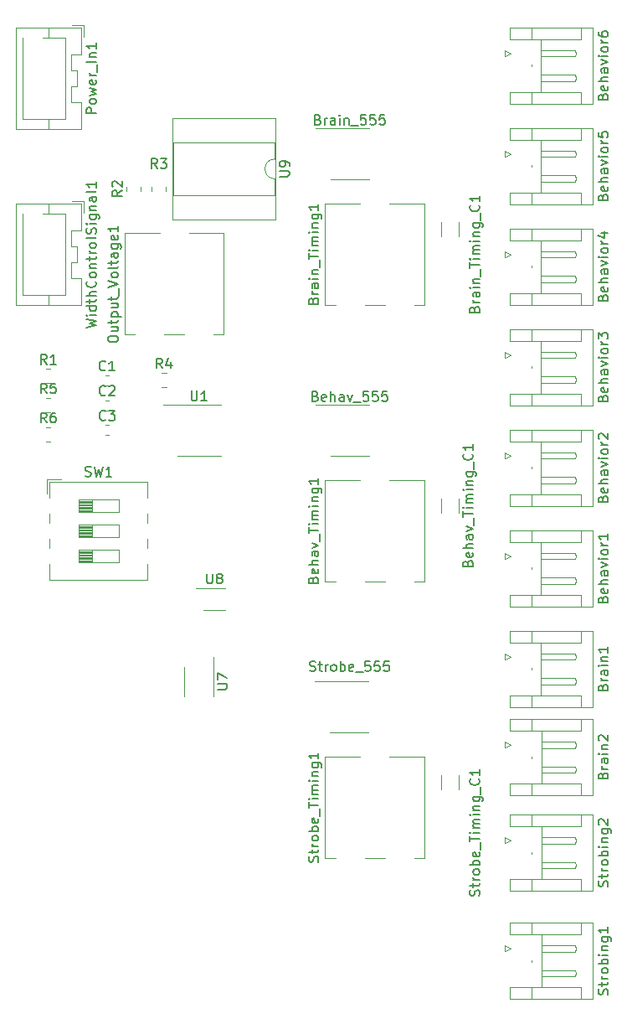
<source format=gbr>
%TF.GenerationSoftware,KiCad,Pcbnew,7.0.7*%
%TF.CreationDate,2023-10-19T13:35:15-07:00*%
%TF.ProjectId,555Trigger,35353554-7269-4676-9765-722e6b696361,0*%
%TF.SameCoordinates,Original*%
%TF.FileFunction,Legend,Top*%
%TF.FilePolarity,Positive*%
%FSLAX46Y46*%
G04 Gerber Fmt 4.6, Leading zero omitted, Abs format (unit mm)*
G04 Created by KiCad (PCBNEW 7.0.7) date 2023-10-19 13:35:15*
%MOMM*%
%LPD*%
G01*
G04 APERTURE LIST*
%ADD10C,0.150000*%
%ADD11C,0.120000*%
G04 APERTURE END LIST*
D10*
X30313333Y-67794819D02*
X29980000Y-67318628D01*
X29741905Y-67794819D02*
X29741905Y-66794819D01*
X29741905Y-66794819D02*
X30122857Y-66794819D01*
X30122857Y-66794819D02*
X30218095Y-66842438D01*
X30218095Y-66842438D02*
X30265714Y-66890057D01*
X30265714Y-66890057D02*
X30313333Y-66985295D01*
X30313333Y-66985295D02*
X30313333Y-67128152D01*
X30313333Y-67128152D02*
X30265714Y-67223390D01*
X30265714Y-67223390D02*
X30218095Y-67271009D01*
X30218095Y-67271009D02*
X30122857Y-67318628D01*
X30122857Y-67318628D02*
X29741905Y-67318628D01*
X31170476Y-66794819D02*
X30980000Y-66794819D01*
X30980000Y-66794819D02*
X30884762Y-66842438D01*
X30884762Y-66842438D02*
X30837143Y-66890057D01*
X30837143Y-66890057D02*
X30741905Y-67032914D01*
X30741905Y-67032914D02*
X30694286Y-67223390D01*
X30694286Y-67223390D02*
X30694286Y-67604342D01*
X30694286Y-67604342D02*
X30741905Y-67699580D01*
X30741905Y-67699580D02*
X30789524Y-67747200D01*
X30789524Y-67747200D02*
X30884762Y-67794819D01*
X30884762Y-67794819D02*
X31075238Y-67794819D01*
X31075238Y-67794819D02*
X31170476Y-67747200D01*
X31170476Y-67747200D02*
X31218095Y-67699580D01*
X31218095Y-67699580D02*
X31265714Y-67604342D01*
X31265714Y-67604342D02*
X31265714Y-67366247D01*
X31265714Y-67366247D02*
X31218095Y-67271009D01*
X31218095Y-67271009D02*
X31170476Y-67223390D01*
X31170476Y-67223390D02*
X31075238Y-67175771D01*
X31075238Y-67175771D02*
X30884762Y-67175771D01*
X30884762Y-67175771D02*
X30789524Y-67223390D01*
X30789524Y-67223390D02*
X30741905Y-67271009D01*
X30741905Y-67271009D02*
X30694286Y-67366247D01*
X36255833Y-64969580D02*
X36208214Y-65017200D01*
X36208214Y-65017200D02*
X36065357Y-65064819D01*
X36065357Y-65064819D02*
X35970119Y-65064819D01*
X35970119Y-65064819D02*
X35827262Y-65017200D01*
X35827262Y-65017200D02*
X35732024Y-64921961D01*
X35732024Y-64921961D02*
X35684405Y-64826723D01*
X35684405Y-64826723D02*
X35636786Y-64636247D01*
X35636786Y-64636247D02*
X35636786Y-64493390D01*
X35636786Y-64493390D02*
X35684405Y-64302914D01*
X35684405Y-64302914D02*
X35732024Y-64207676D01*
X35732024Y-64207676D02*
X35827262Y-64112438D01*
X35827262Y-64112438D02*
X35970119Y-64064819D01*
X35970119Y-64064819D02*
X36065357Y-64064819D01*
X36065357Y-64064819D02*
X36208214Y-64112438D01*
X36208214Y-64112438D02*
X36255833Y-64160057D01*
X36636786Y-64160057D02*
X36684405Y-64112438D01*
X36684405Y-64112438D02*
X36779643Y-64064819D01*
X36779643Y-64064819D02*
X37017738Y-64064819D01*
X37017738Y-64064819D02*
X37112976Y-64112438D01*
X37112976Y-64112438D02*
X37160595Y-64160057D01*
X37160595Y-64160057D02*
X37208214Y-64255295D01*
X37208214Y-64255295D02*
X37208214Y-64350533D01*
X37208214Y-64350533D02*
X37160595Y-64493390D01*
X37160595Y-64493390D02*
X36589167Y-65064819D01*
X36589167Y-65064819D02*
X37208214Y-65064819D01*
X47574819Y-94741904D02*
X48384342Y-94741904D01*
X48384342Y-94741904D02*
X48479580Y-94694285D01*
X48479580Y-94694285D02*
X48527200Y-94646666D01*
X48527200Y-94646666D02*
X48574819Y-94551428D01*
X48574819Y-94551428D02*
X48574819Y-94360952D01*
X48574819Y-94360952D02*
X48527200Y-94265714D01*
X48527200Y-94265714D02*
X48479580Y-94218095D01*
X48479580Y-94218095D02*
X48384342Y-94170476D01*
X48384342Y-94170476D02*
X47574819Y-94170476D01*
X47574819Y-93789523D02*
X47574819Y-93122857D01*
X47574819Y-93122857D02*
X48574819Y-93551428D01*
X57769523Y-37171009D02*
X57912380Y-37218628D01*
X57912380Y-37218628D02*
X57959999Y-37266247D01*
X57959999Y-37266247D02*
X58007618Y-37361485D01*
X58007618Y-37361485D02*
X58007618Y-37504342D01*
X58007618Y-37504342D02*
X57959999Y-37599580D01*
X57959999Y-37599580D02*
X57912380Y-37647200D01*
X57912380Y-37647200D02*
X57817142Y-37694819D01*
X57817142Y-37694819D02*
X57436190Y-37694819D01*
X57436190Y-37694819D02*
X57436190Y-36694819D01*
X57436190Y-36694819D02*
X57769523Y-36694819D01*
X57769523Y-36694819D02*
X57864761Y-36742438D01*
X57864761Y-36742438D02*
X57912380Y-36790057D01*
X57912380Y-36790057D02*
X57959999Y-36885295D01*
X57959999Y-36885295D02*
X57959999Y-36980533D01*
X57959999Y-36980533D02*
X57912380Y-37075771D01*
X57912380Y-37075771D02*
X57864761Y-37123390D01*
X57864761Y-37123390D02*
X57769523Y-37171009D01*
X57769523Y-37171009D02*
X57436190Y-37171009D01*
X58436190Y-37694819D02*
X58436190Y-37028152D01*
X58436190Y-37218628D02*
X58483809Y-37123390D01*
X58483809Y-37123390D02*
X58531428Y-37075771D01*
X58531428Y-37075771D02*
X58626666Y-37028152D01*
X58626666Y-37028152D02*
X58721904Y-37028152D01*
X59483809Y-37694819D02*
X59483809Y-37171009D01*
X59483809Y-37171009D02*
X59436190Y-37075771D01*
X59436190Y-37075771D02*
X59340952Y-37028152D01*
X59340952Y-37028152D02*
X59150476Y-37028152D01*
X59150476Y-37028152D02*
X59055238Y-37075771D01*
X59483809Y-37647200D02*
X59388571Y-37694819D01*
X59388571Y-37694819D02*
X59150476Y-37694819D01*
X59150476Y-37694819D02*
X59055238Y-37647200D01*
X59055238Y-37647200D02*
X59007619Y-37551961D01*
X59007619Y-37551961D02*
X59007619Y-37456723D01*
X59007619Y-37456723D02*
X59055238Y-37361485D01*
X59055238Y-37361485D02*
X59150476Y-37313866D01*
X59150476Y-37313866D02*
X59388571Y-37313866D01*
X59388571Y-37313866D02*
X59483809Y-37266247D01*
X59960000Y-37694819D02*
X59960000Y-37028152D01*
X59960000Y-36694819D02*
X59912381Y-36742438D01*
X59912381Y-36742438D02*
X59960000Y-36790057D01*
X59960000Y-36790057D02*
X60007619Y-36742438D01*
X60007619Y-36742438D02*
X59960000Y-36694819D01*
X59960000Y-36694819D02*
X59960000Y-36790057D01*
X60436190Y-37028152D02*
X60436190Y-37694819D01*
X60436190Y-37123390D02*
X60483809Y-37075771D01*
X60483809Y-37075771D02*
X60579047Y-37028152D01*
X60579047Y-37028152D02*
X60721904Y-37028152D01*
X60721904Y-37028152D02*
X60817142Y-37075771D01*
X60817142Y-37075771D02*
X60864761Y-37171009D01*
X60864761Y-37171009D02*
X60864761Y-37694819D01*
X61102857Y-37790057D02*
X61864761Y-37790057D01*
X62579047Y-36694819D02*
X62102857Y-36694819D01*
X62102857Y-36694819D02*
X62055238Y-37171009D01*
X62055238Y-37171009D02*
X62102857Y-37123390D01*
X62102857Y-37123390D02*
X62198095Y-37075771D01*
X62198095Y-37075771D02*
X62436190Y-37075771D01*
X62436190Y-37075771D02*
X62531428Y-37123390D01*
X62531428Y-37123390D02*
X62579047Y-37171009D01*
X62579047Y-37171009D02*
X62626666Y-37266247D01*
X62626666Y-37266247D02*
X62626666Y-37504342D01*
X62626666Y-37504342D02*
X62579047Y-37599580D01*
X62579047Y-37599580D02*
X62531428Y-37647200D01*
X62531428Y-37647200D02*
X62436190Y-37694819D01*
X62436190Y-37694819D02*
X62198095Y-37694819D01*
X62198095Y-37694819D02*
X62102857Y-37647200D01*
X62102857Y-37647200D02*
X62055238Y-37599580D01*
X63531428Y-36694819D02*
X63055238Y-36694819D01*
X63055238Y-36694819D02*
X63007619Y-37171009D01*
X63007619Y-37171009D02*
X63055238Y-37123390D01*
X63055238Y-37123390D02*
X63150476Y-37075771D01*
X63150476Y-37075771D02*
X63388571Y-37075771D01*
X63388571Y-37075771D02*
X63483809Y-37123390D01*
X63483809Y-37123390D02*
X63531428Y-37171009D01*
X63531428Y-37171009D02*
X63579047Y-37266247D01*
X63579047Y-37266247D02*
X63579047Y-37504342D01*
X63579047Y-37504342D02*
X63531428Y-37599580D01*
X63531428Y-37599580D02*
X63483809Y-37647200D01*
X63483809Y-37647200D02*
X63388571Y-37694819D01*
X63388571Y-37694819D02*
X63150476Y-37694819D01*
X63150476Y-37694819D02*
X63055238Y-37647200D01*
X63055238Y-37647200D02*
X63007619Y-37599580D01*
X64483809Y-36694819D02*
X64007619Y-36694819D01*
X64007619Y-36694819D02*
X63960000Y-37171009D01*
X63960000Y-37171009D02*
X64007619Y-37123390D01*
X64007619Y-37123390D02*
X64102857Y-37075771D01*
X64102857Y-37075771D02*
X64340952Y-37075771D01*
X64340952Y-37075771D02*
X64436190Y-37123390D01*
X64436190Y-37123390D02*
X64483809Y-37171009D01*
X64483809Y-37171009D02*
X64531428Y-37266247D01*
X64531428Y-37266247D02*
X64531428Y-37504342D01*
X64531428Y-37504342D02*
X64483809Y-37599580D01*
X64483809Y-37599580D02*
X64436190Y-37647200D01*
X64436190Y-37647200D02*
X64340952Y-37694819D01*
X64340952Y-37694819D02*
X64102857Y-37694819D01*
X64102857Y-37694819D02*
X64007619Y-37647200D01*
X64007619Y-37647200D02*
X63960000Y-37599580D01*
X86571009Y-75489047D02*
X86618628Y-75346190D01*
X86618628Y-75346190D02*
X86666247Y-75298571D01*
X86666247Y-75298571D02*
X86761485Y-75250952D01*
X86761485Y-75250952D02*
X86904342Y-75250952D01*
X86904342Y-75250952D02*
X86999580Y-75298571D01*
X86999580Y-75298571D02*
X87047200Y-75346190D01*
X87047200Y-75346190D02*
X87094819Y-75441428D01*
X87094819Y-75441428D02*
X87094819Y-75822380D01*
X87094819Y-75822380D02*
X86094819Y-75822380D01*
X86094819Y-75822380D02*
X86094819Y-75489047D01*
X86094819Y-75489047D02*
X86142438Y-75393809D01*
X86142438Y-75393809D02*
X86190057Y-75346190D01*
X86190057Y-75346190D02*
X86285295Y-75298571D01*
X86285295Y-75298571D02*
X86380533Y-75298571D01*
X86380533Y-75298571D02*
X86475771Y-75346190D01*
X86475771Y-75346190D02*
X86523390Y-75393809D01*
X86523390Y-75393809D02*
X86571009Y-75489047D01*
X86571009Y-75489047D02*
X86571009Y-75822380D01*
X87047200Y-74441428D02*
X87094819Y-74536666D01*
X87094819Y-74536666D02*
X87094819Y-74727142D01*
X87094819Y-74727142D02*
X87047200Y-74822380D01*
X87047200Y-74822380D02*
X86951961Y-74869999D01*
X86951961Y-74869999D02*
X86571009Y-74869999D01*
X86571009Y-74869999D02*
X86475771Y-74822380D01*
X86475771Y-74822380D02*
X86428152Y-74727142D01*
X86428152Y-74727142D02*
X86428152Y-74536666D01*
X86428152Y-74536666D02*
X86475771Y-74441428D01*
X86475771Y-74441428D02*
X86571009Y-74393809D01*
X86571009Y-74393809D02*
X86666247Y-74393809D01*
X86666247Y-74393809D02*
X86761485Y-74869999D01*
X87094819Y-73965237D02*
X86094819Y-73965237D01*
X87094819Y-73536666D02*
X86571009Y-73536666D01*
X86571009Y-73536666D02*
X86475771Y-73584285D01*
X86475771Y-73584285D02*
X86428152Y-73679523D01*
X86428152Y-73679523D02*
X86428152Y-73822380D01*
X86428152Y-73822380D02*
X86475771Y-73917618D01*
X86475771Y-73917618D02*
X86523390Y-73965237D01*
X87094819Y-72631904D02*
X86571009Y-72631904D01*
X86571009Y-72631904D02*
X86475771Y-72679523D01*
X86475771Y-72679523D02*
X86428152Y-72774761D01*
X86428152Y-72774761D02*
X86428152Y-72965237D01*
X86428152Y-72965237D02*
X86475771Y-73060475D01*
X87047200Y-72631904D02*
X87094819Y-72727142D01*
X87094819Y-72727142D02*
X87094819Y-72965237D01*
X87094819Y-72965237D02*
X87047200Y-73060475D01*
X87047200Y-73060475D02*
X86951961Y-73108094D01*
X86951961Y-73108094D02*
X86856723Y-73108094D01*
X86856723Y-73108094D02*
X86761485Y-73060475D01*
X86761485Y-73060475D02*
X86713866Y-72965237D01*
X86713866Y-72965237D02*
X86713866Y-72727142D01*
X86713866Y-72727142D02*
X86666247Y-72631904D01*
X86428152Y-72250951D02*
X87094819Y-72012856D01*
X87094819Y-72012856D02*
X86428152Y-71774761D01*
X87094819Y-71393808D02*
X86428152Y-71393808D01*
X86094819Y-71393808D02*
X86142438Y-71441427D01*
X86142438Y-71441427D02*
X86190057Y-71393808D01*
X86190057Y-71393808D02*
X86142438Y-71346189D01*
X86142438Y-71346189D02*
X86094819Y-71393808D01*
X86094819Y-71393808D02*
X86190057Y-71393808D01*
X87094819Y-70774761D02*
X87047200Y-70869999D01*
X87047200Y-70869999D02*
X86999580Y-70917618D01*
X86999580Y-70917618D02*
X86904342Y-70965237D01*
X86904342Y-70965237D02*
X86618628Y-70965237D01*
X86618628Y-70965237D02*
X86523390Y-70917618D01*
X86523390Y-70917618D02*
X86475771Y-70869999D01*
X86475771Y-70869999D02*
X86428152Y-70774761D01*
X86428152Y-70774761D02*
X86428152Y-70631904D01*
X86428152Y-70631904D02*
X86475771Y-70536666D01*
X86475771Y-70536666D02*
X86523390Y-70489047D01*
X86523390Y-70489047D02*
X86618628Y-70441428D01*
X86618628Y-70441428D02*
X86904342Y-70441428D01*
X86904342Y-70441428D02*
X86999580Y-70489047D01*
X86999580Y-70489047D02*
X87047200Y-70536666D01*
X87047200Y-70536666D02*
X87094819Y-70631904D01*
X87094819Y-70631904D02*
X87094819Y-70774761D01*
X87094819Y-70012856D02*
X86428152Y-70012856D01*
X86618628Y-70012856D02*
X86523390Y-69965237D01*
X86523390Y-69965237D02*
X86475771Y-69917618D01*
X86475771Y-69917618D02*
X86428152Y-69822380D01*
X86428152Y-69822380D02*
X86428152Y-69727142D01*
X86190057Y-69441427D02*
X86142438Y-69393808D01*
X86142438Y-69393808D02*
X86094819Y-69298570D01*
X86094819Y-69298570D02*
X86094819Y-69060475D01*
X86094819Y-69060475D02*
X86142438Y-68965237D01*
X86142438Y-68965237D02*
X86190057Y-68917618D01*
X86190057Y-68917618D02*
X86285295Y-68869999D01*
X86285295Y-68869999D02*
X86380533Y-68869999D01*
X86380533Y-68869999D02*
X86523390Y-68917618D01*
X86523390Y-68917618D02*
X87094819Y-69489046D01*
X87094819Y-69489046D02*
X87094819Y-68869999D01*
X57757200Y-112179999D02*
X57804819Y-112037142D01*
X57804819Y-112037142D02*
X57804819Y-111799047D01*
X57804819Y-111799047D02*
X57757200Y-111703809D01*
X57757200Y-111703809D02*
X57709580Y-111656190D01*
X57709580Y-111656190D02*
X57614342Y-111608571D01*
X57614342Y-111608571D02*
X57519104Y-111608571D01*
X57519104Y-111608571D02*
X57423866Y-111656190D01*
X57423866Y-111656190D02*
X57376247Y-111703809D01*
X57376247Y-111703809D02*
X57328628Y-111799047D01*
X57328628Y-111799047D02*
X57281009Y-111989523D01*
X57281009Y-111989523D02*
X57233390Y-112084761D01*
X57233390Y-112084761D02*
X57185771Y-112132380D01*
X57185771Y-112132380D02*
X57090533Y-112179999D01*
X57090533Y-112179999D02*
X56995295Y-112179999D01*
X56995295Y-112179999D02*
X56900057Y-112132380D01*
X56900057Y-112132380D02*
X56852438Y-112084761D01*
X56852438Y-112084761D02*
X56804819Y-111989523D01*
X56804819Y-111989523D02*
X56804819Y-111751428D01*
X56804819Y-111751428D02*
X56852438Y-111608571D01*
X57138152Y-111322856D02*
X57138152Y-110941904D01*
X56804819Y-111179999D02*
X57661961Y-111179999D01*
X57661961Y-111179999D02*
X57757200Y-111132380D01*
X57757200Y-111132380D02*
X57804819Y-111037142D01*
X57804819Y-111037142D02*
X57804819Y-110941904D01*
X57804819Y-110608570D02*
X57138152Y-110608570D01*
X57328628Y-110608570D02*
X57233390Y-110560951D01*
X57233390Y-110560951D02*
X57185771Y-110513332D01*
X57185771Y-110513332D02*
X57138152Y-110418094D01*
X57138152Y-110418094D02*
X57138152Y-110322856D01*
X57804819Y-109846665D02*
X57757200Y-109941903D01*
X57757200Y-109941903D02*
X57709580Y-109989522D01*
X57709580Y-109989522D02*
X57614342Y-110037141D01*
X57614342Y-110037141D02*
X57328628Y-110037141D01*
X57328628Y-110037141D02*
X57233390Y-109989522D01*
X57233390Y-109989522D02*
X57185771Y-109941903D01*
X57185771Y-109941903D02*
X57138152Y-109846665D01*
X57138152Y-109846665D02*
X57138152Y-109703808D01*
X57138152Y-109703808D02*
X57185771Y-109608570D01*
X57185771Y-109608570D02*
X57233390Y-109560951D01*
X57233390Y-109560951D02*
X57328628Y-109513332D01*
X57328628Y-109513332D02*
X57614342Y-109513332D01*
X57614342Y-109513332D02*
X57709580Y-109560951D01*
X57709580Y-109560951D02*
X57757200Y-109608570D01*
X57757200Y-109608570D02*
X57804819Y-109703808D01*
X57804819Y-109703808D02*
X57804819Y-109846665D01*
X57804819Y-109084760D02*
X56804819Y-109084760D01*
X57185771Y-109084760D02*
X57138152Y-108989522D01*
X57138152Y-108989522D02*
X57138152Y-108799046D01*
X57138152Y-108799046D02*
X57185771Y-108703808D01*
X57185771Y-108703808D02*
X57233390Y-108656189D01*
X57233390Y-108656189D02*
X57328628Y-108608570D01*
X57328628Y-108608570D02*
X57614342Y-108608570D01*
X57614342Y-108608570D02*
X57709580Y-108656189D01*
X57709580Y-108656189D02*
X57757200Y-108703808D01*
X57757200Y-108703808D02*
X57804819Y-108799046D01*
X57804819Y-108799046D02*
X57804819Y-108989522D01*
X57804819Y-108989522D02*
X57757200Y-109084760D01*
X57757200Y-107799046D02*
X57804819Y-107894284D01*
X57804819Y-107894284D02*
X57804819Y-108084760D01*
X57804819Y-108084760D02*
X57757200Y-108179998D01*
X57757200Y-108179998D02*
X57661961Y-108227617D01*
X57661961Y-108227617D02*
X57281009Y-108227617D01*
X57281009Y-108227617D02*
X57185771Y-108179998D01*
X57185771Y-108179998D02*
X57138152Y-108084760D01*
X57138152Y-108084760D02*
X57138152Y-107894284D01*
X57138152Y-107894284D02*
X57185771Y-107799046D01*
X57185771Y-107799046D02*
X57281009Y-107751427D01*
X57281009Y-107751427D02*
X57376247Y-107751427D01*
X57376247Y-107751427D02*
X57471485Y-108227617D01*
X57900057Y-107560951D02*
X57900057Y-106799046D01*
X56804819Y-106703807D02*
X56804819Y-106132379D01*
X57804819Y-106418093D02*
X56804819Y-106418093D01*
X57804819Y-105799045D02*
X57138152Y-105799045D01*
X56804819Y-105799045D02*
X56852438Y-105846664D01*
X56852438Y-105846664D02*
X56900057Y-105799045D01*
X56900057Y-105799045D02*
X56852438Y-105751426D01*
X56852438Y-105751426D02*
X56804819Y-105799045D01*
X56804819Y-105799045D02*
X56900057Y-105799045D01*
X57804819Y-105322855D02*
X57138152Y-105322855D01*
X57233390Y-105322855D02*
X57185771Y-105275236D01*
X57185771Y-105275236D02*
X57138152Y-105179998D01*
X57138152Y-105179998D02*
X57138152Y-105037141D01*
X57138152Y-105037141D02*
X57185771Y-104941903D01*
X57185771Y-104941903D02*
X57281009Y-104894284D01*
X57281009Y-104894284D02*
X57804819Y-104894284D01*
X57281009Y-104894284D02*
X57185771Y-104846665D01*
X57185771Y-104846665D02*
X57138152Y-104751427D01*
X57138152Y-104751427D02*
X57138152Y-104608570D01*
X57138152Y-104608570D02*
X57185771Y-104513331D01*
X57185771Y-104513331D02*
X57281009Y-104465712D01*
X57281009Y-104465712D02*
X57804819Y-104465712D01*
X57804819Y-103989522D02*
X57138152Y-103989522D01*
X56804819Y-103989522D02*
X56852438Y-104037141D01*
X56852438Y-104037141D02*
X56900057Y-103989522D01*
X56900057Y-103989522D02*
X56852438Y-103941903D01*
X56852438Y-103941903D02*
X56804819Y-103989522D01*
X56804819Y-103989522D02*
X56900057Y-103989522D01*
X57138152Y-103513332D02*
X57804819Y-103513332D01*
X57233390Y-103513332D02*
X57185771Y-103465713D01*
X57185771Y-103465713D02*
X57138152Y-103370475D01*
X57138152Y-103370475D02*
X57138152Y-103227618D01*
X57138152Y-103227618D02*
X57185771Y-103132380D01*
X57185771Y-103132380D02*
X57281009Y-103084761D01*
X57281009Y-103084761D02*
X57804819Y-103084761D01*
X57138152Y-102179999D02*
X57947676Y-102179999D01*
X57947676Y-102179999D02*
X58042914Y-102227618D01*
X58042914Y-102227618D02*
X58090533Y-102275237D01*
X58090533Y-102275237D02*
X58138152Y-102370475D01*
X58138152Y-102370475D02*
X58138152Y-102513332D01*
X58138152Y-102513332D02*
X58090533Y-102608570D01*
X57757200Y-102179999D02*
X57804819Y-102275237D01*
X57804819Y-102275237D02*
X57804819Y-102465713D01*
X57804819Y-102465713D02*
X57757200Y-102560951D01*
X57757200Y-102560951D02*
X57709580Y-102608570D01*
X57709580Y-102608570D02*
X57614342Y-102656189D01*
X57614342Y-102656189D02*
X57328628Y-102656189D01*
X57328628Y-102656189D02*
X57233390Y-102608570D01*
X57233390Y-102608570D02*
X57185771Y-102560951D01*
X57185771Y-102560951D02*
X57138152Y-102465713D01*
X57138152Y-102465713D02*
X57138152Y-102275237D01*
X57138152Y-102275237D02*
X57185771Y-102179999D01*
X57804819Y-101179999D02*
X57804819Y-101751427D01*
X57804819Y-101465713D02*
X56804819Y-101465713D01*
X56804819Y-101465713D02*
X56947676Y-101560951D01*
X56947676Y-101560951D02*
X57042914Y-101656189D01*
X57042914Y-101656189D02*
X57090533Y-101751427D01*
X34226667Y-73187200D02*
X34369524Y-73234819D01*
X34369524Y-73234819D02*
X34607619Y-73234819D01*
X34607619Y-73234819D02*
X34702857Y-73187200D01*
X34702857Y-73187200D02*
X34750476Y-73139580D01*
X34750476Y-73139580D02*
X34798095Y-73044342D01*
X34798095Y-73044342D02*
X34798095Y-72949104D01*
X34798095Y-72949104D02*
X34750476Y-72853866D01*
X34750476Y-72853866D02*
X34702857Y-72806247D01*
X34702857Y-72806247D02*
X34607619Y-72758628D01*
X34607619Y-72758628D02*
X34417143Y-72711009D01*
X34417143Y-72711009D02*
X34321905Y-72663390D01*
X34321905Y-72663390D02*
X34274286Y-72615771D01*
X34274286Y-72615771D02*
X34226667Y-72520533D01*
X34226667Y-72520533D02*
X34226667Y-72425295D01*
X34226667Y-72425295D02*
X34274286Y-72330057D01*
X34274286Y-72330057D02*
X34321905Y-72282438D01*
X34321905Y-72282438D02*
X34417143Y-72234819D01*
X34417143Y-72234819D02*
X34655238Y-72234819D01*
X34655238Y-72234819D02*
X34798095Y-72282438D01*
X35131429Y-72234819D02*
X35369524Y-73234819D01*
X35369524Y-73234819D02*
X35560000Y-72520533D01*
X35560000Y-72520533D02*
X35750476Y-73234819D01*
X35750476Y-73234819D02*
X35988572Y-72234819D01*
X36893333Y-73234819D02*
X36321905Y-73234819D01*
X36607619Y-73234819D02*
X36607619Y-72234819D01*
X36607619Y-72234819D02*
X36512381Y-72377676D01*
X36512381Y-72377676D02*
X36417143Y-72472914D01*
X36417143Y-72472914D02*
X36321905Y-72520533D01*
X44958095Y-64584819D02*
X44958095Y-65394342D01*
X44958095Y-65394342D02*
X45005714Y-65489580D01*
X45005714Y-65489580D02*
X45053333Y-65537200D01*
X45053333Y-65537200D02*
X45148571Y-65584819D01*
X45148571Y-65584819D02*
X45339047Y-65584819D01*
X45339047Y-65584819D02*
X45434285Y-65537200D01*
X45434285Y-65537200D02*
X45481904Y-65489580D01*
X45481904Y-65489580D02*
X45529523Y-65394342D01*
X45529523Y-65394342D02*
X45529523Y-64584819D01*
X46529523Y-65584819D02*
X45958095Y-65584819D01*
X46243809Y-65584819D02*
X46243809Y-64584819D01*
X46243809Y-64584819D02*
X46148571Y-64727676D01*
X46148571Y-64727676D02*
X46053333Y-64822914D01*
X46053333Y-64822914D02*
X45958095Y-64870533D01*
X36255833Y-62459580D02*
X36208214Y-62507200D01*
X36208214Y-62507200D02*
X36065357Y-62554819D01*
X36065357Y-62554819D02*
X35970119Y-62554819D01*
X35970119Y-62554819D02*
X35827262Y-62507200D01*
X35827262Y-62507200D02*
X35732024Y-62411961D01*
X35732024Y-62411961D02*
X35684405Y-62316723D01*
X35684405Y-62316723D02*
X35636786Y-62126247D01*
X35636786Y-62126247D02*
X35636786Y-61983390D01*
X35636786Y-61983390D02*
X35684405Y-61792914D01*
X35684405Y-61792914D02*
X35732024Y-61697676D01*
X35732024Y-61697676D02*
X35827262Y-61602438D01*
X35827262Y-61602438D02*
X35970119Y-61554819D01*
X35970119Y-61554819D02*
X36065357Y-61554819D01*
X36065357Y-61554819D02*
X36208214Y-61602438D01*
X36208214Y-61602438D02*
X36255833Y-61650057D01*
X37208214Y-62554819D02*
X36636786Y-62554819D01*
X36922500Y-62554819D02*
X36922500Y-61554819D01*
X36922500Y-61554819D02*
X36827262Y-61697676D01*
X36827262Y-61697676D02*
X36732024Y-61792914D01*
X36732024Y-61792914D02*
X36636786Y-61840533D01*
X42013333Y-62304819D02*
X41680000Y-61828628D01*
X41441905Y-62304819D02*
X41441905Y-61304819D01*
X41441905Y-61304819D02*
X41822857Y-61304819D01*
X41822857Y-61304819D02*
X41918095Y-61352438D01*
X41918095Y-61352438D02*
X41965714Y-61400057D01*
X41965714Y-61400057D02*
X42013333Y-61495295D01*
X42013333Y-61495295D02*
X42013333Y-61638152D01*
X42013333Y-61638152D02*
X41965714Y-61733390D01*
X41965714Y-61733390D02*
X41918095Y-61781009D01*
X41918095Y-61781009D02*
X41822857Y-61828628D01*
X41822857Y-61828628D02*
X41441905Y-61828628D01*
X42870476Y-61638152D02*
X42870476Y-62304819D01*
X42632381Y-61257200D02*
X42394286Y-61971485D01*
X42394286Y-61971485D02*
X43013333Y-61971485D01*
X87054700Y-114656761D02*
X87102319Y-114513904D01*
X87102319Y-114513904D02*
X87102319Y-114275809D01*
X87102319Y-114275809D02*
X87054700Y-114180571D01*
X87054700Y-114180571D02*
X87007080Y-114132952D01*
X87007080Y-114132952D02*
X86911842Y-114085333D01*
X86911842Y-114085333D02*
X86816604Y-114085333D01*
X86816604Y-114085333D02*
X86721366Y-114132952D01*
X86721366Y-114132952D02*
X86673747Y-114180571D01*
X86673747Y-114180571D02*
X86626128Y-114275809D01*
X86626128Y-114275809D02*
X86578509Y-114466285D01*
X86578509Y-114466285D02*
X86530890Y-114561523D01*
X86530890Y-114561523D02*
X86483271Y-114609142D01*
X86483271Y-114609142D02*
X86388033Y-114656761D01*
X86388033Y-114656761D02*
X86292795Y-114656761D01*
X86292795Y-114656761D02*
X86197557Y-114609142D01*
X86197557Y-114609142D02*
X86149938Y-114561523D01*
X86149938Y-114561523D02*
X86102319Y-114466285D01*
X86102319Y-114466285D02*
X86102319Y-114228190D01*
X86102319Y-114228190D02*
X86149938Y-114085333D01*
X86435652Y-113799618D02*
X86435652Y-113418666D01*
X86102319Y-113656761D02*
X86959461Y-113656761D01*
X86959461Y-113656761D02*
X87054700Y-113609142D01*
X87054700Y-113609142D02*
X87102319Y-113513904D01*
X87102319Y-113513904D02*
X87102319Y-113418666D01*
X87102319Y-113085332D02*
X86435652Y-113085332D01*
X86626128Y-113085332D02*
X86530890Y-113037713D01*
X86530890Y-113037713D02*
X86483271Y-112990094D01*
X86483271Y-112990094D02*
X86435652Y-112894856D01*
X86435652Y-112894856D02*
X86435652Y-112799618D01*
X87102319Y-112323427D02*
X87054700Y-112418665D01*
X87054700Y-112418665D02*
X87007080Y-112466284D01*
X87007080Y-112466284D02*
X86911842Y-112513903D01*
X86911842Y-112513903D02*
X86626128Y-112513903D01*
X86626128Y-112513903D02*
X86530890Y-112466284D01*
X86530890Y-112466284D02*
X86483271Y-112418665D01*
X86483271Y-112418665D02*
X86435652Y-112323427D01*
X86435652Y-112323427D02*
X86435652Y-112180570D01*
X86435652Y-112180570D02*
X86483271Y-112085332D01*
X86483271Y-112085332D02*
X86530890Y-112037713D01*
X86530890Y-112037713D02*
X86626128Y-111990094D01*
X86626128Y-111990094D02*
X86911842Y-111990094D01*
X86911842Y-111990094D02*
X87007080Y-112037713D01*
X87007080Y-112037713D02*
X87054700Y-112085332D01*
X87054700Y-112085332D02*
X87102319Y-112180570D01*
X87102319Y-112180570D02*
X87102319Y-112323427D01*
X87102319Y-111561522D02*
X86102319Y-111561522D01*
X86483271Y-111561522D02*
X86435652Y-111466284D01*
X86435652Y-111466284D02*
X86435652Y-111275808D01*
X86435652Y-111275808D02*
X86483271Y-111180570D01*
X86483271Y-111180570D02*
X86530890Y-111132951D01*
X86530890Y-111132951D02*
X86626128Y-111085332D01*
X86626128Y-111085332D02*
X86911842Y-111085332D01*
X86911842Y-111085332D02*
X87007080Y-111132951D01*
X87007080Y-111132951D02*
X87054700Y-111180570D01*
X87054700Y-111180570D02*
X87102319Y-111275808D01*
X87102319Y-111275808D02*
X87102319Y-111466284D01*
X87102319Y-111466284D02*
X87054700Y-111561522D01*
X87102319Y-110656760D02*
X86435652Y-110656760D01*
X86102319Y-110656760D02*
X86149938Y-110704379D01*
X86149938Y-110704379D02*
X86197557Y-110656760D01*
X86197557Y-110656760D02*
X86149938Y-110609141D01*
X86149938Y-110609141D02*
X86102319Y-110656760D01*
X86102319Y-110656760D02*
X86197557Y-110656760D01*
X86435652Y-110180570D02*
X87102319Y-110180570D01*
X86530890Y-110180570D02*
X86483271Y-110132951D01*
X86483271Y-110132951D02*
X86435652Y-110037713D01*
X86435652Y-110037713D02*
X86435652Y-109894856D01*
X86435652Y-109894856D02*
X86483271Y-109799618D01*
X86483271Y-109799618D02*
X86578509Y-109751999D01*
X86578509Y-109751999D02*
X87102319Y-109751999D01*
X86435652Y-108847237D02*
X87245176Y-108847237D01*
X87245176Y-108847237D02*
X87340414Y-108894856D01*
X87340414Y-108894856D02*
X87388033Y-108942475D01*
X87388033Y-108942475D02*
X87435652Y-109037713D01*
X87435652Y-109037713D02*
X87435652Y-109180570D01*
X87435652Y-109180570D02*
X87388033Y-109275808D01*
X87054700Y-108847237D02*
X87102319Y-108942475D01*
X87102319Y-108942475D02*
X87102319Y-109132951D01*
X87102319Y-109132951D02*
X87054700Y-109228189D01*
X87054700Y-109228189D02*
X87007080Y-109275808D01*
X87007080Y-109275808D02*
X86911842Y-109323427D01*
X86911842Y-109323427D02*
X86626128Y-109323427D01*
X86626128Y-109323427D02*
X86530890Y-109275808D01*
X86530890Y-109275808D02*
X86483271Y-109228189D01*
X86483271Y-109228189D02*
X86435652Y-109132951D01*
X86435652Y-109132951D02*
X86435652Y-108942475D01*
X86435652Y-108942475D02*
X86483271Y-108847237D01*
X86197557Y-108418665D02*
X86149938Y-108371046D01*
X86149938Y-108371046D02*
X86102319Y-108275808D01*
X86102319Y-108275808D02*
X86102319Y-108037713D01*
X86102319Y-108037713D02*
X86149938Y-107942475D01*
X86149938Y-107942475D02*
X86197557Y-107894856D01*
X86197557Y-107894856D02*
X86292795Y-107847237D01*
X86292795Y-107847237D02*
X86388033Y-107847237D01*
X86388033Y-107847237D02*
X86530890Y-107894856D01*
X86530890Y-107894856D02*
X87102319Y-108466284D01*
X87102319Y-108466284D02*
X87102319Y-107847237D01*
X53854819Y-42925904D02*
X54664342Y-42925904D01*
X54664342Y-42925904D02*
X54759580Y-42878285D01*
X54759580Y-42878285D02*
X54807200Y-42830666D01*
X54807200Y-42830666D02*
X54854819Y-42735428D01*
X54854819Y-42735428D02*
X54854819Y-42544952D01*
X54854819Y-42544952D02*
X54807200Y-42449714D01*
X54807200Y-42449714D02*
X54759580Y-42402095D01*
X54759580Y-42402095D02*
X54664342Y-42354476D01*
X54664342Y-42354476D02*
X53854819Y-42354476D01*
X54854819Y-41830666D02*
X54854819Y-41640190D01*
X54854819Y-41640190D02*
X54807200Y-41544952D01*
X54807200Y-41544952D02*
X54759580Y-41497333D01*
X54759580Y-41497333D02*
X54616723Y-41402095D01*
X54616723Y-41402095D02*
X54426247Y-41354476D01*
X54426247Y-41354476D02*
X54045295Y-41354476D01*
X54045295Y-41354476D02*
X53950057Y-41402095D01*
X53950057Y-41402095D02*
X53902438Y-41449714D01*
X53902438Y-41449714D02*
X53854819Y-41544952D01*
X53854819Y-41544952D02*
X53854819Y-41735428D01*
X53854819Y-41735428D02*
X53902438Y-41830666D01*
X53902438Y-41830666D02*
X53950057Y-41878285D01*
X53950057Y-41878285D02*
X54045295Y-41925904D01*
X54045295Y-41925904D02*
X54283390Y-41925904D01*
X54283390Y-41925904D02*
X54378628Y-41878285D01*
X54378628Y-41878285D02*
X54426247Y-41830666D01*
X54426247Y-41830666D02*
X54473866Y-41735428D01*
X54473866Y-41735428D02*
X54473866Y-41544952D01*
X54473866Y-41544952D02*
X54426247Y-41449714D01*
X54426247Y-41449714D02*
X54378628Y-41402095D01*
X54378628Y-41402095D02*
X54283390Y-41354476D01*
X34334819Y-58180952D02*
X35334819Y-57942857D01*
X35334819Y-57942857D02*
X34620533Y-57752381D01*
X34620533Y-57752381D02*
X35334819Y-57561905D01*
X35334819Y-57561905D02*
X34334819Y-57323810D01*
X35334819Y-56942857D02*
X34668152Y-56942857D01*
X34334819Y-56942857D02*
X34382438Y-56990476D01*
X34382438Y-56990476D02*
X34430057Y-56942857D01*
X34430057Y-56942857D02*
X34382438Y-56895238D01*
X34382438Y-56895238D02*
X34334819Y-56942857D01*
X34334819Y-56942857D02*
X34430057Y-56942857D01*
X35334819Y-56038096D02*
X34334819Y-56038096D01*
X35287200Y-56038096D02*
X35334819Y-56133334D01*
X35334819Y-56133334D02*
X35334819Y-56323810D01*
X35334819Y-56323810D02*
X35287200Y-56419048D01*
X35287200Y-56419048D02*
X35239580Y-56466667D01*
X35239580Y-56466667D02*
X35144342Y-56514286D01*
X35144342Y-56514286D02*
X34858628Y-56514286D01*
X34858628Y-56514286D02*
X34763390Y-56466667D01*
X34763390Y-56466667D02*
X34715771Y-56419048D01*
X34715771Y-56419048D02*
X34668152Y-56323810D01*
X34668152Y-56323810D02*
X34668152Y-56133334D01*
X34668152Y-56133334D02*
X34715771Y-56038096D01*
X34668152Y-55704762D02*
X34668152Y-55323810D01*
X34334819Y-55561905D02*
X35191961Y-55561905D01*
X35191961Y-55561905D02*
X35287200Y-55514286D01*
X35287200Y-55514286D02*
X35334819Y-55419048D01*
X35334819Y-55419048D02*
X35334819Y-55323810D01*
X35334819Y-54990476D02*
X34334819Y-54990476D01*
X35334819Y-54561905D02*
X34811009Y-54561905D01*
X34811009Y-54561905D02*
X34715771Y-54609524D01*
X34715771Y-54609524D02*
X34668152Y-54704762D01*
X34668152Y-54704762D02*
X34668152Y-54847619D01*
X34668152Y-54847619D02*
X34715771Y-54942857D01*
X34715771Y-54942857D02*
X34763390Y-54990476D01*
X35239580Y-53514286D02*
X35287200Y-53561905D01*
X35287200Y-53561905D02*
X35334819Y-53704762D01*
X35334819Y-53704762D02*
X35334819Y-53800000D01*
X35334819Y-53800000D02*
X35287200Y-53942857D01*
X35287200Y-53942857D02*
X35191961Y-54038095D01*
X35191961Y-54038095D02*
X35096723Y-54085714D01*
X35096723Y-54085714D02*
X34906247Y-54133333D01*
X34906247Y-54133333D02*
X34763390Y-54133333D01*
X34763390Y-54133333D02*
X34572914Y-54085714D01*
X34572914Y-54085714D02*
X34477676Y-54038095D01*
X34477676Y-54038095D02*
X34382438Y-53942857D01*
X34382438Y-53942857D02*
X34334819Y-53800000D01*
X34334819Y-53800000D02*
X34334819Y-53704762D01*
X34334819Y-53704762D02*
X34382438Y-53561905D01*
X34382438Y-53561905D02*
X34430057Y-53514286D01*
X35334819Y-52942857D02*
X35287200Y-53038095D01*
X35287200Y-53038095D02*
X35239580Y-53085714D01*
X35239580Y-53085714D02*
X35144342Y-53133333D01*
X35144342Y-53133333D02*
X34858628Y-53133333D01*
X34858628Y-53133333D02*
X34763390Y-53085714D01*
X34763390Y-53085714D02*
X34715771Y-53038095D01*
X34715771Y-53038095D02*
X34668152Y-52942857D01*
X34668152Y-52942857D02*
X34668152Y-52800000D01*
X34668152Y-52800000D02*
X34715771Y-52704762D01*
X34715771Y-52704762D02*
X34763390Y-52657143D01*
X34763390Y-52657143D02*
X34858628Y-52609524D01*
X34858628Y-52609524D02*
X35144342Y-52609524D01*
X35144342Y-52609524D02*
X35239580Y-52657143D01*
X35239580Y-52657143D02*
X35287200Y-52704762D01*
X35287200Y-52704762D02*
X35334819Y-52800000D01*
X35334819Y-52800000D02*
X35334819Y-52942857D01*
X34668152Y-52180952D02*
X35334819Y-52180952D01*
X34763390Y-52180952D02*
X34715771Y-52133333D01*
X34715771Y-52133333D02*
X34668152Y-52038095D01*
X34668152Y-52038095D02*
X34668152Y-51895238D01*
X34668152Y-51895238D02*
X34715771Y-51800000D01*
X34715771Y-51800000D02*
X34811009Y-51752381D01*
X34811009Y-51752381D02*
X35334819Y-51752381D01*
X34668152Y-51419047D02*
X34668152Y-51038095D01*
X34334819Y-51276190D02*
X35191961Y-51276190D01*
X35191961Y-51276190D02*
X35287200Y-51228571D01*
X35287200Y-51228571D02*
X35334819Y-51133333D01*
X35334819Y-51133333D02*
X35334819Y-51038095D01*
X35334819Y-50704761D02*
X34668152Y-50704761D01*
X34858628Y-50704761D02*
X34763390Y-50657142D01*
X34763390Y-50657142D02*
X34715771Y-50609523D01*
X34715771Y-50609523D02*
X34668152Y-50514285D01*
X34668152Y-50514285D02*
X34668152Y-50419047D01*
X35334819Y-49942856D02*
X35287200Y-50038094D01*
X35287200Y-50038094D02*
X35239580Y-50085713D01*
X35239580Y-50085713D02*
X35144342Y-50133332D01*
X35144342Y-50133332D02*
X34858628Y-50133332D01*
X34858628Y-50133332D02*
X34763390Y-50085713D01*
X34763390Y-50085713D02*
X34715771Y-50038094D01*
X34715771Y-50038094D02*
X34668152Y-49942856D01*
X34668152Y-49942856D02*
X34668152Y-49799999D01*
X34668152Y-49799999D02*
X34715771Y-49704761D01*
X34715771Y-49704761D02*
X34763390Y-49657142D01*
X34763390Y-49657142D02*
X34858628Y-49609523D01*
X34858628Y-49609523D02*
X35144342Y-49609523D01*
X35144342Y-49609523D02*
X35239580Y-49657142D01*
X35239580Y-49657142D02*
X35287200Y-49704761D01*
X35287200Y-49704761D02*
X35334819Y-49799999D01*
X35334819Y-49799999D02*
X35334819Y-49942856D01*
X35334819Y-49038094D02*
X35287200Y-49133332D01*
X35287200Y-49133332D02*
X35191961Y-49180951D01*
X35191961Y-49180951D02*
X34334819Y-49180951D01*
X35287200Y-48704760D02*
X35334819Y-48561903D01*
X35334819Y-48561903D02*
X35334819Y-48323808D01*
X35334819Y-48323808D02*
X35287200Y-48228570D01*
X35287200Y-48228570D02*
X35239580Y-48180951D01*
X35239580Y-48180951D02*
X35144342Y-48133332D01*
X35144342Y-48133332D02*
X35049104Y-48133332D01*
X35049104Y-48133332D02*
X34953866Y-48180951D01*
X34953866Y-48180951D02*
X34906247Y-48228570D01*
X34906247Y-48228570D02*
X34858628Y-48323808D01*
X34858628Y-48323808D02*
X34811009Y-48514284D01*
X34811009Y-48514284D02*
X34763390Y-48609522D01*
X34763390Y-48609522D02*
X34715771Y-48657141D01*
X34715771Y-48657141D02*
X34620533Y-48704760D01*
X34620533Y-48704760D02*
X34525295Y-48704760D01*
X34525295Y-48704760D02*
X34430057Y-48657141D01*
X34430057Y-48657141D02*
X34382438Y-48609522D01*
X34382438Y-48609522D02*
X34334819Y-48514284D01*
X34334819Y-48514284D02*
X34334819Y-48276189D01*
X34334819Y-48276189D02*
X34382438Y-48133332D01*
X35334819Y-47704760D02*
X34668152Y-47704760D01*
X34334819Y-47704760D02*
X34382438Y-47752379D01*
X34382438Y-47752379D02*
X34430057Y-47704760D01*
X34430057Y-47704760D02*
X34382438Y-47657141D01*
X34382438Y-47657141D02*
X34334819Y-47704760D01*
X34334819Y-47704760D02*
X34430057Y-47704760D01*
X34668152Y-46799999D02*
X35477676Y-46799999D01*
X35477676Y-46799999D02*
X35572914Y-46847618D01*
X35572914Y-46847618D02*
X35620533Y-46895237D01*
X35620533Y-46895237D02*
X35668152Y-46990475D01*
X35668152Y-46990475D02*
X35668152Y-47133332D01*
X35668152Y-47133332D02*
X35620533Y-47228570D01*
X35287200Y-46799999D02*
X35334819Y-46895237D01*
X35334819Y-46895237D02*
X35334819Y-47085713D01*
X35334819Y-47085713D02*
X35287200Y-47180951D01*
X35287200Y-47180951D02*
X35239580Y-47228570D01*
X35239580Y-47228570D02*
X35144342Y-47276189D01*
X35144342Y-47276189D02*
X34858628Y-47276189D01*
X34858628Y-47276189D02*
X34763390Y-47228570D01*
X34763390Y-47228570D02*
X34715771Y-47180951D01*
X34715771Y-47180951D02*
X34668152Y-47085713D01*
X34668152Y-47085713D02*
X34668152Y-46895237D01*
X34668152Y-46895237D02*
X34715771Y-46799999D01*
X34668152Y-46323808D02*
X35334819Y-46323808D01*
X34763390Y-46323808D02*
X34715771Y-46276189D01*
X34715771Y-46276189D02*
X34668152Y-46180951D01*
X34668152Y-46180951D02*
X34668152Y-46038094D01*
X34668152Y-46038094D02*
X34715771Y-45942856D01*
X34715771Y-45942856D02*
X34811009Y-45895237D01*
X34811009Y-45895237D02*
X35334819Y-45895237D01*
X35334819Y-44990475D02*
X34811009Y-44990475D01*
X34811009Y-44990475D02*
X34715771Y-45038094D01*
X34715771Y-45038094D02*
X34668152Y-45133332D01*
X34668152Y-45133332D02*
X34668152Y-45323808D01*
X34668152Y-45323808D02*
X34715771Y-45419046D01*
X35287200Y-44990475D02*
X35334819Y-45085713D01*
X35334819Y-45085713D02*
X35334819Y-45323808D01*
X35334819Y-45323808D02*
X35287200Y-45419046D01*
X35287200Y-45419046D02*
X35191961Y-45466665D01*
X35191961Y-45466665D02*
X35096723Y-45466665D01*
X35096723Y-45466665D02*
X35001485Y-45419046D01*
X35001485Y-45419046D02*
X34953866Y-45323808D01*
X34953866Y-45323808D02*
X34953866Y-45085713D01*
X34953866Y-45085713D02*
X34906247Y-44990475D01*
X35334819Y-44371427D02*
X35287200Y-44466665D01*
X35287200Y-44466665D02*
X35191961Y-44514284D01*
X35191961Y-44514284D02*
X34334819Y-44514284D01*
X35334819Y-43466665D02*
X35334819Y-44038093D01*
X35334819Y-43752379D02*
X34334819Y-43752379D01*
X34334819Y-43752379D02*
X34477676Y-43847617D01*
X34477676Y-43847617D02*
X34572914Y-43942855D01*
X34572914Y-43942855D02*
X34620533Y-44038093D01*
X72901009Y-82009523D02*
X72948628Y-81866666D01*
X72948628Y-81866666D02*
X72996247Y-81819047D01*
X72996247Y-81819047D02*
X73091485Y-81771428D01*
X73091485Y-81771428D02*
X73234342Y-81771428D01*
X73234342Y-81771428D02*
X73329580Y-81819047D01*
X73329580Y-81819047D02*
X73377200Y-81866666D01*
X73377200Y-81866666D02*
X73424819Y-81961904D01*
X73424819Y-81961904D02*
X73424819Y-82342856D01*
X73424819Y-82342856D02*
X72424819Y-82342856D01*
X72424819Y-82342856D02*
X72424819Y-82009523D01*
X72424819Y-82009523D02*
X72472438Y-81914285D01*
X72472438Y-81914285D02*
X72520057Y-81866666D01*
X72520057Y-81866666D02*
X72615295Y-81819047D01*
X72615295Y-81819047D02*
X72710533Y-81819047D01*
X72710533Y-81819047D02*
X72805771Y-81866666D01*
X72805771Y-81866666D02*
X72853390Y-81914285D01*
X72853390Y-81914285D02*
X72901009Y-82009523D01*
X72901009Y-82009523D02*
X72901009Y-82342856D01*
X73377200Y-80961904D02*
X73424819Y-81057142D01*
X73424819Y-81057142D02*
X73424819Y-81247618D01*
X73424819Y-81247618D02*
X73377200Y-81342856D01*
X73377200Y-81342856D02*
X73281961Y-81390475D01*
X73281961Y-81390475D02*
X72901009Y-81390475D01*
X72901009Y-81390475D02*
X72805771Y-81342856D01*
X72805771Y-81342856D02*
X72758152Y-81247618D01*
X72758152Y-81247618D02*
X72758152Y-81057142D01*
X72758152Y-81057142D02*
X72805771Y-80961904D01*
X72805771Y-80961904D02*
X72901009Y-80914285D01*
X72901009Y-80914285D02*
X72996247Y-80914285D01*
X72996247Y-80914285D02*
X73091485Y-81390475D01*
X73424819Y-80485713D02*
X72424819Y-80485713D01*
X73424819Y-80057142D02*
X72901009Y-80057142D01*
X72901009Y-80057142D02*
X72805771Y-80104761D01*
X72805771Y-80104761D02*
X72758152Y-80199999D01*
X72758152Y-80199999D02*
X72758152Y-80342856D01*
X72758152Y-80342856D02*
X72805771Y-80438094D01*
X72805771Y-80438094D02*
X72853390Y-80485713D01*
X73424819Y-79152380D02*
X72901009Y-79152380D01*
X72901009Y-79152380D02*
X72805771Y-79199999D01*
X72805771Y-79199999D02*
X72758152Y-79295237D01*
X72758152Y-79295237D02*
X72758152Y-79485713D01*
X72758152Y-79485713D02*
X72805771Y-79580951D01*
X73377200Y-79152380D02*
X73424819Y-79247618D01*
X73424819Y-79247618D02*
X73424819Y-79485713D01*
X73424819Y-79485713D02*
X73377200Y-79580951D01*
X73377200Y-79580951D02*
X73281961Y-79628570D01*
X73281961Y-79628570D02*
X73186723Y-79628570D01*
X73186723Y-79628570D02*
X73091485Y-79580951D01*
X73091485Y-79580951D02*
X73043866Y-79485713D01*
X73043866Y-79485713D02*
X73043866Y-79247618D01*
X73043866Y-79247618D02*
X72996247Y-79152380D01*
X72758152Y-78771427D02*
X73424819Y-78533332D01*
X73424819Y-78533332D02*
X72758152Y-78295237D01*
X73520057Y-78152380D02*
X73520057Y-77390475D01*
X72424819Y-77295236D02*
X72424819Y-76723808D01*
X73424819Y-77009522D02*
X72424819Y-77009522D01*
X73424819Y-76390474D02*
X72758152Y-76390474D01*
X72424819Y-76390474D02*
X72472438Y-76438093D01*
X72472438Y-76438093D02*
X72520057Y-76390474D01*
X72520057Y-76390474D02*
X72472438Y-76342855D01*
X72472438Y-76342855D02*
X72424819Y-76390474D01*
X72424819Y-76390474D02*
X72520057Y-76390474D01*
X73424819Y-75914284D02*
X72758152Y-75914284D01*
X72853390Y-75914284D02*
X72805771Y-75866665D01*
X72805771Y-75866665D02*
X72758152Y-75771427D01*
X72758152Y-75771427D02*
X72758152Y-75628570D01*
X72758152Y-75628570D02*
X72805771Y-75533332D01*
X72805771Y-75533332D02*
X72901009Y-75485713D01*
X72901009Y-75485713D02*
X73424819Y-75485713D01*
X72901009Y-75485713D02*
X72805771Y-75438094D01*
X72805771Y-75438094D02*
X72758152Y-75342856D01*
X72758152Y-75342856D02*
X72758152Y-75199999D01*
X72758152Y-75199999D02*
X72805771Y-75104760D01*
X72805771Y-75104760D02*
X72901009Y-75057141D01*
X72901009Y-75057141D02*
X73424819Y-75057141D01*
X73424819Y-74580951D02*
X72758152Y-74580951D01*
X72424819Y-74580951D02*
X72472438Y-74628570D01*
X72472438Y-74628570D02*
X72520057Y-74580951D01*
X72520057Y-74580951D02*
X72472438Y-74533332D01*
X72472438Y-74533332D02*
X72424819Y-74580951D01*
X72424819Y-74580951D02*
X72520057Y-74580951D01*
X72758152Y-74104761D02*
X73424819Y-74104761D01*
X72853390Y-74104761D02*
X72805771Y-74057142D01*
X72805771Y-74057142D02*
X72758152Y-73961904D01*
X72758152Y-73961904D02*
X72758152Y-73819047D01*
X72758152Y-73819047D02*
X72805771Y-73723809D01*
X72805771Y-73723809D02*
X72901009Y-73676190D01*
X72901009Y-73676190D02*
X73424819Y-73676190D01*
X72758152Y-72771428D02*
X73567676Y-72771428D01*
X73567676Y-72771428D02*
X73662914Y-72819047D01*
X73662914Y-72819047D02*
X73710533Y-72866666D01*
X73710533Y-72866666D02*
X73758152Y-72961904D01*
X73758152Y-72961904D02*
X73758152Y-73104761D01*
X73758152Y-73104761D02*
X73710533Y-73199999D01*
X73377200Y-72771428D02*
X73424819Y-72866666D01*
X73424819Y-72866666D02*
X73424819Y-73057142D01*
X73424819Y-73057142D02*
X73377200Y-73152380D01*
X73377200Y-73152380D02*
X73329580Y-73199999D01*
X73329580Y-73199999D02*
X73234342Y-73247618D01*
X73234342Y-73247618D02*
X72948628Y-73247618D01*
X72948628Y-73247618D02*
X72853390Y-73199999D01*
X72853390Y-73199999D02*
X72805771Y-73152380D01*
X72805771Y-73152380D02*
X72758152Y-73057142D01*
X72758152Y-73057142D02*
X72758152Y-72866666D01*
X72758152Y-72866666D02*
X72805771Y-72771428D01*
X73520057Y-72533333D02*
X73520057Y-71771428D01*
X73329580Y-70961904D02*
X73377200Y-71009523D01*
X73377200Y-71009523D02*
X73424819Y-71152380D01*
X73424819Y-71152380D02*
X73424819Y-71247618D01*
X73424819Y-71247618D02*
X73377200Y-71390475D01*
X73377200Y-71390475D02*
X73281961Y-71485713D01*
X73281961Y-71485713D02*
X73186723Y-71533332D01*
X73186723Y-71533332D02*
X72996247Y-71580951D01*
X72996247Y-71580951D02*
X72853390Y-71580951D01*
X72853390Y-71580951D02*
X72662914Y-71533332D01*
X72662914Y-71533332D02*
X72567676Y-71485713D01*
X72567676Y-71485713D02*
X72472438Y-71390475D01*
X72472438Y-71390475D02*
X72424819Y-71247618D01*
X72424819Y-71247618D02*
X72424819Y-71152380D01*
X72424819Y-71152380D02*
X72472438Y-71009523D01*
X72472438Y-71009523D02*
X72520057Y-70961904D01*
X73424819Y-70009523D02*
X73424819Y-70580951D01*
X73424819Y-70295237D02*
X72424819Y-70295237D01*
X72424819Y-70295237D02*
X72567676Y-70390475D01*
X72567676Y-70390475D02*
X72662914Y-70485713D01*
X72662914Y-70485713D02*
X72710533Y-70580951D01*
X86571009Y-94547142D02*
X86618628Y-94404285D01*
X86618628Y-94404285D02*
X86666247Y-94356666D01*
X86666247Y-94356666D02*
X86761485Y-94309047D01*
X86761485Y-94309047D02*
X86904342Y-94309047D01*
X86904342Y-94309047D02*
X86999580Y-94356666D01*
X86999580Y-94356666D02*
X87047200Y-94404285D01*
X87047200Y-94404285D02*
X87094819Y-94499523D01*
X87094819Y-94499523D02*
X87094819Y-94880475D01*
X87094819Y-94880475D02*
X86094819Y-94880475D01*
X86094819Y-94880475D02*
X86094819Y-94547142D01*
X86094819Y-94547142D02*
X86142438Y-94451904D01*
X86142438Y-94451904D02*
X86190057Y-94404285D01*
X86190057Y-94404285D02*
X86285295Y-94356666D01*
X86285295Y-94356666D02*
X86380533Y-94356666D01*
X86380533Y-94356666D02*
X86475771Y-94404285D01*
X86475771Y-94404285D02*
X86523390Y-94451904D01*
X86523390Y-94451904D02*
X86571009Y-94547142D01*
X86571009Y-94547142D02*
X86571009Y-94880475D01*
X87094819Y-93880475D02*
X86428152Y-93880475D01*
X86618628Y-93880475D02*
X86523390Y-93832856D01*
X86523390Y-93832856D02*
X86475771Y-93785237D01*
X86475771Y-93785237D02*
X86428152Y-93689999D01*
X86428152Y-93689999D02*
X86428152Y-93594761D01*
X87094819Y-92832856D02*
X86571009Y-92832856D01*
X86571009Y-92832856D02*
X86475771Y-92880475D01*
X86475771Y-92880475D02*
X86428152Y-92975713D01*
X86428152Y-92975713D02*
X86428152Y-93166189D01*
X86428152Y-93166189D02*
X86475771Y-93261427D01*
X87047200Y-92832856D02*
X87094819Y-92928094D01*
X87094819Y-92928094D02*
X87094819Y-93166189D01*
X87094819Y-93166189D02*
X87047200Y-93261427D01*
X87047200Y-93261427D02*
X86951961Y-93309046D01*
X86951961Y-93309046D02*
X86856723Y-93309046D01*
X86856723Y-93309046D02*
X86761485Y-93261427D01*
X86761485Y-93261427D02*
X86713866Y-93166189D01*
X86713866Y-93166189D02*
X86713866Y-92928094D01*
X86713866Y-92928094D02*
X86666247Y-92832856D01*
X87094819Y-92356665D02*
X86428152Y-92356665D01*
X86094819Y-92356665D02*
X86142438Y-92404284D01*
X86142438Y-92404284D02*
X86190057Y-92356665D01*
X86190057Y-92356665D02*
X86142438Y-92309046D01*
X86142438Y-92309046D02*
X86094819Y-92356665D01*
X86094819Y-92356665D02*
X86190057Y-92356665D01*
X86428152Y-91880475D02*
X87094819Y-91880475D01*
X86523390Y-91880475D02*
X86475771Y-91832856D01*
X86475771Y-91832856D02*
X86428152Y-91737618D01*
X86428152Y-91737618D02*
X86428152Y-91594761D01*
X86428152Y-91594761D02*
X86475771Y-91499523D01*
X86475771Y-91499523D02*
X86571009Y-91451904D01*
X86571009Y-91451904D02*
X87094819Y-91451904D01*
X87094819Y-90451904D02*
X87094819Y-91023332D01*
X87094819Y-90737618D02*
X86094819Y-90737618D01*
X86094819Y-90737618D02*
X86237676Y-90832856D01*
X86237676Y-90832856D02*
X86332914Y-90928094D01*
X86332914Y-90928094D02*
X86380533Y-91023332D01*
X86571009Y-85649047D02*
X86618628Y-85506190D01*
X86618628Y-85506190D02*
X86666247Y-85458571D01*
X86666247Y-85458571D02*
X86761485Y-85410952D01*
X86761485Y-85410952D02*
X86904342Y-85410952D01*
X86904342Y-85410952D02*
X86999580Y-85458571D01*
X86999580Y-85458571D02*
X87047200Y-85506190D01*
X87047200Y-85506190D02*
X87094819Y-85601428D01*
X87094819Y-85601428D02*
X87094819Y-85982380D01*
X87094819Y-85982380D02*
X86094819Y-85982380D01*
X86094819Y-85982380D02*
X86094819Y-85649047D01*
X86094819Y-85649047D02*
X86142438Y-85553809D01*
X86142438Y-85553809D02*
X86190057Y-85506190D01*
X86190057Y-85506190D02*
X86285295Y-85458571D01*
X86285295Y-85458571D02*
X86380533Y-85458571D01*
X86380533Y-85458571D02*
X86475771Y-85506190D01*
X86475771Y-85506190D02*
X86523390Y-85553809D01*
X86523390Y-85553809D02*
X86571009Y-85649047D01*
X86571009Y-85649047D02*
X86571009Y-85982380D01*
X87047200Y-84601428D02*
X87094819Y-84696666D01*
X87094819Y-84696666D02*
X87094819Y-84887142D01*
X87094819Y-84887142D02*
X87047200Y-84982380D01*
X87047200Y-84982380D02*
X86951961Y-85029999D01*
X86951961Y-85029999D02*
X86571009Y-85029999D01*
X86571009Y-85029999D02*
X86475771Y-84982380D01*
X86475771Y-84982380D02*
X86428152Y-84887142D01*
X86428152Y-84887142D02*
X86428152Y-84696666D01*
X86428152Y-84696666D02*
X86475771Y-84601428D01*
X86475771Y-84601428D02*
X86571009Y-84553809D01*
X86571009Y-84553809D02*
X86666247Y-84553809D01*
X86666247Y-84553809D02*
X86761485Y-85029999D01*
X87094819Y-84125237D02*
X86094819Y-84125237D01*
X87094819Y-83696666D02*
X86571009Y-83696666D01*
X86571009Y-83696666D02*
X86475771Y-83744285D01*
X86475771Y-83744285D02*
X86428152Y-83839523D01*
X86428152Y-83839523D02*
X86428152Y-83982380D01*
X86428152Y-83982380D02*
X86475771Y-84077618D01*
X86475771Y-84077618D02*
X86523390Y-84125237D01*
X87094819Y-82791904D02*
X86571009Y-82791904D01*
X86571009Y-82791904D02*
X86475771Y-82839523D01*
X86475771Y-82839523D02*
X86428152Y-82934761D01*
X86428152Y-82934761D02*
X86428152Y-83125237D01*
X86428152Y-83125237D02*
X86475771Y-83220475D01*
X87047200Y-82791904D02*
X87094819Y-82887142D01*
X87094819Y-82887142D02*
X87094819Y-83125237D01*
X87094819Y-83125237D02*
X87047200Y-83220475D01*
X87047200Y-83220475D02*
X86951961Y-83268094D01*
X86951961Y-83268094D02*
X86856723Y-83268094D01*
X86856723Y-83268094D02*
X86761485Y-83220475D01*
X86761485Y-83220475D02*
X86713866Y-83125237D01*
X86713866Y-83125237D02*
X86713866Y-82887142D01*
X86713866Y-82887142D02*
X86666247Y-82791904D01*
X86428152Y-82410951D02*
X87094819Y-82172856D01*
X87094819Y-82172856D02*
X86428152Y-81934761D01*
X87094819Y-81553808D02*
X86428152Y-81553808D01*
X86094819Y-81553808D02*
X86142438Y-81601427D01*
X86142438Y-81601427D02*
X86190057Y-81553808D01*
X86190057Y-81553808D02*
X86142438Y-81506189D01*
X86142438Y-81506189D02*
X86094819Y-81553808D01*
X86094819Y-81553808D02*
X86190057Y-81553808D01*
X87094819Y-80934761D02*
X87047200Y-81029999D01*
X87047200Y-81029999D02*
X86999580Y-81077618D01*
X86999580Y-81077618D02*
X86904342Y-81125237D01*
X86904342Y-81125237D02*
X86618628Y-81125237D01*
X86618628Y-81125237D02*
X86523390Y-81077618D01*
X86523390Y-81077618D02*
X86475771Y-81029999D01*
X86475771Y-81029999D02*
X86428152Y-80934761D01*
X86428152Y-80934761D02*
X86428152Y-80791904D01*
X86428152Y-80791904D02*
X86475771Y-80696666D01*
X86475771Y-80696666D02*
X86523390Y-80649047D01*
X86523390Y-80649047D02*
X86618628Y-80601428D01*
X86618628Y-80601428D02*
X86904342Y-80601428D01*
X86904342Y-80601428D02*
X86999580Y-80649047D01*
X86999580Y-80649047D02*
X87047200Y-80696666D01*
X87047200Y-80696666D02*
X87094819Y-80791904D01*
X87094819Y-80791904D02*
X87094819Y-80934761D01*
X87094819Y-80172856D02*
X86428152Y-80172856D01*
X86618628Y-80172856D02*
X86523390Y-80125237D01*
X86523390Y-80125237D02*
X86475771Y-80077618D01*
X86475771Y-80077618D02*
X86428152Y-79982380D01*
X86428152Y-79982380D02*
X86428152Y-79887142D01*
X87094819Y-79029999D02*
X87094819Y-79601427D01*
X87094819Y-79315713D02*
X86094819Y-79315713D01*
X86094819Y-79315713D02*
X86237676Y-79410951D01*
X86237676Y-79410951D02*
X86332914Y-79506189D01*
X86332914Y-79506189D02*
X86380533Y-79601427D01*
X30313333Y-61894819D02*
X29980000Y-61418628D01*
X29741905Y-61894819D02*
X29741905Y-60894819D01*
X29741905Y-60894819D02*
X30122857Y-60894819D01*
X30122857Y-60894819D02*
X30218095Y-60942438D01*
X30218095Y-60942438D02*
X30265714Y-60990057D01*
X30265714Y-60990057D02*
X30313333Y-61085295D01*
X30313333Y-61085295D02*
X30313333Y-61228152D01*
X30313333Y-61228152D02*
X30265714Y-61323390D01*
X30265714Y-61323390D02*
X30218095Y-61371009D01*
X30218095Y-61371009D02*
X30122857Y-61418628D01*
X30122857Y-61418628D02*
X29741905Y-61418628D01*
X31265714Y-61894819D02*
X30694286Y-61894819D01*
X30980000Y-61894819D02*
X30980000Y-60894819D01*
X30980000Y-60894819D02*
X30884762Y-61037676D01*
X30884762Y-61037676D02*
X30789524Y-61132914D01*
X30789524Y-61132914D02*
X30694286Y-61180533D01*
X35334819Y-36543809D02*
X34334819Y-36543809D01*
X34334819Y-36543809D02*
X34334819Y-36162857D01*
X34334819Y-36162857D02*
X34382438Y-36067619D01*
X34382438Y-36067619D02*
X34430057Y-36020000D01*
X34430057Y-36020000D02*
X34525295Y-35972381D01*
X34525295Y-35972381D02*
X34668152Y-35972381D01*
X34668152Y-35972381D02*
X34763390Y-36020000D01*
X34763390Y-36020000D02*
X34811009Y-36067619D01*
X34811009Y-36067619D02*
X34858628Y-36162857D01*
X34858628Y-36162857D02*
X34858628Y-36543809D01*
X35334819Y-35400952D02*
X35287200Y-35496190D01*
X35287200Y-35496190D02*
X35239580Y-35543809D01*
X35239580Y-35543809D02*
X35144342Y-35591428D01*
X35144342Y-35591428D02*
X34858628Y-35591428D01*
X34858628Y-35591428D02*
X34763390Y-35543809D01*
X34763390Y-35543809D02*
X34715771Y-35496190D01*
X34715771Y-35496190D02*
X34668152Y-35400952D01*
X34668152Y-35400952D02*
X34668152Y-35258095D01*
X34668152Y-35258095D02*
X34715771Y-35162857D01*
X34715771Y-35162857D02*
X34763390Y-35115238D01*
X34763390Y-35115238D02*
X34858628Y-35067619D01*
X34858628Y-35067619D02*
X35144342Y-35067619D01*
X35144342Y-35067619D02*
X35239580Y-35115238D01*
X35239580Y-35115238D02*
X35287200Y-35162857D01*
X35287200Y-35162857D02*
X35334819Y-35258095D01*
X35334819Y-35258095D02*
X35334819Y-35400952D01*
X34668152Y-34734285D02*
X35334819Y-34543809D01*
X35334819Y-34543809D02*
X34858628Y-34353333D01*
X34858628Y-34353333D02*
X35334819Y-34162857D01*
X35334819Y-34162857D02*
X34668152Y-33972381D01*
X35287200Y-33210476D02*
X35334819Y-33305714D01*
X35334819Y-33305714D02*
X35334819Y-33496190D01*
X35334819Y-33496190D02*
X35287200Y-33591428D01*
X35287200Y-33591428D02*
X35191961Y-33639047D01*
X35191961Y-33639047D02*
X34811009Y-33639047D01*
X34811009Y-33639047D02*
X34715771Y-33591428D01*
X34715771Y-33591428D02*
X34668152Y-33496190D01*
X34668152Y-33496190D02*
X34668152Y-33305714D01*
X34668152Y-33305714D02*
X34715771Y-33210476D01*
X34715771Y-33210476D02*
X34811009Y-33162857D01*
X34811009Y-33162857D02*
X34906247Y-33162857D01*
X34906247Y-33162857D02*
X35001485Y-33639047D01*
X35334819Y-32734285D02*
X34668152Y-32734285D01*
X34858628Y-32734285D02*
X34763390Y-32686666D01*
X34763390Y-32686666D02*
X34715771Y-32639047D01*
X34715771Y-32639047D02*
X34668152Y-32543809D01*
X34668152Y-32543809D02*
X34668152Y-32448571D01*
X35430057Y-32353333D02*
X35430057Y-31591428D01*
X35334819Y-31353332D02*
X34334819Y-31353332D01*
X34668152Y-30877142D02*
X35334819Y-30877142D01*
X34763390Y-30877142D02*
X34715771Y-30829523D01*
X34715771Y-30829523D02*
X34668152Y-30734285D01*
X34668152Y-30734285D02*
X34668152Y-30591428D01*
X34668152Y-30591428D02*
X34715771Y-30496190D01*
X34715771Y-30496190D02*
X34811009Y-30448571D01*
X34811009Y-30448571D02*
X35334819Y-30448571D01*
X35334819Y-29448571D02*
X35334819Y-30019999D01*
X35334819Y-29734285D02*
X34334819Y-29734285D01*
X34334819Y-29734285D02*
X34477676Y-29829523D01*
X34477676Y-29829523D02*
X34572914Y-29924761D01*
X34572914Y-29924761D02*
X34620533Y-30019999D01*
X56936190Y-92863200D02*
X57079047Y-92910819D01*
X57079047Y-92910819D02*
X57317142Y-92910819D01*
X57317142Y-92910819D02*
X57412380Y-92863200D01*
X57412380Y-92863200D02*
X57459999Y-92815580D01*
X57459999Y-92815580D02*
X57507618Y-92720342D01*
X57507618Y-92720342D02*
X57507618Y-92625104D01*
X57507618Y-92625104D02*
X57459999Y-92529866D01*
X57459999Y-92529866D02*
X57412380Y-92482247D01*
X57412380Y-92482247D02*
X57317142Y-92434628D01*
X57317142Y-92434628D02*
X57126666Y-92387009D01*
X57126666Y-92387009D02*
X57031428Y-92339390D01*
X57031428Y-92339390D02*
X56983809Y-92291771D01*
X56983809Y-92291771D02*
X56936190Y-92196533D01*
X56936190Y-92196533D02*
X56936190Y-92101295D01*
X56936190Y-92101295D02*
X56983809Y-92006057D01*
X56983809Y-92006057D02*
X57031428Y-91958438D01*
X57031428Y-91958438D02*
X57126666Y-91910819D01*
X57126666Y-91910819D02*
X57364761Y-91910819D01*
X57364761Y-91910819D02*
X57507618Y-91958438D01*
X57793333Y-92244152D02*
X58174285Y-92244152D01*
X57936190Y-91910819D02*
X57936190Y-92767961D01*
X57936190Y-92767961D02*
X57983809Y-92863200D01*
X57983809Y-92863200D02*
X58079047Y-92910819D01*
X58079047Y-92910819D02*
X58174285Y-92910819D01*
X58507619Y-92910819D02*
X58507619Y-92244152D01*
X58507619Y-92434628D02*
X58555238Y-92339390D01*
X58555238Y-92339390D02*
X58602857Y-92291771D01*
X58602857Y-92291771D02*
X58698095Y-92244152D01*
X58698095Y-92244152D02*
X58793333Y-92244152D01*
X59269524Y-92910819D02*
X59174286Y-92863200D01*
X59174286Y-92863200D02*
X59126667Y-92815580D01*
X59126667Y-92815580D02*
X59079048Y-92720342D01*
X59079048Y-92720342D02*
X59079048Y-92434628D01*
X59079048Y-92434628D02*
X59126667Y-92339390D01*
X59126667Y-92339390D02*
X59174286Y-92291771D01*
X59174286Y-92291771D02*
X59269524Y-92244152D01*
X59269524Y-92244152D02*
X59412381Y-92244152D01*
X59412381Y-92244152D02*
X59507619Y-92291771D01*
X59507619Y-92291771D02*
X59555238Y-92339390D01*
X59555238Y-92339390D02*
X59602857Y-92434628D01*
X59602857Y-92434628D02*
X59602857Y-92720342D01*
X59602857Y-92720342D02*
X59555238Y-92815580D01*
X59555238Y-92815580D02*
X59507619Y-92863200D01*
X59507619Y-92863200D02*
X59412381Y-92910819D01*
X59412381Y-92910819D02*
X59269524Y-92910819D01*
X60031429Y-92910819D02*
X60031429Y-91910819D01*
X60031429Y-92291771D02*
X60126667Y-92244152D01*
X60126667Y-92244152D02*
X60317143Y-92244152D01*
X60317143Y-92244152D02*
X60412381Y-92291771D01*
X60412381Y-92291771D02*
X60460000Y-92339390D01*
X60460000Y-92339390D02*
X60507619Y-92434628D01*
X60507619Y-92434628D02*
X60507619Y-92720342D01*
X60507619Y-92720342D02*
X60460000Y-92815580D01*
X60460000Y-92815580D02*
X60412381Y-92863200D01*
X60412381Y-92863200D02*
X60317143Y-92910819D01*
X60317143Y-92910819D02*
X60126667Y-92910819D01*
X60126667Y-92910819D02*
X60031429Y-92863200D01*
X61317143Y-92863200D02*
X61221905Y-92910819D01*
X61221905Y-92910819D02*
X61031429Y-92910819D01*
X61031429Y-92910819D02*
X60936191Y-92863200D01*
X60936191Y-92863200D02*
X60888572Y-92767961D01*
X60888572Y-92767961D02*
X60888572Y-92387009D01*
X60888572Y-92387009D02*
X60936191Y-92291771D01*
X60936191Y-92291771D02*
X61031429Y-92244152D01*
X61031429Y-92244152D02*
X61221905Y-92244152D01*
X61221905Y-92244152D02*
X61317143Y-92291771D01*
X61317143Y-92291771D02*
X61364762Y-92387009D01*
X61364762Y-92387009D02*
X61364762Y-92482247D01*
X61364762Y-92482247D02*
X60888572Y-92577485D01*
X61555239Y-93006057D02*
X62317143Y-93006057D01*
X63031429Y-91910819D02*
X62555239Y-91910819D01*
X62555239Y-91910819D02*
X62507620Y-92387009D01*
X62507620Y-92387009D02*
X62555239Y-92339390D01*
X62555239Y-92339390D02*
X62650477Y-92291771D01*
X62650477Y-92291771D02*
X62888572Y-92291771D01*
X62888572Y-92291771D02*
X62983810Y-92339390D01*
X62983810Y-92339390D02*
X63031429Y-92387009D01*
X63031429Y-92387009D02*
X63079048Y-92482247D01*
X63079048Y-92482247D02*
X63079048Y-92720342D01*
X63079048Y-92720342D02*
X63031429Y-92815580D01*
X63031429Y-92815580D02*
X62983810Y-92863200D01*
X62983810Y-92863200D02*
X62888572Y-92910819D01*
X62888572Y-92910819D02*
X62650477Y-92910819D01*
X62650477Y-92910819D02*
X62555239Y-92863200D01*
X62555239Y-92863200D02*
X62507620Y-92815580D01*
X63983810Y-91910819D02*
X63507620Y-91910819D01*
X63507620Y-91910819D02*
X63460001Y-92387009D01*
X63460001Y-92387009D02*
X63507620Y-92339390D01*
X63507620Y-92339390D02*
X63602858Y-92291771D01*
X63602858Y-92291771D02*
X63840953Y-92291771D01*
X63840953Y-92291771D02*
X63936191Y-92339390D01*
X63936191Y-92339390D02*
X63983810Y-92387009D01*
X63983810Y-92387009D02*
X64031429Y-92482247D01*
X64031429Y-92482247D02*
X64031429Y-92720342D01*
X64031429Y-92720342D02*
X63983810Y-92815580D01*
X63983810Y-92815580D02*
X63936191Y-92863200D01*
X63936191Y-92863200D02*
X63840953Y-92910819D01*
X63840953Y-92910819D02*
X63602858Y-92910819D01*
X63602858Y-92910819D02*
X63507620Y-92863200D01*
X63507620Y-92863200D02*
X63460001Y-92815580D01*
X64936191Y-91910819D02*
X64460001Y-91910819D01*
X64460001Y-91910819D02*
X64412382Y-92387009D01*
X64412382Y-92387009D02*
X64460001Y-92339390D01*
X64460001Y-92339390D02*
X64555239Y-92291771D01*
X64555239Y-92291771D02*
X64793334Y-92291771D01*
X64793334Y-92291771D02*
X64888572Y-92339390D01*
X64888572Y-92339390D02*
X64936191Y-92387009D01*
X64936191Y-92387009D02*
X64983810Y-92482247D01*
X64983810Y-92482247D02*
X64983810Y-92720342D01*
X64983810Y-92720342D02*
X64936191Y-92815580D01*
X64936191Y-92815580D02*
X64888572Y-92863200D01*
X64888572Y-92863200D02*
X64793334Y-92910819D01*
X64793334Y-92910819D02*
X64555239Y-92910819D01*
X64555239Y-92910819D02*
X64460001Y-92863200D01*
X64460001Y-92863200D02*
X64412382Y-92815580D01*
X86571009Y-55169047D02*
X86618628Y-55026190D01*
X86618628Y-55026190D02*
X86666247Y-54978571D01*
X86666247Y-54978571D02*
X86761485Y-54930952D01*
X86761485Y-54930952D02*
X86904342Y-54930952D01*
X86904342Y-54930952D02*
X86999580Y-54978571D01*
X86999580Y-54978571D02*
X87047200Y-55026190D01*
X87047200Y-55026190D02*
X87094819Y-55121428D01*
X87094819Y-55121428D02*
X87094819Y-55502380D01*
X87094819Y-55502380D02*
X86094819Y-55502380D01*
X86094819Y-55502380D02*
X86094819Y-55169047D01*
X86094819Y-55169047D02*
X86142438Y-55073809D01*
X86142438Y-55073809D02*
X86190057Y-55026190D01*
X86190057Y-55026190D02*
X86285295Y-54978571D01*
X86285295Y-54978571D02*
X86380533Y-54978571D01*
X86380533Y-54978571D02*
X86475771Y-55026190D01*
X86475771Y-55026190D02*
X86523390Y-55073809D01*
X86523390Y-55073809D02*
X86571009Y-55169047D01*
X86571009Y-55169047D02*
X86571009Y-55502380D01*
X87047200Y-54121428D02*
X87094819Y-54216666D01*
X87094819Y-54216666D02*
X87094819Y-54407142D01*
X87094819Y-54407142D02*
X87047200Y-54502380D01*
X87047200Y-54502380D02*
X86951961Y-54549999D01*
X86951961Y-54549999D02*
X86571009Y-54549999D01*
X86571009Y-54549999D02*
X86475771Y-54502380D01*
X86475771Y-54502380D02*
X86428152Y-54407142D01*
X86428152Y-54407142D02*
X86428152Y-54216666D01*
X86428152Y-54216666D02*
X86475771Y-54121428D01*
X86475771Y-54121428D02*
X86571009Y-54073809D01*
X86571009Y-54073809D02*
X86666247Y-54073809D01*
X86666247Y-54073809D02*
X86761485Y-54549999D01*
X87094819Y-53645237D02*
X86094819Y-53645237D01*
X87094819Y-53216666D02*
X86571009Y-53216666D01*
X86571009Y-53216666D02*
X86475771Y-53264285D01*
X86475771Y-53264285D02*
X86428152Y-53359523D01*
X86428152Y-53359523D02*
X86428152Y-53502380D01*
X86428152Y-53502380D02*
X86475771Y-53597618D01*
X86475771Y-53597618D02*
X86523390Y-53645237D01*
X87094819Y-52311904D02*
X86571009Y-52311904D01*
X86571009Y-52311904D02*
X86475771Y-52359523D01*
X86475771Y-52359523D02*
X86428152Y-52454761D01*
X86428152Y-52454761D02*
X86428152Y-52645237D01*
X86428152Y-52645237D02*
X86475771Y-52740475D01*
X87047200Y-52311904D02*
X87094819Y-52407142D01*
X87094819Y-52407142D02*
X87094819Y-52645237D01*
X87094819Y-52645237D02*
X87047200Y-52740475D01*
X87047200Y-52740475D02*
X86951961Y-52788094D01*
X86951961Y-52788094D02*
X86856723Y-52788094D01*
X86856723Y-52788094D02*
X86761485Y-52740475D01*
X86761485Y-52740475D02*
X86713866Y-52645237D01*
X86713866Y-52645237D02*
X86713866Y-52407142D01*
X86713866Y-52407142D02*
X86666247Y-52311904D01*
X86428152Y-51930951D02*
X87094819Y-51692856D01*
X87094819Y-51692856D02*
X86428152Y-51454761D01*
X87094819Y-51073808D02*
X86428152Y-51073808D01*
X86094819Y-51073808D02*
X86142438Y-51121427D01*
X86142438Y-51121427D02*
X86190057Y-51073808D01*
X86190057Y-51073808D02*
X86142438Y-51026189D01*
X86142438Y-51026189D02*
X86094819Y-51073808D01*
X86094819Y-51073808D02*
X86190057Y-51073808D01*
X87094819Y-50454761D02*
X87047200Y-50549999D01*
X87047200Y-50549999D02*
X86999580Y-50597618D01*
X86999580Y-50597618D02*
X86904342Y-50645237D01*
X86904342Y-50645237D02*
X86618628Y-50645237D01*
X86618628Y-50645237D02*
X86523390Y-50597618D01*
X86523390Y-50597618D02*
X86475771Y-50549999D01*
X86475771Y-50549999D02*
X86428152Y-50454761D01*
X86428152Y-50454761D02*
X86428152Y-50311904D01*
X86428152Y-50311904D02*
X86475771Y-50216666D01*
X86475771Y-50216666D02*
X86523390Y-50169047D01*
X86523390Y-50169047D02*
X86618628Y-50121428D01*
X86618628Y-50121428D02*
X86904342Y-50121428D01*
X86904342Y-50121428D02*
X86999580Y-50169047D01*
X86999580Y-50169047D02*
X87047200Y-50216666D01*
X87047200Y-50216666D02*
X87094819Y-50311904D01*
X87094819Y-50311904D02*
X87094819Y-50454761D01*
X87094819Y-49692856D02*
X86428152Y-49692856D01*
X86618628Y-49692856D02*
X86523390Y-49645237D01*
X86523390Y-49645237D02*
X86475771Y-49597618D01*
X86475771Y-49597618D02*
X86428152Y-49502380D01*
X86428152Y-49502380D02*
X86428152Y-49407142D01*
X86428152Y-48645237D02*
X87094819Y-48645237D01*
X86047200Y-48883332D02*
X86761485Y-49121427D01*
X86761485Y-49121427D02*
X86761485Y-48502380D01*
X41489333Y-42110819D02*
X41156000Y-41634628D01*
X40917905Y-42110819D02*
X40917905Y-41110819D01*
X40917905Y-41110819D02*
X41298857Y-41110819D01*
X41298857Y-41110819D02*
X41394095Y-41158438D01*
X41394095Y-41158438D02*
X41441714Y-41206057D01*
X41441714Y-41206057D02*
X41489333Y-41301295D01*
X41489333Y-41301295D02*
X41489333Y-41444152D01*
X41489333Y-41444152D02*
X41441714Y-41539390D01*
X41441714Y-41539390D02*
X41394095Y-41587009D01*
X41394095Y-41587009D02*
X41298857Y-41634628D01*
X41298857Y-41634628D02*
X40917905Y-41634628D01*
X41822667Y-41110819D02*
X42441714Y-41110819D01*
X42441714Y-41110819D02*
X42108381Y-41491771D01*
X42108381Y-41491771D02*
X42251238Y-41491771D01*
X42251238Y-41491771D02*
X42346476Y-41539390D01*
X42346476Y-41539390D02*
X42394095Y-41587009D01*
X42394095Y-41587009D02*
X42441714Y-41682247D01*
X42441714Y-41682247D02*
X42441714Y-41920342D01*
X42441714Y-41920342D02*
X42394095Y-42015580D01*
X42394095Y-42015580D02*
X42346476Y-42063200D01*
X42346476Y-42063200D02*
X42251238Y-42110819D01*
X42251238Y-42110819D02*
X41965524Y-42110819D01*
X41965524Y-42110819D02*
X41870286Y-42063200D01*
X41870286Y-42063200D02*
X41822667Y-42015580D01*
X86578509Y-103457142D02*
X86626128Y-103314285D01*
X86626128Y-103314285D02*
X86673747Y-103266666D01*
X86673747Y-103266666D02*
X86768985Y-103219047D01*
X86768985Y-103219047D02*
X86911842Y-103219047D01*
X86911842Y-103219047D02*
X87007080Y-103266666D01*
X87007080Y-103266666D02*
X87054700Y-103314285D01*
X87054700Y-103314285D02*
X87102319Y-103409523D01*
X87102319Y-103409523D02*
X87102319Y-103790475D01*
X87102319Y-103790475D02*
X86102319Y-103790475D01*
X86102319Y-103790475D02*
X86102319Y-103457142D01*
X86102319Y-103457142D02*
X86149938Y-103361904D01*
X86149938Y-103361904D02*
X86197557Y-103314285D01*
X86197557Y-103314285D02*
X86292795Y-103266666D01*
X86292795Y-103266666D02*
X86388033Y-103266666D01*
X86388033Y-103266666D02*
X86483271Y-103314285D01*
X86483271Y-103314285D02*
X86530890Y-103361904D01*
X86530890Y-103361904D02*
X86578509Y-103457142D01*
X86578509Y-103457142D02*
X86578509Y-103790475D01*
X87102319Y-102790475D02*
X86435652Y-102790475D01*
X86626128Y-102790475D02*
X86530890Y-102742856D01*
X86530890Y-102742856D02*
X86483271Y-102695237D01*
X86483271Y-102695237D02*
X86435652Y-102599999D01*
X86435652Y-102599999D02*
X86435652Y-102504761D01*
X87102319Y-101742856D02*
X86578509Y-101742856D01*
X86578509Y-101742856D02*
X86483271Y-101790475D01*
X86483271Y-101790475D02*
X86435652Y-101885713D01*
X86435652Y-101885713D02*
X86435652Y-102076189D01*
X86435652Y-102076189D02*
X86483271Y-102171427D01*
X87054700Y-101742856D02*
X87102319Y-101838094D01*
X87102319Y-101838094D02*
X87102319Y-102076189D01*
X87102319Y-102076189D02*
X87054700Y-102171427D01*
X87054700Y-102171427D02*
X86959461Y-102219046D01*
X86959461Y-102219046D02*
X86864223Y-102219046D01*
X86864223Y-102219046D02*
X86768985Y-102171427D01*
X86768985Y-102171427D02*
X86721366Y-102076189D01*
X86721366Y-102076189D02*
X86721366Y-101838094D01*
X86721366Y-101838094D02*
X86673747Y-101742856D01*
X87102319Y-101266665D02*
X86435652Y-101266665D01*
X86102319Y-101266665D02*
X86149938Y-101314284D01*
X86149938Y-101314284D02*
X86197557Y-101266665D01*
X86197557Y-101266665D02*
X86149938Y-101219046D01*
X86149938Y-101219046D02*
X86102319Y-101266665D01*
X86102319Y-101266665D02*
X86197557Y-101266665D01*
X86435652Y-100790475D02*
X87102319Y-100790475D01*
X86530890Y-100790475D02*
X86483271Y-100742856D01*
X86483271Y-100742856D02*
X86435652Y-100647618D01*
X86435652Y-100647618D02*
X86435652Y-100504761D01*
X86435652Y-100504761D02*
X86483271Y-100409523D01*
X86483271Y-100409523D02*
X86578509Y-100361904D01*
X86578509Y-100361904D02*
X87102319Y-100361904D01*
X86197557Y-99933332D02*
X86149938Y-99885713D01*
X86149938Y-99885713D02*
X86102319Y-99790475D01*
X86102319Y-99790475D02*
X86102319Y-99552380D01*
X86102319Y-99552380D02*
X86149938Y-99457142D01*
X86149938Y-99457142D02*
X86197557Y-99409523D01*
X86197557Y-99409523D02*
X86292795Y-99361904D01*
X86292795Y-99361904D02*
X86388033Y-99361904D01*
X86388033Y-99361904D02*
X86530890Y-99409523D01*
X86530890Y-99409523D02*
X87102319Y-99980951D01*
X87102319Y-99980951D02*
X87102319Y-99361904D01*
X57507618Y-65111009D02*
X57650475Y-65158628D01*
X57650475Y-65158628D02*
X57698094Y-65206247D01*
X57698094Y-65206247D02*
X57745713Y-65301485D01*
X57745713Y-65301485D02*
X57745713Y-65444342D01*
X57745713Y-65444342D02*
X57698094Y-65539580D01*
X57698094Y-65539580D02*
X57650475Y-65587200D01*
X57650475Y-65587200D02*
X57555237Y-65634819D01*
X57555237Y-65634819D02*
X57174285Y-65634819D01*
X57174285Y-65634819D02*
X57174285Y-64634819D01*
X57174285Y-64634819D02*
X57507618Y-64634819D01*
X57507618Y-64634819D02*
X57602856Y-64682438D01*
X57602856Y-64682438D02*
X57650475Y-64730057D01*
X57650475Y-64730057D02*
X57698094Y-64825295D01*
X57698094Y-64825295D02*
X57698094Y-64920533D01*
X57698094Y-64920533D02*
X57650475Y-65015771D01*
X57650475Y-65015771D02*
X57602856Y-65063390D01*
X57602856Y-65063390D02*
X57507618Y-65111009D01*
X57507618Y-65111009D02*
X57174285Y-65111009D01*
X58555237Y-65587200D02*
X58459999Y-65634819D01*
X58459999Y-65634819D02*
X58269523Y-65634819D01*
X58269523Y-65634819D02*
X58174285Y-65587200D01*
X58174285Y-65587200D02*
X58126666Y-65491961D01*
X58126666Y-65491961D02*
X58126666Y-65111009D01*
X58126666Y-65111009D02*
X58174285Y-65015771D01*
X58174285Y-65015771D02*
X58269523Y-64968152D01*
X58269523Y-64968152D02*
X58459999Y-64968152D01*
X58459999Y-64968152D02*
X58555237Y-65015771D01*
X58555237Y-65015771D02*
X58602856Y-65111009D01*
X58602856Y-65111009D02*
X58602856Y-65206247D01*
X58602856Y-65206247D02*
X58126666Y-65301485D01*
X59031428Y-65634819D02*
X59031428Y-64634819D01*
X59459999Y-65634819D02*
X59459999Y-65111009D01*
X59459999Y-65111009D02*
X59412380Y-65015771D01*
X59412380Y-65015771D02*
X59317142Y-64968152D01*
X59317142Y-64968152D02*
X59174285Y-64968152D01*
X59174285Y-64968152D02*
X59079047Y-65015771D01*
X59079047Y-65015771D02*
X59031428Y-65063390D01*
X60364761Y-65634819D02*
X60364761Y-65111009D01*
X60364761Y-65111009D02*
X60317142Y-65015771D01*
X60317142Y-65015771D02*
X60221904Y-64968152D01*
X60221904Y-64968152D02*
X60031428Y-64968152D01*
X60031428Y-64968152D02*
X59936190Y-65015771D01*
X60364761Y-65587200D02*
X60269523Y-65634819D01*
X60269523Y-65634819D02*
X60031428Y-65634819D01*
X60031428Y-65634819D02*
X59936190Y-65587200D01*
X59936190Y-65587200D02*
X59888571Y-65491961D01*
X59888571Y-65491961D02*
X59888571Y-65396723D01*
X59888571Y-65396723D02*
X59936190Y-65301485D01*
X59936190Y-65301485D02*
X60031428Y-65253866D01*
X60031428Y-65253866D02*
X60269523Y-65253866D01*
X60269523Y-65253866D02*
X60364761Y-65206247D01*
X60745714Y-64968152D02*
X60983809Y-65634819D01*
X60983809Y-65634819D02*
X61221904Y-64968152D01*
X61364762Y-65730057D02*
X62126666Y-65730057D01*
X62840952Y-64634819D02*
X62364762Y-64634819D01*
X62364762Y-64634819D02*
X62317143Y-65111009D01*
X62317143Y-65111009D02*
X62364762Y-65063390D01*
X62364762Y-65063390D02*
X62460000Y-65015771D01*
X62460000Y-65015771D02*
X62698095Y-65015771D01*
X62698095Y-65015771D02*
X62793333Y-65063390D01*
X62793333Y-65063390D02*
X62840952Y-65111009D01*
X62840952Y-65111009D02*
X62888571Y-65206247D01*
X62888571Y-65206247D02*
X62888571Y-65444342D01*
X62888571Y-65444342D02*
X62840952Y-65539580D01*
X62840952Y-65539580D02*
X62793333Y-65587200D01*
X62793333Y-65587200D02*
X62698095Y-65634819D01*
X62698095Y-65634819D02*
X62460000Y-65634819D01*
X62460000Y-65634819D02*
X62364762Y-65587200D01*
X62364762Y-65587200D02*
X62317143Y-65539580D01*
X63793333Y-64634819D02*
X63317143Y-64634819D01*
X63317143Y-64634819D02*
X63269524Y-65111009D01*
X63269524Y-65111009D02*
X63317143Y-65063390D01*
X63317143Y-65063390D02*
X63412381Y-65015771D01*
X63412381Y-65015771D02*
X63650476Y-65015771D01*
X63650476Y-65015771D02*
X63745714Y-65063390D01*
X63745714Y-65063390D02*
X63793333Y-65111009D01*
X63793333Y-65111009D02*
X63840952Y-65206247D01*
X63840952Y-65206247D02*
X63840952Y-65444342D01*
X63840952Y-65444342D02*
X63793333Y-65539580D01*
X63793333Y-65539580D02*
X63745714Y-65587200D01*
X63745714Y-65587200D02*
X63650476Y-65634819D01*
X63650476Y-65634819D02*
X63412381Y-65634819D01*
X63412381Y-65634819D02*
X63317143Y-65587200D01*
X63317143Y-65587200D02*
X63269524Y-65539580D01*
X64745714Y-64634819D02*
X64269524Y-64634819D01*
X64269524Y-64634819D02*
X64221905Y-65111009D01*
X64221905Y-65111009D02*
X64269524Y-65063390D01*
X64269524Y-65063390D02*
X64364762Y-65015771D01*
X64364762Y-65015771D02*
X64602857Y-65015771D01*
X64602857Y-65015771D02*
X64698095Y-65063390D01*
X64698095Y-65063390D02*
X64745714Y-65111009D01*
X64745714Y-65111009D02*
X64793333Y-65206247D01*
X64793333Y-65206247D02*
X64793333Y-65444342D01*
X64793333Y-65444342D02*
X64745714Y-65539580D01*
X64745714Y-65539580D02*
X64698095Y-65587200D01*
X64698095Y-65587200D02*
X64602857Y-65634819D01*
X64602857Y-65634819D02*
X64364762Y-65634819D01*
X64364762Y-65634819D02*
X64269524Y-65587200D01*
X64269524Y-65587200D02*
X64221905Y-65539580D01*
X74067200Y-115600952D02*
X74114819Y-115458095D01*
X74114819Y-115458095D02*
X74114819Y-115220000D01*
X74114819Y-115220000D02*
X74067200Y-115124762D01*
X74067200Y-115124762D02*
X74019580Y-115077143D01*
X74019580Y-115077143D02*
X73924342Y-115029524D01*
X73924342Y-115029524D02*
X73829104Y-115029524D01*
X73829104Y-115029524D02*
X73733866Y-115077143D01*
X73733866Y-115077143D02*
X73686247Y-115124762D01*
X73686247Y-115124762D02*
X73638628Y-115220000D01*
X73638628Y-115220000D02*
X73591009Y-115410476D01*
X73591009Y-115410476D02*
X73543390Y-115505714D01*
X73543390Y-115505714D02*
X73495771Y-115553333D01*
X73495771Y-115553333D02*
X73400533Y-115600952D01*
X73400533Y-115600952D02*
X73305295Y-115600952D01*
X73305295Y-115600952D02*
X73210057Y-115553333D01*
X73210057Y-115553333D02*
X73162438Y-115505714D01*
X73162438Y-115505714D02*
X73114819Y-115410476D01*
X73114819Y-115410476D02*
X73114819Y-115172381D01*
X73114819Y-115172381D02*
X73162438Y-115029524D01*
X73448152Y-114743809D02*
X73448152Y-114362857D01*
X73114819Y-114600952D02*
X73971961Y-114600952D01*
X73971961Y-114600952D02*
X74067200Y-114553333D01*
X74067200Y-114553333D02*
X74114819Y-114458095D01*
X74114819Y-114458095D02*
X74114819Y-114362857D01*
X74114819Y-114029523D02*
X73448152Y-114029523D01*
X73638628Y-114029523D02*
X73543390Y-113981904D01*
X73543390Y-113981904D02*
X73495771Y-113934285D01*
X73495771Y-113934285D02*
X73448152Y-113839047D01*
X73448152Y-113839047D02*
X73448152Y-113743809D01*
X74114819Y-113267618D02*
X74067200Y-113362856D01*
X74067200Y-113362856D02*
X74019580Y-113410475D01*
X74019580Y-113410475D02*
X73924342Y-113458094D01*
X73924342Y-113458094D02*
X73638628Y-113458094D01*
X73638628Y-113458094D02*
X73543390Y-113410475D01*
X73543390Y-113410475D02*
X73495771Y-113362856D01*
X73495771Y-113362856D02*
X73448152Y-113267618D01*
X73448152Y-113267618D02*
X73448152Y-113124761D01*
X73448152Y-113124761D02*
X73495771Y-113029523D01*
X73495771Y-113029523D02*
X73543390Y-112981904D01*
X73543390Y-112981904D02*
X73638628Y-112934285D01*
X73638628Y-112934285D02*
X73924342Y-112934285D01*
X73924342Y-112934285D02*
X74019580Y-112981904D01*
X74019580Y-112981904D02*
X74067200Y-113029523D01*
X74067200Y-113029523D02*
X74114819Y-113124761D01*
X74114819Y-113124761D02*
X74114819Y-113267618D01*
X74114819Y-112505713D02*
X73114819Y-112505713D01*
X73495771Y-112505713D02*
X73448152Y-112410475D01*
X73448152Y-112410475D02*
X73448152Y-112219999D01*
X73448152Y-112219999D02*
X73495771Y-112124761D01*
X73495771Y-112124761D02*
X73543390Y-112077142D01*
X73543390Y-112077142D02*
X73638628Y-112029523D01*
X73638628Y-112029523D02*
X73924342Y-112029523D01*
X73924342Y-112029523D02*
X74019580Y-112077142D01*
X74019580Y-112077142D02*
X74067200Y-112124761D01*
X74067200Y-112124761D02*
X74114819Y-112219999D01*
X74114819Y-112219999D02*
X74114819Y-112410475D01*
X74114819Y-112410475D02*
X74067200Y-112505713D01*
X74067200Y-111219999D02*
X74114819Y-111315237D01*
X74114819Y-111315237D02*
X74114819Y-111505713D01*
X74114819Y-111505713D02*
X74067200Y-111600951D01*
X74067200Y-111600951D02*
X73971961Y-111648570D01*
X73971961Y-111648570D02*
X73591009Y-111648570D01*
X73591009Y-111648570D02*
X73495771Y-111600951D01*
X73495771Y-111600951D02*
X73448152Y-111505713D01*
X73448152Y-111505713D02*
X73448152Y-111315237D01*
X73448152Y-111315237D02*
X73495771Y-111219999D01*
X73495771Y-111219999D02*
X73591009Y-111172380D01*
X73591009Y-111172380D02*
X73686247Y-111172380D01*
X73686247Y-111172380D02*
X73781485Y-111648570D01*
X74210057Y-110981904D02*
X74210057Y-110219999D01*
X73114819Y-110124760D02*
X73114819Y-109553332D01*
X74114819Y-109839046D02*
X73114819Y-109839046D01*
X74114819Y-109219998D02*
X73448152Y-109219998D01*
X73114819Y-109219998D02*
X73162438Y-109267617D01*
X73162438Y-109267617D02*
X73210057Y-109219998D01*
X73210057Y-109219998D02*
X73162438Y-109172379D01*
X73162438Y-109172379D02*
X73114819Y-109219998D01*
X73114819Y-109219998D02*
X73210057Y-109219998D01*
X74114819Y-108743808D02*
X73448152Y-108743808D01*
X73543390Y-108743808D02*
X73495771Y-108696189D01*
X73495771Y-108696189D02*
X73448152Y-108600951D01*
X73448152Y-108600951D02*
X73448152Y-108458094D01*
X73448152Y-108458094D02*
X73495771Y-108362856D01*
X73495771Y-108362856D02*
X73591009Y-108315237D01*
X73591009Y-108315237D02*
X74114819Y-108315237D01*
X73591009Y-108315237D02*
X73495771Y-108267618D01*
X73495771Y-108267618D02*
X73448152Y-108172380D01*
X73448152Y-108172380D02*
X73448152Y-108029523D01*
X73448152Y-108029523D02*
X73495771Y-107934284D01*
X73495771Y-107934284D02*
X73591009Y-107886665D01*
X73591009Y-107886665D02*
X74114819Y-107886665D01*
X74114819Y-107410475D02*
X73448152Y-107410475D01*
X73114819Y-107410475D02*
X73162438Y-107458094D01*
X73162438Y-107458094D02*
X73210057Y-107410475D01*
X73210057Y-107410475D02*
X73162438Y-107362856D01*
X73162438Y-107362856D02*
X73114819Y-107410475D01*
X73114819Y-107410475D02*
X73210057Y-107410475D01*
X73448152Y-106934285D02*
X74114819Y-106934285D01*
X73543390Y-106934285D02*
X73495771Y-106886666D01*
X73495771Y-106886666D02*
X73448152Y-106791428D01*
X73448152Y-106791428D02*
X73448152Y-106648571D01*
X73448152Y-106648571D02*
X73495771Y-106553333D01*
X73495771Y-106553333D02*
X73591009Y-106505714D01*
X73591009Y-106505714D02*
X74114819Y-106505714D01*
X73448152Y-105600952D02*
X74257676Y-105600952D01*
X74257676Y-105600952D02*
X74352914Y-105648571D01*
X74352914Y-105648571D02*
X74400533Y-105696190D01*
X74400533Y-105696190D02*
X74448152Y-105791428D01*
X74448152Y-105791428D02*
X74448152Y-105934285D01*
X74448152Y-105934285D02*
X74400533Y-106029523D01*
X74067200Y-105600952D02*
X74114819Y-105696190D01*
X74114819Y-105696190D02*
X74114819Y-105886666D01*
X74114819Y-105886666D02*
X74067200Y-105981904D01*
X74067200Y-105981904D02*
X74019580Y-106029523D01*
X74019580Y-106029523D02*
X73924342Y-106077142D01*
X73924342Y-106077142D02*
X73638628Y-106077142D01*
X73638628Y-106077142D02*
X73543390Y-106029523D01*
X73543390Y-106029523D02*
X73495771Y-105981904D01*
X73495771Y-105981904D02*
X73448152Y-105886666D01*
X73448152Y-105886666D02*
X73448152Y-105696190D01*
X73448152Y-105696190D02*
X73495771Y-105600952D01*
X74210057Y-105362857D02*
X74210057Y-104600952D01*
X74019580Y-103791428D02*
X74067200Y-103839047D01*
X74067200Y-103839047D02*
X74114819Y-103981904D01*
X74114819Y-103981904D02*
X74114819Y-104077142D01*
X74114819Y-104077142D02*
X74067200Y-104219999D01*
X74067200Y-104219999D02*
X73971961Y-104315237D01*
X73971961Y-104315237D02*
X73876723Y-104362856D01*
X73876723Y-104362856D02*
X73686247Y-104410475D01*
X73686247Y-104410475D02*
X73543390Y-104410475D01*
X73543390Y-104410475D02*
X73352914Y-104362856D01*
X73352914Y-104362856D02*
X73257676Y-104315237D01*
X73257676Y-104315237D02*
X73162438Y-104219999D01*
X73162438Y-104219999D02*
X73114819Y-104077142D01*
X73114819Y-104077142D02*
X73114819Y-103981904D01*
X73114819Y-103981904D02*
X73162438Y-103839047D01*
X73162438Y-103839047D02*
X73210057Y-103791428D01*
X74114819Y-102839047D02*
X74114819Y-103410475D01*
X74114819Y-103124761D02*
X73114819Y-103124761D01*
X73114819Y-103124761D02*
X73257676Y-103219999D01*
X73257676Y-103219999D02*
X73352914Y-103315237D01*
X73352914Y-103315237D02*
X73400533Y-103410475D01*
X87054700Y-125578761D02*
X87102319Y-125435904D01*
X87102319Y-125435904D02*
X87102319Y-125197809D01*
X87102319Y-125197809D02*
X87054700Y-125102571D01*
X87054700Y-125102571D02*
X87007080Y-125054952D01*
X87007080Y-125054952D02*
X86911842Y-125007333D01*
X86911842Y-125007333D02*
X86816604Y-125007333D01*
X86816604Y-125007333D02*
X86721366Y-125054952D01*
X86721366Y-125054952D02*
X86673747Y-125102571D01*
X86673747Y-125102571D02*
X86626128Y-125197809D01*
X86626128Y-125197809D02*
X86578509Y-125388285D01*
X86578509Y-125388285D02*
X86530890Y-125483523D01*
X86530890Y-125483523D02*
X86483271Y-125531142D01*
X86483271Y-125531142D02*
X86388033Y-125578761D01*
X86388033Y-125578761D02*
X86292795Y-125578761D01*
X86292795Y-125578761D02*
X86197557Y-125531142D01*
X86197557Y-125531142D02*
X86149938Y-125483523D01*
X86149938Y-125483523D02*
X86102319Y-125388285D01*
X86102319Y-125388285D02*
X86102319Y-125150190D01*
X86102319Y-125150190D02*
X86149938Y-125007333D01*
X86435652Y-124721618D02*
X86435652Y-124340666D01*
X86102319Y-124578761D02*
X86959461Y-124578761D01*
X86959461Y-124578761D02*
X87054700Y-124531142D01*
X87054700Y-124531142D02*
X87102319Y-124435904D01*
X87102319Y-124435904D02*
X87102319Y-124340666D01*
X87102319Y-124007332D02*
X86435652Y-124007332D01*
X86626128Y-124007332D02*
X86530890Y-123959713D01*
X86530890Y-123959713D02*
X86483271Y-123912094D01*
X86483271Y-123912094D02*
X86435652Y-123816856D01*
X86435652Y-123816856D02*
X86435652Y-123721618D01*
X87102319Y-123245427D02*
X87054700Y-123340665D01*
X87054700Y-123340665D02*
X87007080Y-123388284D01*
X87007080Y-123388284D02*
X86911842Y-123435903D01*
X86911842Y-123435903D02*
X86626128Y-123435903D01*
X86626128Y-123435903D02*
X86530890Y-123388284D01*
X86530890Y-123388284D02*
X86483271Y-123340665D01*
X86483271Y-123340665D02*
X86435652Y-123245427D01*
X86435652Y-123245427D02*
X86435652Y-123102570D01*
X86435652Y-123102570D02*
X86483271Y-123007332D01*
X86483271Y-123007332D02*
X86530890Y-122959713D01*
X86530890Y-122959713D02*
X86626128Y-122912094D01*
X86626128Y-122912094D02*
X86911842Y-122912094D01*
X86911842Y-122912094D02*
X87007080Y-122959713D01*
X87007080Y-122959713D02*
X87054700Y-123007332D01*
X87054700Y-123007332D02*
X87102319Y-123102570D01*
X87102319Y-123102570D02*
X87102319Y-123245427D01*
X87102319Y-122483522D02*
X86102319Y-122483522D01*
X86483271Y-122483522D02*
X86435652Y-122388284D01*
X86435652Y-122388284D02*
X86435652Y-122197808D01*
X86435652Y-122197808D02*
X86483271Y-122102570D01*
X86483271Y-122102570D02*
X86530890Y-122054951D01*
X86530890Y-122054951D02*
X86626128Y-122007332D01*
X86626128Y-122007332D02*
X86911842Y-122007332D01*
X86911842Y-122007332D02*
X87007080Y-122054951D01*
X87007080Y-122054951D02*
X87054700Y-122102570D01*
X87054700Y-122102570D02*
X87102319Y-122197808D01*
X87102319Y-122197808D02*
X87102319Y-122388284D01*
X87102319Y-122388284D02*
X87054700Y-122483522D01*
X87102319Y-121578760D02*
X86435652Y-121578760D01*
X86102319Y-121578760D02*
X86149938Y-121626379D01*
X86149938Y-121626379D02*
X86197557Y-121578760D01*
X86197557Y-121578760D02*
X86149938Y-121531141D01*
X86149938Y-121531141D02*
X86102319Y-121578760D01*
X86102319Y-121578760D02*
X86197557Y-121578760D01*
X86435652Y-121102570D02*
X87102319Y-121102570D01*
X86530890Y-121102570D02*
X86483271Y-121054951D01*
X86483271Y-121054951D02*
X86435652Y-120959713D01*
X86435652Y-120959713D02*
X86435652Y-120816856D01*
X86435652Y-120816856D02*
X86483271Y-120721618D01*
X86483271Y-120721618D02*
X86578509Y-120673999D01*
X86578509Y-120673999D02*
X87102319Y-120673999D01*
X86435652Y-119769237D02*
X87245176Y-119769237D01*
X87245176Y-119769237D02*
X87340414Y-119816856D01*
X87340414Y-119816856D02*
X87388033Y-119864475D01*
X87388033Y-119864475D02*
X87435652Y-119959713D01*
X87435652Y-119959713D02*
X87435652Y-120102570D01*
X87435652Y-120102570D02*
X87388033Y-120197808D01*
X87054700Y-119769237D02*
X87102319Y-119864475D01*
X87102319Y-119864475D02*
X87102319Y-120054951D01*
X87102319Y-120054951D02*
X87054700Y-120150189D01*
X87054700Y-120150189D02*
X87007080Y-120197808D01*
X87007080Y-120197808D02*
X86911842Y-120245427D01*
X86911842Y-120245427D02*
X86626128Y-120245427D01*
X86626128Y-120245427D02*
X86530890Y-120197808D01*
X86530890Y-120197808D02*
X86483271Y-120150189D01*
X86483271Y-120150189D02*
X86435652Y-120054951D01*
X86435652Y-120054951D02*
X86435652Y-119864475D01*
X86435652Y-119864475D02*
X86483271Y-119769237D01*
X87102319Y-118769237D02*
X87102319Y-119340665D01*
X87102319Y-119054951D02*
X86102319Y-119054951D01*
X86102319Y-119054951D02*
X86245176Y-119150189D01*
X86245176Y-119150189D02*
X86340414Y-119245427D01*
X86340414Y-119245427D02*
X86388033Y-119340665D01*
X36524819Y-59437858D02*
X36524819Y-59247382D01*
X36524819Y-59247382D02*
X36572438Y-59152144D01*
X36572438Y-59152144D02*
X36667676Y-59056906D01*
X36667676Y-59056906D02*
X36858152Y-59009287D01*
X36858152Y-59009287D02*
X37191485Y-59009287D01*
X37191485Y-59009287D02*
X37381961Y-59056906D01*
X37381961Y-59056906D02*
X37477200Y-59152144D01*
X37477200Y-59152144D02*
X37524819Y-59247382D01*
X37524819Y-59247382D02*
X37524819Y-59437858D01*
X37524819Y-59437858D02*
X37477200Y-59533096D01*
X37477200Y-59533096D02*
X37381961Y-59628334D01*
X37381961Y-59628334D02*
X37191485Y-59675953D01*
X37191485Y-59675953D02*
X36858152Y-59675953D01*
X36858152Y-59675953D02*
X36667676Y-59628334D01*
X36667676Y-59628334D02*
X36572438Y-59533096D01*
X36572438Y-59533096D02*
X36524819Y-59437858D01*
X36858152Y-58152144D02*
X37524819Y-58152144D01*
X36858152Y-58580715D02*
X37381961Y-58580715D01*
X37381961Y-58580715D02*
X37477200Y-58533096D01*
X37477200Y-58533096D02*
X37524819Y-58437858D01*
X37524819Y-58437858D02*
X37524819Y-58295001D01*
X37524819Y-58295001D02*
X37477200Y-58199763D01*
X37477200Y-58199763D02*
X37429580Y-58152144D01*
X36858152Y-57818810D02*
X36858152Y-57437858D01*
X36524819Y-57675953D02*
X37381961Y-57675953D01*
X37381961Y-57675953D02*
X37477200Y-57628334D01*
X37477200Y-57628334D02*
X37524819Y-57533096D01*
X37524819Y-57533096D02*
X37524819Y-57437858D01*
X36858152Y-57104524D02*
X37858152Y-57104524D01*
X36905771Y-57104524D02*
X36858152Y-57009286D01*
X36858152Y-57009286D02*
X36858152Y-56818810D01*
X36858152Y-56818810D02*
X36905771Y-56723572D01*
X36905771Y-56723572D02*
X36953390Y-56675953D01*
X36953390Y-56675953D02*
X37048628Y-56628334D01*
X37048628Y-56628334D02*
X37334342Y-56628334D01*
X37334342Y-56628334D02*
X37429580Y-56675953D01*
X37429580Y-56675953D02*
X37477200Y-56723572D01*
X37477200Y-56723572D02*
X37524819Y-56818810D01*
X37524819Y-56818810D02*
X37524819Y-57009286D01*
X37524819Y-57009286D02*
X37477200Y-57104524D01*
X36858152Y-55771191D02*
X37524819Y-55771191D01*
X36858152Y-56199762D02*
X37381961Y-56199762D01*
X37381961Y-56199762D02*
X37477200Y-56152143D01*
X37477200Y-56152143D02*
X37524819Y-56056905D01*
X37524819Y-56056905D02*
X37524819Y-55914048D01*
X37524819Y-55914048D02*
X37477200Y-55818810D01*
X37477200Y-55818810D02*
X37429580Y-55771191D01*
X36858152Y-55437857D02*
X36858152Y-55056905D01*
X36524819Y-55295000D02*
X37381961Y-55295000D01*
X37381961Y-55295000D02*
X37477200Y-55247381D01*
X37477200Y-55247381D02*
X37524819Y-55152143D01*
X37524819Y-55152143D02*
X37524819Y-55056905D01*
X37620057Y-54961667D02*
X37620057Y-54199762D01*
X36524819Y-54104523D02*
X37524819Y-53771190D01*
X37524819Y-53771190D02*
X36524819Y-53437857D01*
X37524819Y-52961666D02*
X37477200Y-53056904D01*
X37477200Y-53056904D02*
X37429580Y-53104523D01*
X37429580Y-53104523D02*
X37334342Y-53152142D01*
X37334342Y-53152142D02*
X37048628Y-53152142D01*
X37048628Y-53152142D02*
X36953390Y-53104523D01*
X36953390Y-53104523D02*
X36905771Y-53056904D01*
X36905771Y-53056904D02*
X36858152Y-52961666D01*
X36858152Y-52961666D02*
X36858152Y-52818809D01*
X36858152Y-52818809D02*
X36905771Y-52723571D01*
X36905771Y-52723571D02*
X36953390Y-52675952D01*
X36953390Y-52675952D02*
X37048628Y-52628333D01*
X37048628Y-52628333D02*
X37334342Y-52628333D01*
X37334342Y-52628333D02*
X37429580Y-52675952D01*
X37429580Y-52675952D02*
X37477200Y-52723571D01*
X37477200Y-52723571D02*
X37524819Y-52818809D01*
X37524819Y-52818809D02*
X37524819Y-52961666D01*
X37524819Y-52056904D02*
X37477200Y-52152142D01*
X37477200Y-52152142D02*
X37381961Y-52199761D01*
X37381961Y-52199761D02*
X36524819Y-52199761D01*
X36858152Y-51818808D02*
X36858152Y-51437856D01*
X36524819Y-51675951D02*
X37381961Y-51675951D01*
X37381961Y-51675951D02*
X37477200Y-51628332D01*
X37477200Y-51628332D02*
X37524819Y-51533094D01*
X37524819Y-51533094D02*
X37524819Y-51437856D01*
X37524819Y-50675951D02*
X37001009Y-50675951D01*
X37001009Y-50675951D02*
X36905771Y-50723570D01*
X36905771Y-50723570D02*
X36858152Y-50818808D01*
X36858152Y-50818808D02*
X36858152Y-51009284D01*
X36858152Y-51009284D02*
X36905771Y-51104522D01*
X37477200Y-50675951D02*
X37524819Y-50771189D01*
X37524819Y-50771189D02*
X37524819Y-51009284D01*
X37524819Y-51009284D02*
X37477200Y-51104522D01*
X37477200Y-51104522D02*
X37381961Y-51152141D01*
X37381961Y-51152141D02*
X37286723Y-51152141D01*
X37286723Y-51152141D02*
X37191485Y-51104522D01*
X37191485Y-51104522D02*
X37143866Y-51009284D01*
X37143866Y-51009284D02*
X37143866Y-50771189D01*
X37143866Y-50771189D02*
X37096247Y-50675951D01*
X36858152Y-49771189D02*
X37667676Y-49771189D01*
X37667676Y-49771189D02*
X37762914Y-49818808D01*
X37762914Y-49818808D02*
X37810533Y-49866427D01*
X37810533Y-49866427D02*
X37858152Y-49961665D01*
X37858152Y-49961665D02*
X37858152Y-50104522D01*
X37858152Y-50104522D02*
X37810533Y-50199760D01*
X37477200Y-49771189D02*
X37524819Y-49866427D01*
X37524819Y-49866427D02*
X37524819Y-50056903D01*
X37524819Y-50056903D02*
X37477200Y-50152141D01*
X37477200Y-50152141D02*
X37429580Y-50199760D01*
X37429580Y-50199760D02*
X37334342Y-50247379D01*
X37334342Y-50247379D02*
X37048628Y-50247379D01*
X37048628Y-50247379D02*
X36953390Y-50199760D01*
X36953390Y-50199760D02*
X36905771Y-50152141D01*
X36905771Y-50152141D02*
X36858152Y-50056903D01*
X36858152Y-50056903D02*
X36858152Y-49866427D01*
X36858152Y-49866427D02*
X36905771Y-49771189D01*
X37477200Y-48914046D02*
X37524819Y-49009284D01*
X37524819Y-49009284D02*
X37524819Y-49199760D01*
X37524819Y-49199760D02*
X37477200Y-49294998D01*
X37477200Y-49294998D02*
X37381961Y-49342617D01*
X37381961Y-49342617D02*
X37001009Y-49342617D01*
X37001009Y-49342617D02*
X36905771Y-49294998D01*
X36905771Y-49294998D02*
X36858152Y-49199760D01*
X36858152Y-49199760D02*
X36858152Y-49009284D01*
X36858152Y-49009284D02*
X36905771Y-48914046D01*
X36905771Y-48914046D02*
X37001009Y-48866427D01*
X37001009Y-48866427D02*
X37096247Y-48866427D01*
X37096247Y-48866427D02*
X37191485Y-49342617D01*
X37524819Y-47914046D02*
X37524819Y-48485474D01*
X37524819Y-48199760D02*
X36524819Y-48199760D01*
X36524819Y-48199760D02*
X36667676Y-48294998D01*
X36667676Y-48294998D02*
X36762914Y-48390236D01*
X36762914Y-48390236D02*
X36810533Y-48485474D01*
X73591009Y-56347618D02*
X73638628Y-56204761D01*
X73638628Y-56204761D02*
X73686247Y-56157142D01*
X73686247Y-56157142D02*
X73781485Y-56109523D01*
X73781485Y-56109523D02*
X73924342Y-56109523D01*
X73924342Y-56109523D02*
X74019580Y-56157142D01*
X74019580Y-56157142D02*
X74067200Y-56204761D01*
X74067200Y-56204761D02*
X74114819Y-56299999D01*
X74114819Y-56299999D02*
X74114819Y-56680951D01*
X74114819Y-56680951D02*
X73114819Y-56680951D01*
X73114819Y-56680951D02*
X73114819Y-56347618D01*
X73114819Y-56347618D02*
X73162438Y-56252380D01*
X73162438Y-56252380D02*
X73210057Y-56204761D01*
X73210057Y-56204761D02*
X73305295Y-56157142D01*
X73305295Y-56157142D02*
X73400533Y-56157142D01*
X73400533Y-56157142D02*
X73495771Y-56204761D01*
X73495771Y-56204761D02*
X73543390Y-56252380D01*
X73543390Y-56252380D02*
X73591009Y-56347618D01*
X73591009Y-56347618D02*
X73591009Y-56680951D01*
X74114819Y-55680951D02*
X73448152Y-55680951D01*
X73638628Y-55680951D02*
X73543390Y-55633332D01*
X73543390Y-55633332D02*
X73495771Y-55585713D01*
X73495771Y-55585713D02*
X73448152Y-55490475D01*
X73448152Y-55490475D02*
X73448152Y-55395237D01*
X74114819Y-54633332D02*
X73591009Y-54633332D01*
X73591009Y-54633332D02*
X73495771Y-54680951D01*
X73495771Y-54680951D02*
X73448152Y-54776189D01*
X73448152Y-54776189D02*
X73448152Y-54966665D01*
X73448152Y-54966665D02*
X73495771Y-55061903D01*
X74067200Y-54633332D02*
X74114819Y-54728570D01*
X74114819Y-54728570D02*
X74114819Y-54966665D01*
X74114819Y-54966665D02*
X74067200Y-55061903D01*
X74067200Y-55061903D02*
X73971961Y-55109522D01*
X73971961Y-55109522D02*
X73876723Y-55109522D01*
X73876723Y-55109522D02*
X73781485Y-55061903D01*
X73781485Y-55061903D02*
X73733866Y-54966665D01*
X73733866Y-54966665D02*
X73733866Y-54728570D01*
X73733866Y-54728570D02*
X73686247Y-54633332D01*
X74114819Y-54157141D02*
X73448152Y-54157141D01*
X73114819Y-54157141D02*
X73162438Y-54204760D01*
X73162438Y-54204760D02*
X73210057Y-54157141D01*
X73210057Y-54157141D02*
X73162438Y-54109522D01*
X73162438Y-54109522D02*
X73114819Y-54157141D01*
X73114819Y-54157141D02*
X73210057Y-54157141D01*
X73448152Y-53680951D02*
X74114819Y-53680951D01*
X73543390Y-53680951D02*
X73495771Y-53633332D01*
X73495771Y-53633332D02*
X73448152Y-53538094D01*
X73448152Y-53538094D02*
X73448152Y-53395237D01*
X73448152Y-53395237D02*
X73495771Y-53299999D01*
X73495771Y-53299999D02*
X73591009Y-53252380D01*
X73591009Y-53252380D02*
X74114819Y-53252380D01*
X74210057Y-53014285D02*
X74210057Y-52252380D01*
X73114819Y-52157141D02*
X73114819Y-51585713D01*
X74114819Y-51871427D02*
X73114819Y-51871427D01*
X74114819Y-51252379D02*
X73448152Y-51252379D01*
X73114819Y-51252379D02*
X73162438Y-51299998D01*
X73162438Y-51299998D02*
X73210057Y-51252379D01*
X73210057Y-51252379D02*
X73162438Y-51204760D01*
X73162438Y-51204760D02*
X73114819Y-51252379D01*
X73114819Y-51252379D02*
X73210057Y-51252379D01*
X74114819Y-50776189D02*
X73448152Y-50776189D01*
X73543390Y-50776189D02*
X73495771Y-50728570D01*
X73495771Y-50728570D02*
X73448152Y-50633332D01*
X73448152Y-50633332D02*
X73448152Y-50490475D01*
X73448152Y-50490475D02*
X73495771Y-50395237D01*
X73495771Y-50395237D02*
X73591009Y-50347618D01*
X73591009Y-50347618D02*
X74114819Y-50347618D01*
X73591009Y-50347618D02*
X73495771Y-50299999D01*
X73495771Y-50299999D02*
X73448152Y-50204761D01*
X73448152Y-50204761D02*
X73448152Y-50061904D01*
X73448152Y-50061904D02*
X73495771Y-49966665D01*
X73495771Y-49966665D02*
X73591009Y-49919046D01*
X73591009Y-49919046D02*
X74114819Y-49919046D01*
X74114819Y-49442856D02*
X73448152Y-49442856D01*
X73114819Y-49442856D02*
X73162438Y-49490475D01*
X73162438Y-49490475D02*
X73210057Y-49442856D01*
X73210057Y-49442856D02*
X73162438Y-49395237D01*
X73162438Y-49395237D02*
X73114819Y-49442856D01*
X73114819Y-49442856D02*
X73210057Y-49442856D01*
X73448152Y-48966666D02*
X74114819Y-48966666D01*
X73543390Y-48966666D02*
X73495771Y-48919047D01*
X73495771Y-48919047D02*
X73448152Y-48823809D01*
X73448152Y-48823809D02*
X73448152Y-48680952D01*
X73448152Y-48680952D02*
X73495771Y-48585714D01*
X73495771Y-48585714D02*
X73591009Y-48538095D01*
X73591009Y-48538095D02*
X74114819Y-48538095D01*
X73448152Y-47633333D02*
X74257676Y-47633333D01*
X74257676Y-47633333D02*
X74352914Y-47680952D01*
X74352914Y-47680952D02*
X74400533Y-47728571D01*
X74400533Y-47728571D02*
X74448152Y-47823809D01*
X74448152Y-47823809D02*
X74448152Y-47966666D01*
X74448152Y-47966666D02*
X74400533Y-48061904D01*
X74067200Y-47633333D02*
X74114819Y-47728571D01*
X74114819Y-47728571D02*
X74114819Y-47919047D01*
X74114819Y-47919047D02*
X74067200Y-48014285D01*
X74067200Y-48014285D02*
X74019580Y-48061904D01*
X74019580Y-48061904D02*
X73924342Y-48109523D01*
X73924342Y-48109523D02*
X73638628Y-48109523D01*
X73638628Y-48109523D02*
X73543390Y-48061904D01*
X73543390Y-48061904D02*
X73495771Y-48014285D01*
X73495771Y-48014285D02*
X73448152Y-47919047D01*
X73448152Y-47919047D02*
X73448152Y-47728571D01*
X73448152Y-47728571D02*
X73495771Y-47633333D01*
X74210057Y-47395238D02*
X74210057Y-46633333D01*
X74019580Y-45823809D02*
X74067200Y-45871428D01*
X74067200Y-45871428D02*
X74114819Y-46014285D01*
X74114819Y-46014285D02*
X74114819Y-46109523D01*
X74114819Y-46109523D02*
X74067200Y-46252380D01*
X74067200Y-46252380D02*
X73971961Y-46347618D01*
X73971961Y-46347618D02*
X73876723Y-46395237D01*
X73876723Y-46395237D02*
X73686247Y-46442856D01*
X73686247Y-46442856D02*
X73543390Y-46442856D01*
X73543390Y-46442856D02*
X73352914Y-46395237D01*
X73352914Y-46395237D02*
X73257676Y-46347618D01*
X73257676Y-46347618D02*
X73162438Y-46252380D01*
X73162438Y-46252380D02*
X73114819Y-46109523D01*
X73114819Y-46109523D02*
X73114819Y-46014285D01*
X73114819Y-46014285D02*
X73162438Y-45871428D01*
X73162438Y-45871428D02*
X73210057Y-45823809D01*
X74114819Y-44871428D02*
X74114819Y-45442856D01*
X74114819Y-45157142D02*
X73114819Y-45157142D01*
X73114819Y-45157142D02*
X73257676Y-45252380D01*
X73257676Y-45252380D02*
X73352914Y-45347618D01*
X73352914Y-45347618D02*
X73400533Y-45442856D01*
X86571009Y-45009047D02*
X86618628Y-44866190D01*
X86618628Y-44866190D02*
X86666247Y-44818571D01*
X86666247Y-44818571D02*
X86761485Y-44770952D01*
X86761485Y-44770952D02*
X86904342Y-44770952D01*
X86904342Y-44770952D02*
X86999580Y-44818571D01*
X86999580Y-44818571D02*
X87047200Y-44866190D01*
X87047200Y-44866190D02*
X87094819Y-44961428D01*
X87094819Y-44961428D02*
X87094819Y-45342380D01*
X87094819Y-45342380D02*
X86094819Y-45342380D01*
X86094819Y-45342380D02*
X86094819Y-45009047D01*
X86094819Y-45009047D02*
X86142438Y-44913809D01*
X86142438Y-44913809D02*
X86190057Y-44866190D01*
X86190057Y-44866190D02*
X86285295Y-44818571D01*
X86285295Y-44818571D02*
X86380533Y-44818571D01*
X86380533Y-44818571D02*
X86475771Y-44866190D01*
X86475771Y-44866190D02*
X86523390Y-44913809D01*
X86523390Y-44913809D02*
X86571009Y-45009047D01*
X86571009Y-45009047D02*
X86571009Y-45342380D01*
X87047200Y-43961428D02*
X87094819Y-44056666D01*
X87094819Y-44056666D02*
X87094819Y-44247142D01*
X87094819Y-44247142D02*
X87047200Y-44342380D01*
X87047200Y-44342380D02*
X86951961Y-44389999D01*
X86951961Y-44389999D02*
X86571009Y-44389999D01*
X86571009Y-44389999D02*
X86475771Y-44342380D01*
X86475771Y-44342380D02*
X86428152Y-44247142D01*
X86428152Y-44247142D02*
X86428152Y-44056666D01*
X86428152Y-44056666D02*
X86475771Y-43961428D01*
X86475771Y-43961428D02*
X86571009Y-43913809D01*
X86571009Y-43913809D02*
X86666247Y-43913809D01*
X86666247Y-43913809D02*
X86761485Y-44389999D01*
X87094819Y-43485237D02*
X86094819Y-43485237D01*
X87094819Y-43056666D02*
X86571009Y-43056666D01*
X86571009Y-43056666D02*
X86475771Y-43104285D01*
X86475771Y-43104285D02*
X86428152Y-43199523D01*
X86428152Y-43199523D02*
X86428152Y-43342380D01*
X86428152Y-43342380D02*
X86475771Y-43437618D01*
X86475771Y-43437618D02*
X86523390Y-43485237D01*
X87094819Y-42151904D02*
X86571009Y-42151904D01*
X86571009Y-42151904D02*
X86475771Y-42199523D01*
X86475771Y-42199523D02*
X86428152Y-42294761D01*
X86428152Y-42294761D02*
X86428152Y-42485237D01*
X86428152Y-42485237D02*
X86475771Y-42580475D01*
X87047200Y-42151904D02*
X87094819Y-42247142D01*
X87094819Y-42247142D02*
X87094819Y-42485237D01*
X87094819Y-42485237D02*
X87047200Y-42580475D01*
X87047200Y-42580475D02*
X86951961Y-42628094D01*
X86951961Y-42628094D02*
X86856723Y-42628094D01*
X86856723Y-42628094D02*
X86761485Y-42580475D01*
X86761485Y-42580475D02*
X86713866Y-42485237D01*
X86713866Y-42485237D02*
X86713866Y-42247142D01*
X86713866Y-42247142D02*
X86666247Y-42151904D01*
X86428152Y-41770951D02*
X87094819Y-41532856D01*
X87094819Y-41532856D02*
X86428152Y-41294761D01*
X87094819Y-40913808D02*
X86428152Y-40913808D01*
X86094819Y-40913808D02*
X86142438Y-40961427D01*
X86142438Y-40961427D02*
X86190057Y-40913808D01*
X86190057Y-40913808D02*
X86142438Y-40866189D01*
X86142438Y-40866189D02*
X86094819Y-40913808D01*
X86094819Y-40913808D02*
X86190057Y-40913808D01*
X87094819Y-40294761D02*
X87047200Y-40389999D01*
X87047200Y-40389999D02*
X86999580Y-40437618D01*
X86999580Y-40437618D02*
X86904342Y-40485237D01*
X86904342Y-40485237D02*
X86618628Y-40485237D01*
X86618628Y-40485237D02*
X86523390Y-40437618D01*
X86523390Y-40437618D02*
X86475771Y-40389999D01*
X86475771Y-40389999D02*
X86428152Y-40294761D01*
X86428152Y-40294761D02*
X86428152Y-40151904D01*
X86428152Y-40151904D02*
X86475771Y-40056666D01*
X86475771Y-40056666D02*
X86523390Y-40009047D01*
X86523390Y-40009047D02*
X86618628Y-39961428D01*
X86618628Y-39961428D02*
X86904342Y-39961428D01*
X86904342Y-39961428D02*
X86999580Y-40009047D01*
X86999580Y-40009047D02*
X87047200Y-40056666D01*
X87047200Y-40056666D02*
X87094819Y-40151904D01*
X87094819Y-40151904D02*
X87094819Y-40294761D01*
X87094819Y-39532856D02*
X86428152Y-39532856D01*
X86618628Y-39532856D02*
X86523390Y-39485237D01*
X86523390Y-39485237D02*
X86475771Y-39437618D01*
X86475771Y-39437618D02*
X86428152Y-39342380D01*
X86428152Y-39342380D02*
X86428152Y-39247142D01*
X86094819Y-38437618D02*
X86094819Y-38913808D01*
X86094819Y-38913808D02*
X86571009Y-38961427D01*
X86571009Y-38961427D02*
X86523390Y-38913808D01*
X86523390Y-38913808D02*
X86475771Y-38818570D01*
X86475771Y-38818570D02*
X86475771Y-38580475D01*
X86475771Y-38580475D02*
X86523390Y-38485237D01*
X86523390Y-38485237D02*
X86571009Y-38437618D01*
X86571009Y-38437618D02*
X86666247Y-38389999D01*
X86666247Y-38389999D02*
X86904342Y-38389999D01*
X86904342Y-38389999D02*
X86999580Y-38437618D01*
X86999580Y-38437618D02*
X87047200Y-38485237D01*
X87047200Y-38485237D02*
X87094819Y-38580475D01*
X87094819Y-38580475D02*
X87094819Y-38818570D01*
X87094819Y-38818570D02*
X87047200Y-38913808D01*
X87047200Y-38913808D02*
X86999580Y-38961427D01*
X30313333Y-64844819D02*
X29980000Y-64368628D01*
X29741905Y-64844819D02*
X29741905Y-63844819D01*
X29741905Y-63844819D02*
X30122857Y-63844819D01*
X30122857Y-63844819D02*
X30218095Y-63892438D01*
X30218095Y-63892438D02*
X30265714Y-63940057D01*
X30265714Y-63940057D02*
X30313333Y-64035295D01*
X30313333Y-64035295D02*
X30313333Y-64178152D01*
X30313333Y-64178152D02*
X30265714Y-64273390D01*
X30265714Y-64273390D02*
X30218095Y-64321009D01*
X30218095Y-64321009D02*
X30122857Y-64368628D01*
X30122857Y-64368628D02*
X29741905Y-64368628D01*
X31218095Y-63844819D02*
X30741905Y-63844819D01*
X30741905Y-63844819D02*
X30694286Y-64321009D01*
X30694286Y-64321009D02*
X30741905Y-64273390D01*
X30741905Y-64273390D02*
X30837143Y-64225771D01*
X30837143Y-64225771D02*
X31075238Y-64225771D01*
X31075238Y-64225771D02*
X31170476Y-64273390D01*
X31170476Y-64273390D02*
X31218095Y-64321009D01*
X31218095Y-64321009D02*
X31265714Y-64416247D01*
X31265714Y-64416247D02*
X31265714Y-64654342D01*
X31265714Y-64654342D02*
X31218095Y-64749580D01*
X31218095Y-64749580D02*
X31170476Y-64797200D01*
X31170476Y-64797200D02*
X31075238Y-64844819D01*
X31075238Y-64844819D02*
X30837143Y-64844819D01*
X30837143Y-64844819D02*
X30741905Y-64797200D01*
X30741905Y-64797200D02*
X30694286Y-64749580D01*
X36255833Y-67479580D02*
X36208214Y-67527200D01*
X36208214Y-67527200D02*
X36065357Y-67574819D01*
X36065357Y-67574819D02*
X35970119Y-67574819D01*
X35970119Y-67574819D02*
X35827262Y-67527200D01*
X35827262Y-67527200D02*
X35732024Y-67431961D01*
X35732024Y-67431961D02*
X35684405Y-67336723D01*
X35684405Y-67336723D02*
X35636786Y-67146247D01*
X35636786Y-67146247D02*
X35636786Y-67003390D01*
X35636786Y-67003390D02*
X35684405Y-66812914D01*
X35684405Y-66812914D02*
X35732024Y-66717676D01*
X35732024Y-66717676D02*
X35827262Y-66622438D01*
X35827262Y-66622438D02*
X35970119Y-66574819D01*
X35970119Y-66574819D02*
X36065357Y-66574819D01*
X36065357Y-66574819D02*
X36208214Y-66622438D01*
X36208214Y-66622438D02*
X36255833Y-66670057D01*
X36589167Y-66574819D02*
X37208214Y-66574819D01*
X37208214Y-66574819D02*
X36874881Y-66955771D01*
X36874881Y-66955771D02*
X37017738Y-66955771D01*
X37017738Y-66955771D02*
X37112976Y-67003390D01*
X37112976Y-67003390D02*
X37160595Y-67051009D01*
X37160595Y-67051009D02*
X37208214Y-67146247D01*
X37208214Y-67146247D02*
X37208214Y-67384342D01*
X37208214Y-67384342D02*
X37160595Y-67479580D01*
X37160595Y-67479580D02*
X37112976Y-67527200D01*
X37112976Y-67527200D02*
X37017738Y-67574819D01*
X37017738Y-67574819D02*
X36732024Y-67574819D01*
X36732024Y-67574819D02*
X36636786Y-67527200D01*
X36636786Y-67527200D02*
X36589167Y-67479580D01*
X57281009Y-83668571D02*
X57328628Y-83525714D01*
X57328628Y-83525714D02*
X57376247Y-83478095D01*
X57376247Y-83478095D02*
X57471485Y-83430476D01*
X57471485Y-83430476D02*
X57614342Y-83430476D01*
X57614342Y-83430476D02*
X57709580Y-83478095D01*
X57709580Y-83478095D02*
X57757200Y-83525714D01*
X57757200Y-83525714D02*
X57804819Y-83620952D01*
X57804819Y-83620952D02*
X57804819Y-84001904D01*
X57804819Y-84001904D02*
X56804819Y-84001904D01*
X56804819Y-84001904D02*
X56804819Y-83668571D01*
X56804819Y-83668571D02*
X56852438Y-83573333D01*
X56852438Y-83573333D02*
X56900057Y-83525714D01*
X56900057Y-83525714D02*
X56995295Y-83478095D01*
X56995295Y-83478095D02*
X57090533Y-83478095D01*
X57090533Y-83478095D02*
X57185771Y-83525714D01*
X57185771Y-83525714D02*
X57233390Y-83573333D01*
X57233390Y-83573333D02*
X57281009Y-83668571D01*
X57281009Y-83668571D02*
X57281009Y-84001904D01*
X57757200Y-82620952D02*
X57804819Y-82716190D01*
X57804819Y-82716190D02*
X57804819Y-82906666D01*
X57804819Y-82906666D02*
X57757200Y-83001904D01*
X57757200Y-83001904D02*
X57661961Y-83049523D01*
X57661961Y-83049523D02*
X57281009Y-83049523D01*
X57281009Y-83049523D02*
X57185771Y-83001904D01*
X57185771Y-83001904D02*
X57138152Y-82906666D01*
X57138152Y-82906666D02*
X57138152Y-82716190D01*
X57138152Y-82716190D02*
X57185771Y-82620952D01*
X57185771Y-82620952D02*
X57281009Y-82573333D01*
X57281009Y-82573333D02*
X57376247Y-82573333D01*
X57376247Y-82573333D02*
X57471485Y-83049523D01*
X57804819Y-82144761D02*
X56804819Y-82144761D01*
X57804819Y-81716190D02*
X57281009Y-81716190D01*
X57281009Y-81716190D02*
X57185771Y-81763809D01*
X57185771Y-81763809D02*
X57138152Y-81859047D01*
X57138152Y-81859047D02*
X57138152Y-82001904D01*
X57138152Y-82001904D02*
X57185771Y-82097142D01*
X57185771Y-82097142D02*
X57233390Y-82144761D01*
X57804819Y-80811428D02*
X57281009Y-80811428D01*
X57281009Y-80811428D02*
X57185771Y-80859047D01*
X57185771Y-80859047D02*
X57138152Y-80954285D01*
X57138152Y-80954285D02*
X57138152Y-81144761D01*
X57138152Y-81144761D02*
X57185771Y-81239999D01*
X57757200Y-80811428D02*
X57804819Y-80906666D01*
X57804819Y-80906666D02*
X57804819Y-81144761D01*
X57804819Y-81144761D02*
X57757200Y-81239999D01*
X57757200Y-81239999D02*
X57661961Y-81287618D01*
X57661961Y-81287618D02*
X57566723Y-81287618D01*
X57566723Y-81287618D02*
X57471485Y-81239999D01*
X57471485Y-81239999D02*
X57423866Y-81144761D01*
X57423866Y-81144761D02*
X57423866Y-80906666D01*
X57423866Y-80906666D02*
X57376247Y-80811428D01*
X57138152Y-80430475D02*
X57804819Y-80192380D01*
X57804819Y-80192380D02*
X57138152Y-79954285D01*
X57900057Y-79811428D02*
X57900057Y-79049523D01*
X56804819Y-78954284D02*
X56804819Y-78382856D01*
X57804819Y-78668570D02*
X56804819Y-78668570D01*
X57804819Y-78049522D02*
X57138152Y-78049522D01*
X56804819Y-78049522D02*
X56852438Y-78097141D01*
X56852438Y-78097141D02*
X56900057Y-78049522D01*
X56900057Y-78049522D02*
X56852438Y-78001903D01*
X56852438Y-78001903D02*
X56804819Y-78049522D01*
X56804819Y-78049522D02*
X56900057Y-78049522D01*
X57804819Y-77573332D02*
X57138152Y-77573332D01*
X57233390Y-77573332D02*
X57185771Y-77525713D01*
X57185771Y-77525713D02*
X57138152Y-77430475D01*
X57138152Y-77430475D02*
X57138152Y-77287618D01*
X57138152Y-77287618D02*
X57185771Y-77192380D01*
X57185771Y-77192380D02*
X57281009Y-77144761D01*
X57281009Y-77144761D02*
X57804819Y-77144761D01*
X57281009Y-77144761D02*
X57185771Y-77097142D01*
X57185771Y-77097142D02*
X57138152Y-77001904D01*
X57138152Y-77001904D02*
X57138152Y-76859047D01*
X57138152Y-76859047D02*
X57185771Y-76763808D01*
X57185771Y-76763808D02*
X57281009Y-76716189D01*
X57281009Y-76716189D02*
X57804819Y-76716189D01*
X57804819Y-76239999D02*
X57138152Y-76239999D01*
X56804819Y-76239999D02*
X56852438Y-76287618D01*
X56852438Y-76287618D02*
X56900057Y-76239999D01*
X56900057Y-76239999D02*
X56852438Y-76192380D01*
X56852438Y-76192380D02*
X56804819Y-76239999D01*
X56804819Y-76239999D02*
X56900057Y-76239999D01*
X57138152Y-75763809D02*
X57804819Y-75763809D01*
X57233390Y-75763809D02*
X57185771Y-75716190D01*
X57185771Y-75716190D02*
X57138152Y-75620952D01*
X57138152Y-75620952D02*
X57138152Y-75478095D01*
X57138152Y-75478095D02*
X57185771Y-75382857D01*
X57185771Y-75382857D02*
X57281009Y-75335238D01*
X57281009Y-75335238D02*
X57804819Y-75335238D01*
X57138152Y-74430476D02*
X57947676Y-74430476D01*
X57947676Y-74430476D02*
X58042914Y-74478095D01*
X58042914Y-74478095D02*
X58090533Y-74525714D01*
X58090533Y-74525714D02*
X58138152Y-74620952D01*
X58138152Y-74620952D02*
X58138152Y-74763809D01*
X58138152Y-74763809D02*
X58090533Y-74859047D01*
X57757200Y-74430476D02*
X57804819Y-74525714D01*
X57804819Y-74525714D02*
X57804819Y-74716190D01*
X57804819Y-74716190D02*
X57757200Y-74811428D01*
X57757200Y-74811428D02*
X57709580Y-74859047D01*
X57709580Y-74859047D02*
X57614342Y-74906666D01*
X57614342Y-74906666D02*
X57328628Y-74906666D01*
X57328628Y-74906666D02*
X57233390Y-74859047D01*
X57233390Y-74859047D02*
X57185771Y-74811428D01*
X57185771Y-74811428D02*
X57138152Y-74716190D01*
X57138152Y-74716190D02*
X57138152Y-74525714D01*
X57138152Y-74525714D02*
X57185771Y-74430476D01*
X57804819Y-73430476D02*
X57804819Y-74001904D01*
X57804819Y-73716190D02*
X56804819Y-73716190D01*
X56804819Y-73716190D02*
X56947676Y-73811428D01*
X56947676Y-73811428D02*
X57042914Y-73906666D01*
X57042914Y-73906666D02*
X57090533Y-74001904D01*
X57281009Y-55466666D02*
X57328628Y-55323809D01*
X57328628Y-55323809D02*
X57376247Y-55276190D01*
X57376247Y-55276190D02*
X57471485Y-55228571D01*
X57471485Y-55228571D02*
X57614342Y-55228571D01*
X57614342Y-55228571D02*
X57709580Y-55276190D01*
X57709580Y-55276190D02*
X57757200Y-55323809D01*
X57757200Y-55323809D02*
X57804819Y-55419047D01*
X57804819Y-55419047D02*
X57804819Y-55799999D01*
X57804819Y-55799999D02*
X56804819Y-55799999D01*
X56804819Y-55799999D02*
X56804819Y-55466666D01*
X56804819Y-55466666D02*
X56852438Y-55371428D01*
X56852438Y-55371428D02*
X56900057Y-55323809D01*
X56900057Y-55323809D02*
X56995295Y-55276190D01*
X56995295Y-55276190D02*
X57090533Y-55276190D01*
X57090533Y-55276190D02*
X57185771Y-55323809D01*
X57185771Y-55323809D02*
X57233390Y-55371428D01*
X57233390Y-55371428D02*
X57281009Y-55466666D01*
X57281009Y-55466666D02*
X57281009Y-55799999D01*
X57804819Y-54799999D02*
X57138152Y-54799999D01*
X57328628Y-54799999D02*
X57233390Y-54752380D01*
X57233390Y-54752380D02*
X57185771Y-54704761D01*
X57185771Y-54704761D02*
X57138152Y-54609523D01*
X57138152Y-54609523D02*
X57138152Y-54514285D01*
X57804819Y-53752380D02*
X57281009Y-53752380D01*
X57281009Y-53752380D02*
X57185771Y-53799999D01*
X57185771Y-53799999D02*
X57138152Y-53895237D01*
X57138152Y-53895237D02*
X57138152Y-54085713D01*
X57138152Y-54085713D02*
X57185771Y-54180951D01*
X57757200Y-53752380D02*
X57804819Y-53847618D01*
X57804819Y-53847618D02*
X57804819Y-54085713D01*
X57804819Y-54085713D02*
X57757200Y-54180951D01*
X57757200Y-54180951D02*
X57661961Y-54228570D01*
X57661961Y-54228570D02*
X57566723Y-54228570D01*
X57566723Y-54228570D02*
X57471485Y-54180951D01*
X57471485Y-54180951D02*
X57423866Y-54085713D01*
X57423866Y-54085713D02*
X57423866Y-53847618D01*
X57423866Y-53847618D02*
X57376247Y-53752380D01*
X57804819Y-53276189D02*
X57138152Y-53276189D01*
X56804819Y-53276189D02*
X56852438Y-53323808D01*
X56852438Y-53323808D02*
X56900057Y-53276189D01*
X56900057Y-53276189D02*
X56852438Y-53228570D01*
X56852438Y-53228570D02*
X56804819Y-53276189D01*
X56804819Y-53276189D02*
X56900057Y-53276189D01*
X57138152Y-52799999D02*
X57804819Y-52799999D01*
X57233390Y-52799999D02*
X57185771Y-52752380D01*
X57185771Y-52752380D02*
X57138152Y-52657142D01*
X57138152Y-52657142D02*
X57138152Y-52514285D01*
X57138152Y-52514285D02*
X57185771Y-52419047D01*
X57185771Y-52419047D02*
X57281009Y-52371428D01*
X57281009Y-52371428D02*
X57804819Y-52371428D01*
X57900057Y-52133333D02*
X57900057Y-51371428D01*
X56804819Y-51276189D02*
X56804819Y-50704761D01*
X57804819Y-50990475D02*
X56804819Y-50990475D01*
X57804819Y-50371427D02*
X57138152Y-50371427D01*
X56804819Y-50371427D02*
X56852438Y-50419046D01*
X56852438Y-50419046D02*
X56900057Y-50371427D01*
X56900057Y-50371427D02*
X56852438Y-50323808D01*
X56852438Y-50323808D02*
X56804819Y-50371427D01*
X56804819Y-50371427D02*
X56900057Y-50371427D01*
X57804819Y-49895237D02*
X57138152Y-49895237D01*
X57233390Y-49895237D02*
X57185771Y-49847618D01*
X57185771Y-49847618D02*
X57138152Y-49752380D01*
X57138152Y-49752380D02*
X57138152Y-49609523D01*
X57138152Y-49609523D02*
X57185771Y-49514285D01*
X57185771Y-49514285D02*
X57281009Y-49466666D01*
X57281009Y-49466666D02*
X57804819Y-49466666D01*
X57281009Y-49466666D02*
X57185771Y-49419047D01*
X57185771Y-49419047D02*
X57138152Y-49323809D01*
X57138152Y-49323809D02*
X57138152Y-49180952D01*
X57138152Y-49180952D02*
X57185771Y-49085713D01*
X57185771Y-49085713D02*
X57281009Y-49038094D01*
X57281009Y-49038094D02*
X57804819Y-49038094D01*
X57804819Y-48561904D02*
X57138152Y-48561904D01*
X56804819Y-48561904D02*
X56852438Y-48609523D01*
X56852438Y-48609523D02*
X56900057Y-48561904D01*
X56900057Y-48561904D02*
X56852438Y-48514285D01*
X56852438Y-48514285D02*
X56804819Y-48561904D01*
X56804819Y-48561904D02*
X56900057Y-48561904D01*
X57138152Y-48085714D02*
X57804819Y-48085714D01*
X57233390Y-48085714D02*
X57185771Y-48038095D01*
X57185771Y-48038095D02*
X57138152Y-47942857D01*
X57138152Y-47942857D02*
X57138152Y-47800000D01*
X57138152Y-47800000D02*
X57185771Y-47704762D01*
X57185771Y-47704762D02*
X57281009Y-47657143D01*
X57281009Y-47657143D02*
X57804819Y-47657143D01*
X57138152Y-46752381D02*
X57947676Y-46752381D01*
X57947676Y-46752381D02*
X58042914Y-46800000D01*
X58042914Y-46800000D02*
X58090533Y-46847619D01*
X58090533Y-46847619D02*
X58138152Y-46942857D01*
X58138152Y-46942857D02*
X58138152Y-47085714D01*
X58138152Y-47085714D02*
X58090533Y-47180952D01*
X57757200Y-46752381D02*
X57804819Y-46847619D01*
X57804819Y-46847619D02*
X57804819Y-47038095D01*
X57804819Y-47038095D02*
X57757200Y-47133333D01*
X57757200Y-47133333D02*
X57709580Y-47180952D01*
X57709580Y-47180952D02*
X57614342Y-47228571D01*
X57614342Y-47228571D02*
X57328628Y-47228571D01*
X57328628Y-47228571D02*
X57233390Y-47180952D01*
X57233390Y-47180952D02*
X57185771Y-47133333D01*
X57185771Y-47133333D02*
X57138152Y-47038095D01*
X57138152Y-47038095D02*
X57138152Y-46847619D01*
X57138152Y-46847619D02*
X57185771Y-46752381D01*
X57804819Y-45752381D02*
X57804819Y-46323809D01*
X57804819Y-46038095D02*
X56804819Y-46038095D01*
X56804819Y-46038095D02*
X56947676Y-46133333D01*
X56947676Y-46133333D02*
X57042914Y-46228571D01*
X57042914Y-46228571D02*
X57090533Y-46323809D01*
X86571009Y-65329047D02*
X86618628Y-65186190D01*
X86618628Y-65186190D02*
X86666247Y-65138571D01*
X86666247Y-65138571D02*
X86761485Y-65090952D01*
X86761485Y-65090952D02*
X86904342Y-65090952D01*
X86904342Y-65090952D02*
X86999580Y-65138571D01*
X86999580Y-65138571D02*
X87047200Y-65186190D01*
X87047200Y-65186190D02*
X87094819Y-65281428D01*
X87094819Y-65281428D02*
X87094819Y-65662380D01*
X87094819Y-65662380D02*
X86094819Y-65662380D01*
X86094819Y-65662380D02*
X86094819Y-65329047D01*
X86094819Y-65329047D02*
X86142438Y-65233809D01*
X86142438Y-65233809D02*
X86190057Y-65186190D01*
X86190057Y-65186190D02*
X86285295Y-65138571D01*
X86285295Y-65138571D02*
X86380533Y-65138571D01*
X86380533Y-65138571D02*
X86475771Y-65186190D01*
X86475771Y-65186190D02*
X86523390Y-65233809D01*
X86523390Y-65233809D02*
X86571009Y-65329047D01*
X86571009Y-65329047D02*
X86571009Y-65662380D01*
X87047200Y-64281428D02*
X87094819Y-64376666D01*
X87094819Y-64376666D02*
X87094819Y-64567142D01*
X87094819Y-64567142D02*
X87047200Y-64662380D01*
X87047200Y-64662380D02*
X86951961Y-64709999D01*
X86951961Y-64709999D02*
X86571009Y-64709999D01*
X86571009Y-64709999D02*
X86475771Y-64662380D01*
X86475771Y-64662380D02*
X86428152Y-64567142D01*
X86428152Y-64567142D02*
X86428152Y-64376666D01*
X86428152Y-64376666D02*
X86475771Y-64281428D01*
X86475771Y-64281428D02*
X86571009Y-64233809D01*
X86571009Y-64233809D02*
X86666247Y-64233809D01*
X86666247Y-64233809D02*
X86761485Y-64709999D01*
X87094819Y-63805237D02*
X86094819Y-63805237D01*
X87094819Y-63376666D02*
X86571009Y-63376666D01*
X86571009Y-63376666D02*
X86475771Y-63424285D01*
X86475771Y-63424285D02*
X86428152Y-63519523D01*
X86428152Y-63519523D02*
X86428152Y-63662380D01*
X86428152Y-63662380D02*
X86475771Y-63757618D01*
X86475771Y-63757618D02*
X86523390Y-63805237D01*
X87094819Y-62471904D02*
X86571009Y-62471904D01*
X86571009Y-62471904D02*
X86475771Y-62519523D01*
X86475771Y-62519523D02*
X86428152Y-62614761D01*
X86428152Y-62614761D02*
X86428152Y-62805237D01*
X86428152Y-62805237D02*
X86475771Y-62900475D01*
X87047200Y-62471904D02*
X87094819Y-62567142D01*
X87094819Y-62567142D02*
X87094819Y-62805237D01*
X87094819Y-62805237D02*
X87047200Y-62900475D01*
X87047200Y-62900475D02*
X86951961Y-62948094D01*
X86951961Y-62948094D02*
X86856723Y-62948094D01*
X86856723Y-62948094D02*
X86761485Y-62900475D01*
X86761485Y-62900475D02*
X86713866Y-62805237D01*
X86713866Y-62805237D02*
X86713866Y-62567142D01*
X86713866Y-62567142D02*
X86666247Y-62471904D01*
X86428152Y-62090951D02*
X87094819Y-61852856D01*
X87094819Y-61852856D02*
X86428152Y-61614761D01*
X87094819Y-61233808D02*
X86428152Y-61233808D01*
X86094819Y-61233808D02*
X86142438Y-61281427D01*
X86142438Y-61281427D02*
X86190057Y-61233808D01*
X86190057Y-61233808D02*
X86142438Y-61186189D01*
X86142438Y-61186189D02*
X86094819Y-61233808D01*
X86094819Y-61233808D02*
X86190057Y-61233808D01*
X87094819Y-60614761D02*
X87047200Y-60709999D01*
X87047200Y-60709999D02*
X86999580Y-60757618D01*
X86999580Y-60757618D02*
X86904342Y-60805237D01*
X86904342Y-60805237D02*
X86618628Y-60805237D01*
X86618628Y-60805237D02*
X86523390Y-60757618D01*
X86523390Y-60757618D02*
X86475771Y-60709999D01*
X86475771Y-60709999D02*
X86428152Y-60614761D01*
X86428152Y-60614761D02*
X86428152Y-60471904D01*
X86428152Y-60471904D02*
X86475771Y-60376666D01*
X86475771Y-60376666D02*
X86523390Y-60329047D01*
X86523390Y-60329047D02*
X86618628Y-60281428D01*
X86618628Y-60281428D02*
X86904342Y-60281428D01*
X86904342Y-60281428D02*
X86999580Y-60329047D01*
X86999580Y-60329047D02*
X87047200Y-60376666D01*
X87047200Y-60376666D02*
X87094819Y-60471904D01*
X87094819Y-60471904D02*
X87094819Y-60614761D01*
X87094819Y-59852856D02*
X86428152Y-59852856D01*
X86618628Y-59852856D02*
X86523390Y-59805237D01*
X86523390Y-59805237D02*
X86475771Y-59757618D01*
X86475771Y-59757618D02*
X86428152Y-59662380D01*
X86428152Y-59662380D02*
X86428152Y-59567142D01*
X86094819Y-59329046D02*
X86094819Y-58709999D01*
X86094819Y-58709999D02*
X86475771Y-59043332D01*
X86475771Y-59043332D02*
X86475771Y-58900475D01*
X86475771Y-58900475D02*
X86523390Y-58805237D01*
X86523390Y-58805237D02*
X86571009Y-58757618D01*
X86571009Y-58757618D02*
X86666247Y-58709999D01*
X86666247Y-58709999D02*
X86904342Y-58709999D01*
X86904342Y-58709999D02*
X86999580Y-58757618D01*
X86999580Y-58757618D02*
X87047200Y-58805237D01*
X87047200Y-58805237D02*
X87094819Y-58900475D01*
X87094819Y-58900475D02*
X87094819Y-59186189D01*
X87094819Y-59186189D02*
X87047200Y-59281427D01*
X87047200Y-59281427D02*
X86999580Y-59329046D01*
X37920819Y-44346666D02*
X37444628Y-44679999D01*
X37920819Y-44918094D02*
X36920819Y-44918094D01*
X36920819Y-44918094D02*
X36920819Y-44537142D01*
X36920819Y-44537142D02*
X36968438Y-44441904D01*
X36968438Y-44441904D02*
X37016057Y-44394285D01*
X37016057Y-44394285D02*
X37111295Y-44346666D01*
X37111295Y-44346666D02*
X37254152Y-44346666D01*
X37254152Y-44346666D02*
X37349390Y-44394285D01*
X37349390Y-44394285D02*
X37397009Y-44441904D01*
X37397009Y-44441904D02*
X37444628Y-44537142D01*
X37444628Y-44537142D02*
X37444628Y-44918094D01*
X37016057Y-43965713D02*
X36968438Y-43918094D01*
X36968438Y-43918094D02*
X36920819Y-43822856D01*
X36920819Y-43822856D02*
X36920819Y-43584761D01*
X36920819Y-43584761D02*
X36968438Y-43489523D01*
X36968438Y-43489523D02*
X37016057Y-43441904D01*
X37016057Y-43441904D02*
X37111295Y-43394285D01*
X37111295Y-43394285D02*
X37206533Y-43394285D01*
X37206533Y-43394285D02*
X37349390Y-43441904D01*
X37349390Y-43441904D02*
X37920819Y-44013332D01*
X37920819Y-44013332D02*
X37920819Y-43394285D01*
X46508095Y-83064819D02*
X46508095Y-83874342D01*
X46508095Y-83874342D02*
X46555714Y-83969580D01*
X46555714Y-83969580D02*
X46603333Y-84017200D01*
X46603333Y-84017200D02*
X46698571Y-84064819D01*
X46698571Y-84064819D02*
X46889047Y-84064819D01*
X46889047Y-84064819D02*
X46984285Y-84017200D01*
X46984285Y-84017200D02*
X47031904Y-83969580D01*
X47031904Y-83969580D02*
X47079523Y-83874342D01*
X47079523Y-83874342D02*
X47079523Y-83064819D01*
X47698571Y-83493390D02*
X47603333Y-83445771D01*
X47603333Y-83445771D02*
X47555714Y-83398152D01*
X47555714Y-83398152D02*
X47508095Y-83302914D01*
X47508095Y-83302914D02*
X47508095Y-83255295D01*
X47508095Y-83255295D02*
X47555714Y-83160057D01*
X47555714Y-83160057D02*
X47603333Y-83112438D01*
X47603333Y-83112438D02*
X47698571Y-83064819D01*
X47698571Y-83064819D02*
X47889047Y-83064819D01*
X47889047Y-83064819D02*
X47984285Y-83112438D01*
X47984285Y-83112438D02*
X48031904Y-83160057D01*
X48031904Y-83160057D02*
X48079523Y-83255295D01*
X48079523Y-83255295D02*
X48079523Y-83302914D01*
X48079523Y-83302914D02*
X48031904Y-83398152D01*
X48031904Y-83398152D02*
X47984285Y-83445771D01*
X47984285Y-83445771D02*
X47889047Y-83493390D01*
X47889047Y-83493390D02*
X47698571Y-83493390D01*
X47698571Y-83493390D02*
X47603333Y-83541009D01*
X47603333Y-83541009D02*
X47555714Y-83588628D01*
X47555714Y-83588628D02*
X47508095Y-83683866D01*
X47508095Y-83683866D02*
X47508095Y-83874342D01*
X47508095Y-83874342D02*
X47555714Y-83969580D01*
X47555714Y-83969580D02*
X47603333Y-84017200D01*
X47603333Y-84017200D02*
X47698571Y-84064819D01*
X47698571Y-84064819D02*
X47889047Y-84064819D01*
X47889047Y-84064819D02*
X47984285Y-84017200D01*
X47984285Y-84017200D02*
X48031904Y-83969580D01*
X48031904Y-83969580D02*
X48079523Y-83874342D01*
X48079523Y-83874342D02*
X48079523Y-83683866D01*
X48079523Y-83683866D02*
X48031904Y-83588628D01*
X48031904Y-83588628D02*
X47984285Y-83541009D01*
X47984285Y-83541009D02*
X47889047Y-83493390D01*
X86571009Y-34849047D02*
X86618628Y-34706190D01*
X86618628Y-34706190D02*
X86666247Y-34658571D01*
X86666247Y-34658571D02*
X86761485Y-34610952D01*
X86761485Y-34610952D02*
X86904342Y-34610952D01*
X86904342Y-34610952D02*
X86999580Y-34658571D01*
X86999580Y-34658571D02*
X87047200Y-34706190D01*
X87047200Y-34706190D02*
X87094819Y-34801428D01*
X87094819Y-34801428D02*
X87094819Y-35182380D01*
X87094819Y-35182380D02*
X86094819Y-35182380D01*
X86094819Y-35182380D02*
X86094819Y-34849047D01*
X86094819Y-34849047D02*
X86142438Y-34753809D01*
X86142438Y-34753809D02*
X86190057Y-34706190D01*
X86190057Y-34706190D02*
X86285295Y-34658571D01*
X86285295Y-34658571D02*
X86380533Y-34658571D01*
X86380533Y-34658571D02*
X86475771Y-34706190D01*
X86475771Y-34706190D02*
X86523390Y-34753809D01*
X86523390Y-34753809D02*
X86571009Y-34849047D01*
X86571009Y-34849047D02*
X86571009Y-35182380D01*
X87047200Y-33801428D02*
X87094819Y-33896666D01*
X87094819Y-33896666D02*
X87094819Y-34087142D01*
X87094819Y-34087142D02*
X87047200Y-34182380D01*
X87047200Y-34182380D02*
X86951961Y-34229999D01*
X86951961Y-34229999D02*
X86571009Y-34229999D01*
X86571009Y-34229999D02*
X86475771Y-34182380D01*
X86475771Y-34182380D02*
X86428152Y-34087142D01*
X86428152Y-34087142D02*
X86428152Y-33896666D01*
X86428152Y-33896666D02*
X86475771Y-33801428D01*
X86475771Y-33801428D02*
X86571009Y-33753809D01*
X86571009Y-33753809D02*
X86666247Y-33753809D01*
X86666247Y-33753809D02*
X86761485Y-34229999D01*
X87094819Y-33325237D02*
X86094819Y-33325237D01*
X87094819Y-32896666D02*
X86571009Y-32896666D01*
X86571009Y-32896666D02*
X86475771Y-32944285D01*
X86475771Y-32944285D02*
X86428152Y-33039523D01*
X86428152Y-33039523D02*
X86428152Y-33182380D01*
X86428152Y-33182380D02*
X86475771Y-33277618D01*
X86475771Y-33277618D02*
X86523390Y-33325237D01*
X87094819Y-31991904D02*
X86571009Y-31991904D01*
X86571009Y-31991904D02*
X86475771Y-32039523D01*
X86475771Y-32039523D02*
X86428152Y-32134761D01*
X86428152Y-32134761D02*
X86428152Y-32325237D01*
X86428152Y-32325237D02*
X86475771Y-32420475D01*
X87047200Y-31991904D02*
X87094819Y-32087142D01*
X87094819Y-32087142D02*
X87094819Y-32325237D01*
X87094819Y-32325237D02*
X87047200Y-32420475D01*
X87047200Y-32420475D02*
X86951961Y-32468094D01*
X86951961Y-32468094D02*
X86856723Y-32468094D01*
X86856723Y-32468094D02*
X86761485Y-32420475D01*
X86761485Y-32420475D02*
X86713866Y-32325237D01*
X86713866Y-32325237D02*
X86713866Y-32087142D01*
X86713866Y-32087142D02*
X86666247Y-31991904D01*
X86428152Y-31610951D02*
X87094819Y-31372856D01*
X87094819Y-31372856D02*
X86428152Y-31134761D01*
X87094819Y-30753808D02*
X86428152Y-30753808D01*
X86094819Y-30753808D02*
X86142438Y-30801427D01*
X86142438Y-30801427D02*
X86190057Y-30753808D01*
X86190057Y-30753808D02*
X86142438Y-30706189D01*
X86142438Y-30706189D02*
X86094819Y-30753808D01*
X86094819Y-30753808D02*
X86190057Y-30753808D01*
X87094819Y-30134761D02*
X87047200Y-30229999D01*
X87047200Y-30229999D02*
X86999580Y-30277618D01*
X86999580Y-30277618D02*
X86904342Y-30325237D01*
X86904342Y-30325237D02*
X86618628Y-30325237D01*
X86618628Y-30325237D02*
X86523390Y-30277618D01*
X86523390Y-30277618D02*
X86475771Y-30229999D01*
X86475771Y-30229999D02*
X86428152Y-30134761D01*
X86428152Y-30134761D02*
X86428152Y-29991904D01*
X86428152Y-29991904D02*
X86475771Y-29896666D01*
X86475771Y-29896666D02*
X86523390Y-29849047D01*
X86523390Y-29849047D02*
X86618628Y-29801428D01*
X86618628Y-29801428D02*
X86904342Y-29801428D01*
X86904342Y-29801428D02*
X86999580Y-29849047D01*
X86999580Y-29849047D02*
X87047200Y-29896666D01*
X87047200Y-29896666D02*
X87094819Y-29991904D01*
X87094819Y-29991904D02*
X87094819Y-30134761D01*
X87094819Y-29372856D02*
X86428152Y-29372856D01*
X86618628Y-29372856D02*
X86523390Y-29325237D01*
X86523390Y-29325237D02*
X86475771Y-29277618D01*
X86475771Y-29277618D02*
X86428152Y-29182380D01*
X86428152Y-29182380D02*
X86428152Y-29087142D01*
X86094819Y-28325237D02*
X86094819Y-28515713D01*
X86094819Y-28515713D02*
X86142438Y-28610951D01*
X86142438Y-28610951D02*
X86190057Y-28658570D01*
X86190057Y-28658570D02*
X86332914Y-28753808D01*
X86332914Y-28753808D02*
X86523390Y-28801427D01*
X86523390Y-28801427D02*
X86904342Y-28801427D01*
X86904342Y-28801427D02*
X86999580Y-28753808D01*
X86999580Y-28753808D02*
X87047200Y-28706189D01*
X87047200Y-28706189D02*
X87094819Y-28610951D01*
X87094819Y-28610951D02*
X87094819Y-28420475D01*
X87094819Y-28420475D02*
X87047200Y-28325237D01*
X87047200Y-28325237D02*
X86999580Y-28277618D01*
X86999580Y-28277618D02*
X86904342Y-28229999D01*
X86904342Y-28229999D02*
X86666247Y-28229999D01*
X86666247Y-28229999D02*
X86571009Y-28277618D01*
X86571009Y-28277618D02*
X86523390Y-28325237D01*
X86523390Y-28325237D02*
X86475771Y-28420475D01*
X86475771Y-28420475D02*
X86475771Y-28610951D01*
X86475771Y-28610951D02*
X86523390Y-28706189D01*
X86523390Y-28706189D02*
X86571009Y-28753808D01*
X86571009Y-28753808D02*
X86666247Y-28801427D01*
D11*
%TO.C,R6*%
X30252936Y-68255000D02*
X30707064Y-68255000D01*
X30252936Y-69725000D02*
X30707064Y-69725000D01*
%TO.C,C2*%
X36276233Y-65530000D02*
X36568767Y-65530000D01*
X36276233Y-66550000D02*
X36568767Y-66550000D01*
%TO.C,U7*%
X47220000Y-95480000D02*
X47220000Y-91480000D01*
X44220000Y-95480000D02*
X44220000Y-92480000D01*
%TO.C,Brain_555*%
X60960000Y-38080000D02*
X57510000Y-38080000D01*
X60960000Y-38080000D02*
X62910000Y-38080000D01*
X60960000Y-43200000D02*
X59010000Y-43200000D01*
X60960000Y-43200000D02*
X62910000Y-43200000D01*
%TO.C,Behavior2*%
X85550000Y-68510000D02*
X85550000Y-76230000D01*
X84330000Y-68510000D02*
X84330000Y-69730000D01*
X77130000Y-68510000D02*
X85550000Y-68510000D01*
X84330000Y-69730000D02*
X79330000Y-69730000D01*
X80330000Y-69730000D02*
X80330000Y-75010000D01*
X79330000Y-69730000D02*
X79330000Y-68510000D01*
X79330000Y-69730000D02*
X77130000Y-69730000D01*
X77130000Y-69730000D02*
X77130000Y-68510000D01*
X83750000Y-70800000D02*
X83830000Y-71120000D01*
X80330000Y-70800000D02*
X83750000Y-70800000D01*
X76640000Y-70820000D02*
X76640000Y-71420000D01*
X83830000Y-71120000D02*
X83750000Y-71440000D01*
X80330000Y-71120000D02*
X80330000Y-70800000D01*
X77240000Y-71120000D02*
X76640000Y-70820000D01*
X76640000Y-71420000D02*
X77240000Y-71120000D01*
X83750000Y-71440000D02*
X80330000Y-71440000D01*
X80330000Y-71440000D02*
X80330000Y-71120000D01*
X79330000Y-72290000D02*
X79330000Y-72450000D01*
X83750000Y-73300000D02*
X83830000Y-73620000D01*
X80330000Y-73300000D02*
X83750000Y-73300000D01*
X83830000Y-73620000D02*
X83750000Y-73940000D01*
X80330000Y-73620000D02*
X80330000Y-73300000D01*
X83750000Y-73940000D02*
X80330000Y-73940000D01*
X80330000Y-73940000D02*
X80330000Y-73620000D01*
X84330000Y-75010000D02*
X79330000Y-75010000D01*
X79330000Y-75010000D02*
X79330000Y-76230000D01*
X77130000Y-75010000D02*
X79330000Y-75010000D01*
X85550000Y-76230000D02*
X77130000Y-76230000D01*
X84330000Y-76230000D02*
X84330000Y-75010000D01*
X77130000Y-76230000D02*
X77130000Y-75010000D01*
%TO.C,Strobe_Timing1*%
X58479000Y-111800000D02*
X59509000Y-111800000D01*
X58479000Y-111800000D02*
X58479000Y-101560000D01*
X62491000Y-111800000D02*
X64510000Y-111800000D01*
X67490000Y-111800000D02*
X68520000Y-111800000D01*
X68520000Y-111800000D02*
X68520000Y-101560000D01*
X58479000Y-101560000D02*
X62010000Y-101560000D01*
X64990000Y-101560000D02*
X68520000Y-101560000D01*
%TO.C,SW1*%
X30370000Y-73540000D02*
X30370000Y-74923000D01*
X30370000Y-73540000D02*
X31754000Y-73540000D01*
X30610000Y-73780000D02*
X30610000Y-75400000D01*
X30610000Y-73780000D02*
X40510000Y-73780000D01*
X30610000Y-77000000D02*
X30610000Y-77940000D01*
X30610000Y-79540000D02*
X30610000Y-80480000D01*
X30610000Y-82080000D02*
X30610000Y-83700000D01*
X30610000Y-83700000D02*
X40510000Y-83700000D01*
X33530000Y-75565000D02*
X33530000Y-76835000D01*
X33530000Y-75685000D02*
X34883333Y-75685000D01*
X33530000Y-75805000D02*
X34883333Y-75805000D01*
X33530000Y-75925000D02*
X34883333Y-75925000D01*
X33530000Y-76045000D02*
X34883333Y-76045000D01*
X33530000Y-76165000D02*
X34883333Y-76165000D01*
X33530000Y-76285000D02*
X34883333Y-76285000D01*
X33530000Y-76405000D02*
X34883333Y-76405000D01*
X33530000Y-76525000D02*
X34883333Y-76525000D01*
X33530000Y-76645000D02*
X34883333Y-76645000D01*
X33530000Y-76765000D02*
X34883333Y-76765000D01*
X33530000Y-76835000D02*
X37590000Y-76835000D01*
X33530000Y-78105000D02*
X33530000Y-79375000D01*
X33530000Y-78225000D02*
X34883333Y-78225000D01*
X33530000Y-78345000D02*
X34883333Y-78345000D01*
X33530000Y-78465000D02*
X34883333Y-78465000D01*
X33530000Y-78585000D02*
X34883333Y-78585000D01*
X33530000Y-78705000D02*
X34883333Y-78705000D01*
X33530000Y-78825000D02*
X34883333Y-78825000D01*
X33530000Y-78945000D02*
X34883333Y-78945000D01*
X33530000Y-79065000D02*
X34883333Y-79065000D01*
X33530000Y-79185000D02*
X34883333Y-79185000D01*
X33530000Y-79305000D02*
X34883333Y-79305000D01*
X33530000Y-79375000D02*
X37590000Y-79375000D01*
X33530000Y-80645000D02*
X33530000Y-81915000D01*
X33530000Y-80765000D02*
X34883333Y-80765000D01*
X33530000Y-80885000D02*
X34883333Y-80885000D01*
X33530000Y-81005000D02*
X34883333Y-81005000D01*
X33530000Y-81125000D02*
X34883333Y-81125000D01*
X33530000Y-81245000D02*
X34883333Y-81245000D01*
X33530000Y-81365000D02*
X34883333Y-81365000D01*
X33530000Y-81485000D02*
X34883333Y-81485000D01*
X33530000Y-81605000D02*
X34883333Y-81605000D01*
X33530000Y-81725000D02*
X34883333Y-81725000D01*
X33530000Y-81845000D02*
X34883333Y-81845000D01*
X33530000Y-81915000D02*
X37590000Y-81915000D01*
X34883333Y-75565000D02*
X34883333Y-76835000D01*
X34883333Y-78105000D02*
X34883333Y-79375000D01*
X34883333Y-80645000D02*
X34883333Y-81915000D01*
X37590000Y-75565000D02*
X33530000Y-75565000D01*
X37590000Y-76835000D02*
X37590000Y-75565000D01*
X37590000Y-78105000D02*
X33530000Y-78105000D01*
X37590000Y-79375000D02*
X37590000Y-78105000D01*
X37590000Y-80645000D02*
X33530000Y-80645000D01*
X37590000Y-81915000D02*
X37590000Y-80645000D01*
X40510000Y-73780000D02*
X40510000Y-75400000D01*
X40510000Y-77000000D02*
X40510000Y-77940000D01*
X40510000Y-79540000D02*
X40510000Y-80480000D01*
X40510000Y-82080000D02*
X40510000Y-83700000D01*
%TO.C,U1*%
X45720000Y-65970000D02*
X42120000Y-65970000D01*
X45720000Y-65970000D02*
X47920000Y-65970000D01*
X45720000Y-71190000D02*
X43520000Y-71190000D01*
X45720000Y-71190000D02*
X47920000Y-71190000D01*
%TO.C,C1*%
X36276233Y-63020000D02*
X36568767Y-63020000D01*
X36276233Y-64040000D02*
X36568767Y-64040000D01*
%TO.C,R4*%
X41952936Y-62765000D02*
X42407064Y-62765000D01*
X41952936Y-64235000D02*
X42407064Y-64235000D01*
%TO.C,Strobing2*%
X85557500Y-107392000D02*
X85557500Y-115112000D01*
X84337500Y-107392000D02*
X84337500Y-108612000D01*
X77137500Y-107392000D02*
X85557500Y-107392000D01*
X84337500Y-108612000D02*
X79337500Y-108612000D01*
X80337500Y-108612000D02*
X80337500Y-113892000D01*
X79337500Y-108612000D02*
X79337500Y-107392000D01*
X79337500Y-108612000D02*
X77137500Y-108612000D01*
X77137500Y-108612000D02*
X77137500Y-107392000D01*
X83757500Y-109682000D02*
X83837500Y-110002000D01*
X80337500Y-109682000D02*
X83757500Y-109682000D01*
X76647500Y-109702000D02*
X76647500Y-110302000D01*
X83837500Y-110002000D02*
X83757500Y-110322000D01*
X80337500Y-110002000D02*
X80337500Y-109682000D01*
X77247500Y-110002000D02*
X76647500Y-109702000D01*
X76647500Y-110302000D02*
X77247500Y-110002000D01*
X83757500Y-110322000D02*
X80337500Y-110322000D01*
X80337500Y-110322000D02*
X80337500Y-110002000D01*
X79337500Y-111172000D02*
X79337500Y-111332000D01*
X83757500Y-112182000D02*
X83837500Y-112502000D01*
X80337500Y-112182000D02*
X83757500Y-112182000D01*
X83837500Y-112502000D02*
X83757500Y-112822000D01*
X80337500Y-112502000D02*
X80337500Y-112182000D01*
X83757500Y-112822000D02*
X80337500Y-112822000D01*
X80337500Y-112822000D02*
X80337500Y-112502000D01*
X84337500Y-113892000D02*
X79337500Y-113892000D01*
X79337500Y-113892000D02*
X79337500Y-115112000D01*
X77137500Y-113892000D02*
X79337500Y-113892000D01*
X85557500Y-115112000D02*
X77137500Y-115112000D01*
X84337500Y-115112000D02*
X84337500Y-113892000D01*
X77137500Y-115112000D02*
X77137500Y-113892000D01*
%TO.C,U9*%
X53460000Y-37024000D02*
X43060000Y-37024000D01*
X43060000Y-37024000D02*
X43060000Y-47304000D01*
X53400000Y-39514000D02*
X43120000Y-39514000D01*
X43120000Y-39514000D02*
X43120000Y-44814000D01*
X53400000Y-41164000D02*
X53400000Y-39514000D01*
X53400000Y-44814000D02*
X53400000Y-43164000D01*
X43120000Y-44814000D02*
X53400000Y-44814000D01*
X53460000Y-47304000D02*
X53460000Y-37024000D01*
X43060000Y-47304000D02*
X53460000Y-47304000D01*
X53400000Y-41164000D02*
G75*
G03*
X53400000Y-43164000I0J-1000000D01*
G01*
%TO.C,WidthControlSignal1*%
X34090000Y-45390000D02*
X32840000Y-45390000D01*
X33790000Y-45690000D02*
X27170000Y-45690000D01*
X30480000Y-45690000D02*
X30480000Y-46700000D01*
X27170000Y-45690000D02*
X27170000Y-55910000D01*
X34090000Y-46640000D02*
X34090000Y-45390000D01*
X32180000Y-46700000D02*
X32180000Y-54900000D01*
X29880000Y-46700000D02*
X32180000Y-46700000D01*
X33790000Y-48400000D02*
X33790000Y-45690000D01*
X32790000Y-48400000D02*
X33790000Y-48400000D01*
X33390000Y-50000000D02*
X32790000Y-50000000D01*
X32790000Y-50000000D02*
X32790000Y-48400000D01*
X33390000Y-51600000D02*
X33390000Y-50000000D01*
X32790000Y-51600000D02*
X33390000Y-51600000D01*
X33790000Y-53200000D02*
X32790000Y-53200000D01*
X32790000Y-53200000D02*
X32790000Y-51600000D01*
X32180000Y-54900000D02*
X27880000Y-54900000D01*
X27880000Y-54900000D02*
X27880000Y-46700000D01*
X33790000Y-55910000D02*
X33790000Y-53200000D01*
X30480000Y-55910000D02*
X30480000Y-54900000D01*
X27170000Y-55910000D02*
X33790000Y-55910000D01*
%TO.C,Behav_Timing_C1*%
X72030000Y-75488748D02*
X72030000Y-76911252D01*
X70210000Y-75488748D02*
X70210000Y-76911252D01*
%TO.C,Brain1*%
X85550000Y-88830000D02*
X85550000Y-96550000D01*
X84330000Y-88830000D02*
X84330000Y-90050000D01*
X77130000Y-88830000D02*
X85550000Y-88830000D01*
X84330000Y-90050000D02*
X79330000Y-90050000D01*
X80330000Y-90050000D02*
X80330000Y-95330000D01*
X79330000Y-90050000D02*
X79330000Y-88830000D01*
X79330000Y-90050000D02*
X77130000Y-90050000D01*
X77130000Y-90050000D02*
X77130000Y-88830000D01*
X83750000Y-91120000D02*
X83830000Y-91440000D01*
X80330000Y-91120000D02*
X83750000Y-91120000D01*
X76640000Y-91140000D02*
X76640000Y-91740000D01*
X83830000Y-91440000D02*
X83750000Y-91760000D01*
X80330000Y-91440000D02*
X80330000Y-91120000D01*
X77240000Y-91440000D02*
X76640000Y-91140000D01*
X76640000Y-91740000D02*
X77240000Y-91440000D01*
X83750000Y-91760000D02*
X80330000Y-91760000D01*
X80330000Y-91760000D02*
X80330000Y-91440000D01*
X79330000Y-92610000D02*
X79330000Y-92770000D01*
X83750000Y-93620000D02*
X83830000Y-93940000D01*
X80330000Y-93620000D02*
X83750000Y-93620000D01*
X83830000Y-93940000D02*
X83750000Y-94260000D01*
X80330000Y-93940000D02*
X80330000Y-93620000D01*
X83750000Y-94260000D02*
X80330000Y-94260000D01*
X80330000Y-94260000D02*
X80330000Y-93940000D01*
X84330000Y-95330000D02*
X79330000Y-95330000D01*
X79330000Y-95330000D02*
X79330000Y-96550000D01*
X77130000Y-95330000D02*
X79330000Y-95330000D01*
X85550000Y-96550000D02*
X77130000Y-96550000D01*
X84330000Y-96550000D02*
X84330000Y-95330000D01*
X77130000Y-96550000D02*
X77130000Y-95330000D01*
%TO.C,Behavior1*%
X85550000Y-78670000D02*
X85550000Y-86390000D01*
X84330000Y-78670000D02*
X84330000Y-79890000D01*
X77130000Y-78670000D02*
X85550000Y-78670000D01*
X84330000Y-79890000D02*
X79330000Y-79890000D01*
X80330000Y-79890000D02*
X80330000Y-85170000D01*
X79330000Y-79890000D02*
X79330000Y-78670000D01*
X79330000Y-79890000D02*
X77130000Y-79890000D01*
X77130000Y-79890000D02*
X77130000Y-78670000D01*
X83750000Y-80960000D02*
X83830000Y-81280000D01*
X80330000Y-80960000D02*
X83750000Y-80960000D01*
X76640000Y-80980000D02*
X76640000Y-81580000D01*
X83830000Y-81280000D02*
X83750000Y-81600000D01*
X80330000Y-81280000D02*
X80330000Y-80960000D01*
X77240000Y-81280000D02*
X76640000Y-80980000D01*
X76640000Y-81580000D02*
X77240000Y-81280000D01*
X83750000Y-81600000D02*
X80330000Y-81600000D01*
X80330000Y-81600000D02*
X80330000Y-81280000D01*
X79330000Y-82450000D02*
X79330000Y-82610000D01*
X83750000Y-83460000D02*
X83830000Y-83780000D01*
X80330000Y-83460000D02*
X83750000Y-83460000D01*
X83830000Y-83780000D02*
X83750000Y-84100000D01*
X80330000Y-83780000D02*
X80330000Y-83460000D01*
X83750000Y-84100000D02*
X80330000Y-84100000D01*
X80330000Y-84100000D02*
X80330000Y-83780000D01*
X84330000Y-85170000D02*
X79330000Y-85170000D01*
X79330000Y-85170000D02*
X79330000Y-86390000D01*
X77130000Y-85170000D02*
X79330000Y-85170000D01*
X85550000Y-86390000D02*
X77130000Y-86390000D01*
X84330000Y-86390000D02*
X84330000Y-85170000D01*
X77130000Y-86390000D02*
X77130000Y-85170000D01*
%TO.C,R1*%
X30252936Y-62355000D02*
X30707064Y-62355000D01*
X30252936Y-63825000D02*
X30707064Y-63825000D01*
%TO.C,Power_In1*%
X34090000Y-27610000D02*
X32840000Y-27610000D01*
X33790000Y-27910000D02*
X27170000Y-27910000D01*
X30480000Y-27910000D02*
X30480000Y-28920000D01*
X27170000Y-27910000D02*
X27170000Y-38130000D01*
X34090000Y-28860000D02*
X34090000Y-27610000D01*
X32180000Y-28920000D02*
X32180000Y-37120000D01*
X29880000Y-28920000D02*
X32180000Y-28920000D01*
X33790000Y-30620000D02*
X33790000Y-27910000D01*
X32790000Y-30620000D02*
X33790000Y-30620000D01*
X33390000Y-32220000D02*
X32790000Y-32220000D01*
X32790000Y-32220000D02*
X32790000Y-30620000D01*
X33390000Y-33820000D02*
X33390000Y-32220000D01*
X32790000Y-33820000D02*
X33390000Y-33820000D01*
X33790000Y-35420000D02*
X32790000Y-35420000D01*
X32790000Y-35420000D02*
X32790000Y-33820000D01*
X32180000Y-37120000D02*
X27880000Y-37120000D01*
X27880000Y-37120000D02*
X27880000Y-28920000D01*
X33790000Y-38130000D02*
X33790000Y-35420000D01*
X30480000Y-38130000D02*
X30480000Y-37120000D01*
X27170000Y-38130000D02*
X33790000Y-38130000D01*
%TO.C,Strobe_555*%
X60895000Y-93960000D02*
X57445000Y-93960000D01*
X60895000Y-93960000D02*
X62845000Y-93960000D01*
X60895000Y-99080000D02*
X58945000Y-99080000D01*
X60895000Y-99080000D02*
X62845000Y-99080000D01*
%TO.C,Behavior4*%
X85550000Y-48190000D02*
X85550000Y-55910000D01*
X84330000Y-48190000D02*
X84330000Y-49410000D01*
X77130000Y-48190000D02*
X85550000Y-48190000D01*
X84330000Y-49410000D02*
X79330000Y-49410000D01*
X80330000Y-49410000D02*
X80330000Y-54690000D01*
X79330000Y-49410000D02*
X79330000Y-48190000D01*
X79330000Y-49410000D02*
X77130000Y-49410000D01*
X77130000Y-49410000D02*
X77130000Y-48190000D01*
X83750000Y-50480000D02*
X83830000Y-50800000D01*
X80330000Y-50480000D02*
X83750000Y-50480000D01*
X76640000Y-50500000D02*
X76640000Y-51100000D01*
X83830000Y-50800000D02*
X83750000Y-51120000D01*
X80330000Y-50800000D02*
X80330000Y-50480000D01*
X77240000Y-50800000D02*
X76640000Y-50500000D01*
X76640000Y-51100000D02*
X77240000Y-50800000D01*
X83750000Y-51120000D02*
X80330000Y-51120000D01*
X80330000Y-51120000D02*
X80330000Y-50800000D01*
X79330000Y-51970000D02*
X79330000Y-52130000D01*
X83750000Y-52980000D02*
X83830000Y-53300000D01*
X80330000Y-52980000D02*
X83750000Y-52980000D01*
X83830000Y-53300000D02*
X83750000Y-53620000D01*
X80330000Y-53300000D02*
X80330000Y-52980000D01*
X83750000Y-53620000D02*
X80330000Y-53620000D01*
X80330000Y-53620000D02*
X80330000Y-53300000D01*
X84330000Y-54690000D02*
X79330000Y-54690000D01*
X79330000Y-54690000D02*
X79330000Y-55910000D01*
X77130000Y-54690000D02*
X79330000Y-54690000D01*
X85550000Y-55910000D02*
X77130000Y-55910000D01*
X84330000Y-55910000D02*
X84330000Y-54690000D01*
X77130000Y-55910000D02*
X77130000Y-54690000D01*
%TO.C,R3*%
X40921000Y-44407064D02*
X40921000Y-43952936D01*
X42391000Y-44407064D02*
X42391000Y-43952936D01*
%TO.C,Brain2*%
X85557500Y-97740000D02*
X85557500Y-105460000D01*
X84337500Y-97740000D02*
X84337500Y-98960000D01*
X77137500Y-97740000D02*
X85557500Y-97740000D01*
X84337500Y-98960000D02*
X79337500Y-98960000D01*
X80337500Y-98960000D02*
X80337500Y-104240000D01*
X79337500Y-98960000D02*
X79337500Y-97740000D01*
X79337500Y-98960000D02*
X77137500Y-98960000D01*
X77137500Y-98960000D02*
X77137500Y-97740000D01*
X83757500Y-100030000D02*
X83837500Y-100350000D01*
X80337500Y-100030000D02*
X83757500Y-100030000D01*
X76647500Y-100050000D02*
X76647500Y-100650000D01*
X83837500Y-100350000D02*
X83757500Y-100670000D01*
X80337500Y-100350000D02*
X80337500Y-100030000D01*
X77247500Y-100350000D02*
X76647500Y-100050000D01*
X76647500Y-100650000D02*
X77247500Y-100350000D01*
X83757500Y-100670000D02*
X80337500Y-100670000D01*
X80337500Y-100670000D02*
X80337500Y-100350000D01*
X79337500Y-101520000D02*
X79337500Y-101680000D01*
X83757500Y-102530000D02*
X83837500Y-102850000D01*
X80337500Y-102530000D02*
X83757500Y-102530000D01*
X83837500Y-102850000D02*
X83757500Y-103170000D01*
X80337500Y-102850000D02*
X80337500Y-102530000D01*
X83757500Y-103170000D02*
X80337500Y-103170000D01*
X80337500Y-103170000D02*
X80337500Y-102850000D01*
X84337500Y-104240000D02*
X79337500Y-104240000D01*
X79337500Y-104240000D02*
X79337500Y-105460000D01*
X77137500Y-104240000D02*
X79337500Y-104240000D01*
X85557500Y-105460000D02*
X77137500Y-105460000D01*
X84337500Y-105460000D02*
X84337500Y-104240000D01*
X77137500Y-105460000D02*
X77137500Y-104240000D01*
%TO.C,Behav_555*%
X60960000Y-66020000D02*
X57510000Y-66020000D01*
X60960000Y-66020000D02*
X62910000Y-66020000D01*
X60960000Y-71140000D02*
X59010000Y-71140000D01*
X60960000Y-71140000D02*
X62910000Y-71140000D01*
%TO.C,Strobe_Timing_C1*%
X72030000Y-103428748D02*
X72030000Y-104851252D01*
X70210000Y-103428748D02*
X70210000Y-104851252D01*
%TO.C,Strobing1*%
X85557500Y-118314000D02*
X85557500Y-126034000D01*
X84337500Y-118314000D02*
X84337500Y-119534000D01*
X77137500Y-118314000D02*
X85557500Y-118314000D01*
X84337500Y-119534000D02*
X79337500Y-119534000D01*
X80337500Y-119534000D02*
X80337500Y-124814000D01*
X79337500Y-119534000D02*
X79337500Y-118314000D01*
X79337500Y-119534000D02*
X77137500Y-119534000D01*
X77137500Y-119534000D02*
X77137500Y-118314000D01*
X83757500Y-120604000D02*
X83837500Y-120924000D01*
X80337500Y-120604000D02*
X83757500Y-120604000D01*
X76647500Y-120624000D02*
X76647500Y-121224000D01*
X83837500Y-120924000D02*
X83757500Y-121244000D01*
X80337500Y-120924000D02*
X80337500Y-120604000D01*
X77247500Y-120924000D02*
X76647500Y-120624000D01*
X76647500Y-121224000D02*
X77247500Y-120924000D01*
X83757500Y-121244000D02*
X80337500Y-121244000D01*
X80337500Y-121244000D02*
X80337500Y-120924000D01*
X79337500Y-122094000D02*
X79337500Y-122254000D01*
X83757500Y-123104000D02*
X83837500Y-123424000D01*
X80337500Y-123104000D02*
X83757500Y-123104000D01*
X83837500Y-123424000D02*
X83757500Y-123744000D01*
X80337500Y-123424000D02*
X80337500Y-123104000D01*
X83757500Y-123744000D02*
X80337500Y-123744000D01*
X80337500Y-123744000D02*
X80337500Y-123424000D01*
X84337500Y-124814000D02*
X79337500Y-124814000D01*
X79337500Y-124814000D02*
X79337500Y-126034000D01*
X77137500Y-124814000D02*
X79337500Y-124814000D01*
X85557500Y-126034000D02*
X77137500Y-126034000D01*
X84337500Y-126034000D02*
X84337500Y-124814000D01*
X77137500Y-126034000D02*
X77137500Y-124814000D01*
%TO.C,Output_Voltage1*%
X38199000Y-58915000D02*
X39229000Y-58915000D01*
X38199000Y-58915000D02*
X38199000Y-48675000D01*
X42211000Y-58915000D02*
X44230000Y-58915000D01*
X47210000Y-58915000D02*
X48240000Y-58915000D01*
X48240000Y-58915000D02*
X48240000Y-48675000D01*
X38199000Y-48675000D02*
X41730000Y-48675000D01*
X44710000Y-48675000D02*
X48240000Y-48675000D01*
%TO.C,Brain_Timing_C1*%
X72030000Y-47548748D02*
X72030000Y-48971252D01*
X70210000Y-47548748D02*
X70210000Y-48971252D01*
%TO.C,Behavior5*%
X85550000Y-38030000D02*
X85550000Y-45750000D01*
X84330000Y-38030000D02*
X84330000Y-39250000D01*
X77130000Y-38030000D02*
X85550000Y-38030000D01*
X84330000Y-39250000D02*
X79330000Y-39250000D01*
X80330000Y-39250000D02*
X80330000Y-44530000D01*
X79330000Y-39250000D02*
X79330000Y-38030000D01*
X79330000Y-39250000D02*
X77130000Y-39250000D01*
X77130000Y-39250000D02*
X77130000Y-38030000D01*
X83750000Y-40320000D02*
X83830000Y-40640000D01*
X80330000Y-40320000D02*
X83750000Y-40320000D01*
X76640000Y-40340000D02*
X76640000Y-40940000D01*
X83830000Y-40640000D02*
X83750000Y-40960000D01*
X80330000Y-40640000D02*
X80330000Y-40320000D01*
X77240000Y-40640000D02*
X76640000Y-40340000D01*
X76640000Y-40940000D02*
X77240000Y-40640000D01*
X83750000Y-40960000D02*
X80330000Y-40960000D01*
X80330000Y-40960000D02*
X80330000Y-40640000D01*
X79330000Y-41810000D02*
X79330000Y-41970000D01*
X83750000Y-42820000D02*
X83830000Y-43140000D01*
X80330000Y-42820000D02*
X83750000Y-42820000D01*
X83830000Y-43140000D02*
X83750000Y-43460000D01*
X80330000Y-43140000D02*
X80330000Y-42820000D01*
X83750000Y-43460000D02*
X80330000Y-43460000D01*
X80330000Y-43460000D02*
X80330000Y-43140000D01*
X84330000Y-44530000D02*
X79330000Y-44530000D01*
X79330000Y-44530000D02*
X79330000Y-45750000D01*
X77130000Y-44530000D02*
X79330000Y-44530000D01*
X85550000Y-45750000D02*
X77130000Y-45750000D01*
X84330000Y-45750000D02*
X84330000Y-44530000D01*
X77130000Y-45750000D02*
X77130000Y-44530000D01*
%TO.C,R5*%
X30252936Y-65305000D02*
X30707064Y-65305000D01*
X30252936Y-66775000D02*
X30707064Y-66775000D01*
%TO.C,C3*%
X36276233Y-68040000D02*
X36568767Y-68040000D01*
X36276233Y-69060000D02*
X36568767Y-69060000D01*
%TO.C,Behav_Timing1*%
X58479000Y-83860000D02*
X59509000Y-83860000D01*
X58479000Y-83860000D02*
X58479000Y-73620000D01*
X62491000Y-83860000D02*
X64510000Y-83860000D01*
X67490000Y-83860000D02*
X68520000Y-83860000D01*
X68520000Y-83860000D02*
X68520000Y-73620000D01*
X58479000Y-73620000D02*
X62010000Y-73620000D01*
X64990000Y-73620000D02*
X68520000Y-73620000D01*
%TO.C,Brain_Timing1*%
X58479000Y-55920000D02*
X59509000Y-55920000D01*
X58479000Y-55920000D02*
X58479000Y-45680000D01*
X62491000Y-55920000D02*
X64510000Y-55920000D01*
X67490000Y-55920000D02*
X68520000Y-55920000D01*
X68520000Y-55920000D02*
X68520000Y-45680000D01*
X58479000Y-45680000D02*
X62010000Y-45680000D01*
X64990000Y-45680000D02*
X68520000Y-45680000D01*
%TO.C,Behavior3*%
X85550000Y-58350000D02*
X85550000Y-66070000D01*
X84330000Y-58350000D02*
X84330000Y-59570000D01*
X77130000Y-58350000D02*
X85550000Y-58350000D01*
X84330000Y-59570000D02*
X79330000Y-59570000D01*
X80330000Y-59570000D02*
X80330000Y-64850000D01*
X79330000Y-59570000D02*
X79330000Y-58350000D01*
X79330000Y-59570000D02*
X77130000Y-59570000D01*
X77130000Y-59570000D02*
X77130000Y-58350000D01*
X83750000Y-60640000D02*
X83830000Y-60960000D01*
X80330000Y-60640000D02*
X83750000Y-60640000D01*
X76640000Y-60660000D02*
X76640000Y-61260000D01*
X83830000Y-60960000D02*
X83750000Y-61280000D01*
X80330000Y-60960000D02*
X80330000Y-60640000D01*
X77240000Y-60960000D02*
X76640000Y-60660000D01*
X76640000Y-61260000D02*
X77240000Y-60960000D01*
X83750000Y-61280000D02*
X80330000Y-61280000D01*
X80330000Y-61280000D02*
X80330000Y-60960000D01*
X79330000Y-62130000D02*
X79330000Y-62290000D01*
X83750000Y-63140000D02*
X83830000Y-63460000D01*
X80330000Y-63140000D02*
X83750000Y-63140000D01*
X83830000Y-63460000D02*
X83750000Y-63780000D01*
X80330000Y-63460000D02*
X80330000Y-63140000D01*
X83750000Y-63780000D02*
X80330000Y-63780000D01*
X80330000Y-63780000D02*
X80330000Y-63460000D01*
X84330000Y-64850000D02*
X79330000Y-64850000D01*
X79330000Y-64850000D02*
X79330000Y-66070000D01*
X77130000Y-64850000D02*
X79330000Y-64850000D01*
X85550000Y-66070000D02*
X77130000Y-66070000D01*
X84330000Y-66070000D02*
X84330000Y-64850000D01*
X77130000Y-66070000D02*
X77130000Y-64850000D01*
%TO.C,R2*%
X38381000Y-44407064D02*
X38381000Y-43952936D01*
X39851000Y-44407064D02*
X39851000Y-43952936D01*
%TO.C,U8*%
X48370000Y-84510000D02*
X45370000Y-84510000D01*
X48370000Y-86710000D02*
X46170000Y-86710000D01*
%TO.C,Behavior6*%
X85550000Y-27870000D02*
X85550000Y-35590000D01*
X84330000Y-27870000D02*
X84330000Y-29090000D01*
X77130000Y-27870000D02*
X85550000Y-27870000D01*
X84330000Y-29090000D02*
X79330000Y-29090000D01*
X80330000Y-29090000D02*
X80330000Y-34370000D01*
X79330000Y-29090000D02*
X79330000Y-27870000D01*
X79330000Y-29090000D02*
X77130000Y-29090000D01*
X77130000Y-29090000D02*
X77130000Y-27870000D01*
X83750000Y-30160000D02*
X83830000Y-30480000D01*
X80330000Y-30160000D02*
X83750000Y-30160000D01*
X76640000Y-30180000D02*
X76640000Y-30780000D01*
X83830000Y-30480000D02*
X83750000Y-30800000D01*
X80330000Y-30480000D02*
X80330000Y-30160000D01*
X77240000Y-30480000D02*
X76640000Y-30180000D01*
X76640000Y-30780000D02*
X77240000Y-30480000D01*
X83750000Y-30800000D02*
X80330000Y-30800000D01*
X80330000Y-30800000D02*
X80330000Y-30480000D01*
X79330000Y-31650000D02*
X79330000Y-31810000D01*
X83750000Y-32660000D02*
X83830000Y-32980000D01*
X80330000Y-32660000D02*
X83750000Y-32660000D01*
X83830000Y-32980000D02*
X83750000Y-33300000D01*
X80330000Y-32980000D02*
X80330000Y-32660000D01*
X83750000Y-33300000D02*
X80330000Y-33300000D01*
X80330000Y-33300000D02*
X80330000Y-32980000D01*
X84330000Y-34370000D02*
X79330000Y-34370000D01*
X79330000Y-34370000D02*
X79330000Y-35590000D01*
X77130000Y-34370000D02*
X79330000Y-34370000D01*
X85550000Y-35590000D02*
X77130000Y-35590000D01*
X84330000Y-35590000D02*
X84330000Y-34370000D01*
X77130000Y-35590000D02*
X77130000Y-34370000D01*
%TD*%
M02*

</source>
